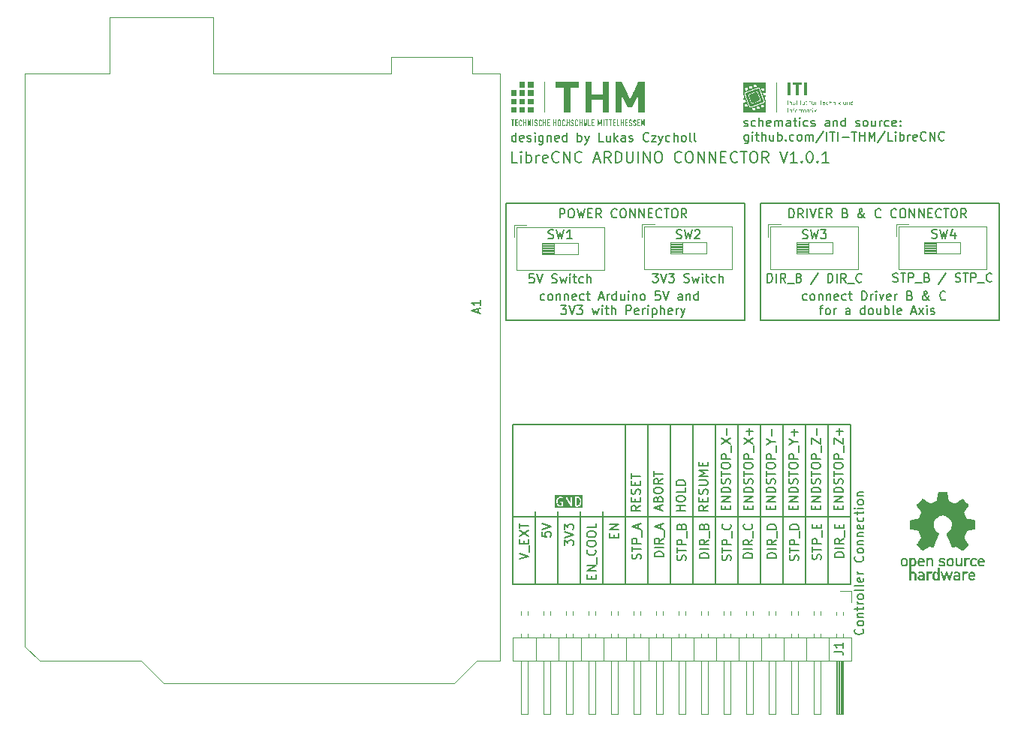
<source format=gbr>
%TF.GenerationSoftware,KiCad,Pcbnew,7.0.7*%
%TF.CreationDate,2024-01-02T14:59:55+01:00*%
%TF.ProjectId,arduino-uno-connector,61726475-696e-46f2-9d75-6e6f2d636f6e,rev?*%
%TF.SameCoordinates,Original*%
%TF.FileFunction,Legend,Top*%
%TF.FilePolarity,Positive*%
%FSLAX46Y46*%
G04 Gerber Fmt 4.6, Leading zero omitted, Abs format (unit mm)*
G04 Created by KiCad (PCBNEW 7.0.7) date 2024-01-02 14:59:55*
%MOMM*%
%LPD*%
G01*
G04 APERTURE LIST*
%ADD10C,0.150000*%
%ADD11C,0.200000*%
%ADD12C,0.120000*%
G04 APERTURE END LIST*
D10*
X125984000Y-95885000D02*
X125984000Y-113919000D01*
X95504000Y-95885000D02*
X133604000Y-95885000D01*
X95504000Y-95885000D02*
X95504000Y-113919000D01*
X123444000Y-95885000D02*
X123444000Y-113919000D01*
X95504000Y-106299000D02*
X133604000Y-106299000D01*
X128524000Y-95885000D02*
X128524000Y-113919000D01*
X113284000Y-95885000D02*
X113284000Y-113919000D01*
X98044000Y-105664000D02*
X98044000Y-113919000D01*
X100584000Y-105651300D02*
X100584000Y-113906300D01*
X133604000Y-95885000D02*
X133604000Y-113919000D01*
X118364000Y-95885000D02*
X118364000Y-113919000D01*
X115824000Y-95885000D02*
X115824000Y-113919000D01*
X94742000Y-70866000D02*
X121666000Y-70866000D01*
X121666000Y-84074000D01*
X94742000Y-84074000D01*
X94742000Y-70866000D01*
X133604000Y-113919000D02*
X95504000Y-113919000D01*
X105664000Y-105664000D02*
X105664000Y-113919000D01*
X110744000Y-95885000D02*
X110744000Y-113919000D01*
X120904000Y-95885000D02*
X120904000Y-113919000D01*
X131064000Y-95885000D02*
X131064000Y-113919000D01*
X108204000Y-95885000D02*
X108204000Y-113919000D01*
X123444000Y-70866000D02*
X150368000Y-70866000D01*
X150368000Y-84074000D01*
X123444000Y-84074000D01*
X123444000Y-70866000D01*
X103124000Y-105676700D02*
X103124000Y-113931700D01*
X101358819Y-109524731D02*
X101358819Y-108905684D01*
X101358819Y-108905684D02*
X101739771Y-109239017D01*
X101739771Y-109239017D02*
X101739771Y-109096160D01*
X101739771Y-109096160D02*
X101787390Y-109000922D01*
X101787390Y-109000922D02*
X101835009Y-108953303D01*
X101835009Y-108953303D02*
X101930247Y-108905684D01*
X101930247Y-108905684D02*
X102168342Y-108905684D01*
X102168342Y-108905684D02*
X102263580Y-108953303D01*
X102263580Y-108953303D02*
X102311200Y-109000922D01*
X102311200Y-109000922D02*
X102358819Y-109096160D01*
X102358819Y-109096160D02*
X102358819Y-109381874D01*
X102358819Y-109381874D02*
X102311200Y-109477112D01*
X102311200Y-109477112D02*
X102263580Y-109524731D01*
X101358819Y-108619969D02*
X102358819Y-108286636D01*
X102358819Y-108286636D02*
X101358819Y-107953303D01*
X101358819Y-107715207D02*
X101358819Y-107096160D01*
X101358819Y-107096160D02*
X101739771Y-107429493D01*
X101739771Y-107429493D02*
X101739771Y-107286636D01*
X101739771Y-107286636D02*
X101787390Y-107191398D01*
X101787390Y-107191398D02*
X101835009Y-107143779D01*
X101835009Y-107143779D02*
X101930247Y-107096160D01*
X101930247Y-107096160D02*
X102168342Y-107096160D01*
X102168342Y-107096160D02*
X102263580Y-107143779D01*
X102263580Y-107143779D02*
X102311200Y-107191398D01*
X102311200Y-107191398D02*
X102358819Y-107286636D01*
X102358819Y-107286636D02*
X102358819Y-107572350D01*
X102358819Y-107572350D02*
X102311200Y-107667588D01*
X102311200Y-107667588D02*
X102263580Y-107715207D01*
X96278819Y-111048541D02*
X97278819Y-110715208D01*
X97278819Y-110715208D02*
X96278819Y-110381875D01*
X97374057Y-110286637D02*
X97374057Y-109524732D01*
X96755009Y-109286636D02*
X96755009Y-108953303D01*
X97278819Y-108810446D02*
X97278819Y-109286636D01*
X97278819Y-109286636D02*
X96278819Y-109286636D01*
X96278819Y-109286636D02*
X96278819Y-108810446D01*
X96278819Y-108477112D02*
X97278819Y-107810446D01*
X96278819Y-107810446D02*
X97278819Y-108477112D01*
X96278819Y-107572350D02*
X96278819Y-107000922D01*
X97278819Y-107286636D02*
X96278819Y-107286636D01*
X132838819Y-110810445D02*
X131838819Y-110810445D01*
X131838819Y-110810445D02*
X131838819Y-110572350D01*
X131838819Y-110572350D02*
X131886438Y-110429493D01*
X131886438Y-110429493D02*
X131981676Y-110334255D01*
X131981676Y-110334255D02*
X132076914Y-110286636D01*
X132076914Y-110286636D02*
X132267390Y-110239017D01*
X132267390Y-110239017D02*
X132410247Y-110239017D01*
X132410247Y-110239017D02*
X132600723Y-110286636D01*
X132600723Y-110286636D02*
X132695961Y-110334255D01*
X132695961Y-110334255D02*
X132791200Y-110429493D01*
X132791200Y-110429493D02*
X132838819Y-110572350D01*
X132838819Y-110572350D02*
X132838819Y-110810445D01*
X132838819Y-109810445D02*
X131838819Y-109810445D01*
X132838819Y-108762827D02*
X132362628Y-109096160D01*
X132838819Y-109334255D02*
X131838819Y-109334255D01*
X131838819Y-109334255D02*
X131838819Y-108953303D01*
X131838819Y-108953303D02*
X131886438Y-108858065D01*
X131886438Y-108858065D02*
X131934057Y-108810446D01*
X131934057Y-108810446D02*
X132029295Y-108762827D01*
X132029295Y-108762827D02*
X132172152Y-108762827D01*
X132172152Y-108762827D02*
X132267390Y-108810446D01*
X132267390Y-108810446D02*
X132315009Y-108858065D01*
X132315009Y-108858065D02*
X132362628Y-108953303D01*
X132362628Y-108953303D02*
X132362628Y-109334255D01*
X132934057Y-108572351D02*
X132934057Y-107810446D01*
X132315009Y-107572350D02*
X132315009Y-107239017D01*
X132838819Y-107096160D02*
X132838819Y-107572350D01*
X132838819Y-107572350D02*
X131838819Y-107572350D01*
X131838819Y-107572350D02*
X131838819Y-107096160D01*
X127135009Y-105454220D02*
X127135009Y-105120887D01*
X127658819Y-104978030D02*
X127658819Y-105454220D01*
X127658819Y-105454220D02*
X126658819Y-105454220D01*
X126658819Y-105454220D02*
X126658819Y-104978030D01*
X127658819Y-104549458D02*
X126658819Y-104549458D01*
X126658819Y-104549458D02*
X127658819Y-103978030D01*
X127658819Y-103978030D02*
X126658819Y-103978030D01*
X127658819Y-103501839D02*
X126658819Y-103501839D01*
X126658819Y-103501839D02*
X126658819Y-103263744D01*
X126658819Y-103263744D02*
X126706438Y-103120887D01*
X126706438Y-103120887D02*
X126801676Y-103025649D01*
X126801676Y-103025649D02*
X126896914Y-102978030D01*
X126896914Y-102978030D02*
X127087390Y-102930411D01*
X127087390Y-102930411D02*
X127230247Y-102930411D01*
X127230247Y-102930411D02*
X127420723Y-102978030D01*
X127420723Y-102978030D02*
X127515961Y-103025649D01*
X127515961Y-103025649D02*
X127611200Y-103120887D01*
X127611200Y-103120887D02*
X127658819Y-103263744D01*
X127658819Y-103263744D02*
X127658819Y-103501839D01*
X127611200Y-102549458D02*
X127658819Y-102406601D01*
X127658819Y-102406601D02*
X127658819Y-102168506D01*
X127658819Y-102168506D02*
X127611200Y-102073268D01*
X127611200Y-102073268D02*
X127563580Y-102025649D01*
X127563580Y-102025649D02*
X127468342Y-101978030D01*
X127468342Y-101978030D02*
X127373104Y-101978030D01*
X127373104Y-101978030D02*
X127277866Y-102025649D01*
X127277866Y-102025649D02*
X127230247Y-102073268D01*
X127230247Y-102073268D02*
X127182628Y-102168506D01*
X127182628Y-102168506D02*
X127135009Y-102358982D01*
X127135009Y-102358982D02*
X127087390Y-102454220D01*
X127087390Y-102454220D02*
X127039771Y-102501839D01*
X127039771Y-102501839D02*
X126944533Y-102549458D01*
X126944533Y-102549458D02*
X126849295Y-102549458D01*
X126849295Y-102549458D02*
X126754057Y-102501839D01*
X126754057Y-102501839D02*
X126706438Y-102454220D01*
X126706438Y-102454220D02*
X126658819Y-102358982D01*
X126658819Y-102358982D02*
X126658819Y-102120887D01*
X126658819Y-102120887D02*
X126706438Y-101978030D01*
X126658819Y-101692315D02*
X126658819Y-101120887D01*
X127658819Y-101406601D02*
X126658819Y-101406601D01*
X126658819Y-100597077D02*
X126658819Y-100406601D01*
X126658819Y-100406601D02*
X126706438Y-100311363D01*
X126706438Y-100311363D02*
X126801676Y-100216125D01*
X126801676Y-100216125D02*
X126992152Y-100168506D01*
X126992152Y-100168506D02*
X127325485Y-100168506D01*
X127325485Y-100168506D02*
X127515961Y-100216125D01*
X127515961Y-100216125D02*
X127611200Y-100311363D01*
X127611200Y-100311363D02*
X127658819Y-100406601D01*
X127658819Y-100406601D02*
X127658819Y-100597077D01*
X127658819Y-100597077D02*
X127611200Y-100692315D01*
X127611200Y-100692315D02*
X127515961Y-100787553D01*
X127515961Y-100787553D02*
X127325485Y-100835172D01*
X127325485Y-100835172D02*
X126992152Y-100835172D01*
X126992152Y-100835172D02*
X126801676Y-100787553D01*
X126801676Y-100787553D02*
X126706438Y-100692315D01*
X126706438Y-100692315D02*
X126658819Y-100597077D01*
X127658819Y-99739934D02*
X126658819Y-99739934D01*
X126658819Y-99739934D02*
X126658819Y-99358982D01*
X126658819Y-99358982D02*
X126706438Y-99263744D01*
X126706438Y-99263744D02*
X126754057Y-99216125D01*
X126754057Y-99216125D02*
X126849295Y-99168506D01*
X126849295Y-99168506D02*
X126992152Y-99168506D01*
X126992152Y-99168506D02*
X127087390Y-99216125D01*
X127087390Y-99216125D02*
X127135009Y-99263744D01*
X127135009Y-99263744D02*
X127182628Y-99358982D01*
X127182628Y-99358982D02*
X127182628Y-99739934D01*
X127754057Y-98978030D02*
X127754057Y-98216125D01*
X127182628Y-97787553D02*
X127658819Y-97787553D01*
X126658819Y-98120886D02*
X127182628Y-97787553D01*
X127182628Y-97787553D02*
X126658819Y-97454220D01*
X127277866Y-97120886D02*
X127277866Y-96358982D01*
X127658819Y-96739934D02*
X126896914Y-96739934D01*
D11*
X96042435Y-66276623D02*
X95447197Y-66276623D01*
X95447197Y-66276623D02*
X95447197Y-65026623D01*
X96459102Y-66276623D02*
X96459102Y-65443290D01*
X96459102Y-65026623D02*
X96399578Y-65086147D01*
X96399578Y-65086147D02*
X96459102Y-65145671D01*
X96459102Y-65145671D02*
X96518625Y-65086147D01*
X96518625Y-65086147D02*
X96459102Y-65026623D01*
X96459102Y-65026623D02*
X96459102Y-65145671D01*
X97054340Y-66276623D02*
X97054340Y-65026623D01*
X97054340Y-65502814D02*
X97173387Y-65443290D01*
X97173387Y-65443290D02*
X97411482Y-65443290D01*
X97411482Y-65443290D02*
X97530530Y-65502814D01*
X97530530Y-65502814D02*
X97590054Y-65562338D01*
X97590054Y-65562338D02*
X97649578Y-65681385D01*
X97649578Y-65681385D02*
X97649578Y-66038528D01*
X97649578Y-66038528D02*
X97590054Y-66157576D01*
X97590054Y-66157576D02*
X97530530Y-66217100D01*
X97530530Y-66217100D02*
X97411482Y-66276623D01*
X97411482Y-66276623D02*
X97173387Y-66276623D01*
X97173387Y-66276623D02*
X97054340Y-66217100D01*
X98185292Y-66276623D02*
X98185292Y-65443290D01*
X98185292Y-65681385D02*
X98244815Y-65562338D01*
X98244815Y-65562338D02*
X98304339Y-65502814D01*
X98304339Y-65502814D02*
X98423387Y-65443290D01*
X98423387Y-65443290D02*
X98542434Y-65443290D01*
X99435292Y-66217100D02*
X99316244Y-66276623D01*
X99316244Y-66276623D02*
X99078149Y-66276623D01*
X99078149Y-66276623D02*
X98959102Y-66217100D01*
X98959102Y-66217100D02*
X98899578Y-66098052D01*
X98899578Y-66098052D02*
X98899578Y-65621861D01*
X98899578Y-65621861D02*
X98959102Y-65502814D01*
X98959102Y-65502814D02*
X99078149Y-65443290D01*
X99078149Y-65443290D02*
X99316244Y-65443290D01*
X99316244Y-65443290D02*
X99435292Y-65502814D01*
X99435292Y-65502814D02*
X99494816Y-65621861D01*
X99494816Y-65621861D02*
X99494816Y-65740909D01*
X99494816Y-65740909D02*
X98899578Y-65859957D01*
X100744816Y-66157576D02*
X100685292Y-66217100D01*
X100685292Y-66217100D02*
X100506721Y-66276623D01*
X100506721Y-66276623D02*
X100387673Y-66276623D01*
X100387673Y-66276623D02*
X100209102Y-66217100D01*
X100209102Y-66217100D02*
X100090054Y-66098052D01*
X100090054Y-66098052D02*
X100030531Y-65979004D01*
X100030531Y-65979004D02*
X99971007Y-65740909D01*
X99971007Y-65740909D02*
X99971007Y-65562338D01*
X99971007Y-65562338D02*
X100030531Y-65324242D01*
X100030531Y-65324242D02*
X100090054Y-65205195D01*
X100090054Y-65205195D02*
X100209102Y-65086147D01*
X100209102Y-65086147D02*
X100387673Y-65026623D01*
X100387673Y-65026623D02*
X100506721Y-65026623D01*
X100506721Y-65026623D02*
X100685292Y-65086147D01*
X100685292Y-65086147D02*
X100744816Y-65145671D01*
X101280531Y-66276623D02*
X101280531Y-65026623D01*
X101280531Y-65026623D02*
X101994816Y-66276623D01*
X101994816Y-66276623D02*
X101994816Y-65026623D01*
X103304340Y-66157576D02*
X103244816Y-66217100D01*
X103244816Y-66217100D02*
X103066245Y-66276623D01*
X103066245Y-66276623D02*
X102947197Y-66276623D01*
X102947197Y-66276623D02*
X102768626Y-66217100D01*
X102768626Y-66217100D02*
X102649578Y-66098052D01*
X102649578Y-66098052D02*
X102590055Y-65979004D01*
X102590055Y-65979004D02*
X102530531Y-65740909D01*
X102530531Y-65740909D02*
X102530531Y-65562338D01*
X102530531Y-65562338D02*
X102590055Y-65324242D01*
X102590055Y-65324242D02*
X102649578Y-65205195D01*
X102649578Y-65205195D02*
X102768626Y-65086147D01*
X102768626Y-65086147D02*
X102947197Y-65026623D01*
X102947197Y-65026623D02*
X103066245Y-65026623D01*
X103066245Y-65026623D02*
X103244816Y-65086147D01*
X103244816Y-65086147D02*
X103304340Y-65145671D01*
X104732912Y-65919480D02*
X105328150Y-65919480D01*
X104613864Y-66276623D02*
X105030531Y-65026623D01*
X105030531Y-65026623D02*
X105447197Y-66276623D01*
X106578150Y-66276623D02*
X106161484Y-65681385D01*
X105863865Y-66276623D02*
X105863865Y-65026623D01*
X105863865Y-65026623D02*
X106340055Y-65026623D01*
X106340055Y-65026623D02*
X106459103Y-65086147D01*
X106459103Y-65086147D02*
X106518626Y-65145671D01*
X106518626Y-65145671D02*
X106578150Y-65264719D01*
X106578150Y-65264719D02*
X106578150Y-65443290D01*
X106578150Y-65443290D02*
X106518626Y-65562338D01*
X106518626Y-65562338D02*
X106459103Y-65621861D01*
X106459103Y-65621861D02*
X106340055Y-65681385D01*
X106340055Y-65681385D02*
X105863865Y-65681385D01*
X107113865Y-66276623D02*
X107113865Y-65026623D01*
X107113865Y-65026623D02*
X107411484Y-65026623D01*
X107411484Y-65026623D02*
X107590055Y-65086147D01*
X107590055Y-65086147D02*
X107709103Y-65205195D01*
X107709103Y-65205195D02*
X107768626Y-65324242D01*
X107768626Y-65324242D02*
X107828150Y-65562338D01*
X107828150Y-65562338D02*
X107828150Y-65740909D01*
X107828150Y-65740909D02*
X107768626Y-65979004D01*
X107768626Y-65979004D02*
X107709103Y-66098052D01*
X107709103Y-66098052D02*
X107590055Y-66217100D01*
X107590055Y-66217100D02*
X107411484Y-66276623D01*
X107411484Y-66276623D02*
X107113865Y-66276623D01*
X108363865Y-65026623D02*
X108363865Y-66038528D01*
X108363865Y-66038528D02*
X108423388Y-66157576D01*
X108423388Y-66157576D02*
X108482912Y-66217100D01*
X108482912Y-66217100D02*
X108601960Y-66276623D01*
X108601960Y-66276623D02*
X108840055Y-66276623D01*
X108840055Y-66276623D02*
X108959103Y-66217100D01*
X108959103Y-66217100D02*
X109018626Y-66157576D01*
X109018626Y-66157576D02*
X109078150Y-66038528D01*
X109078150Y-66038528D02*
X109078150Y-65026623D01*
X109673389Y-66276623D02*
X109673389Y-65026623D01*
X110268627Y-66276623D02*
X110268627Y-65026623D01*
X110268627Y-65026623D02*
X110982912Y-66276623D01*
X110982912Y-66276623D02*
X110982912Y-65026623D01*
X111816246Y-65026623D02*
X112054341Y-65026623D01*
X112054341Y-65026623D02*
X112173389Y-65086147D01*
X112173389Y-65086147D02*
X112292436Y-65205195D01*
X112292436Y-65205195D02*
X112351960Y-65443290D01*
X112351960Y-65443290D02*
X112351960Y-65859957D01*
X112351960Y-65859957D02*
X112292436Y-66098052D01*
X112292436Y-66098052D02*
X112173389Y-66217100D01*
X112173389Y-66217100D02*
X112054341Y-66276623D01*
X112054341Y-66276623D02*
X111816246Y-66276623D01*
X111816246Y-66276623D02*
X111697198Y-66217100D01*
X111697198Y-66217100D02*
X111578151Y-66098052D01*
X111578151Y-66098052D02*
X111518627Y-65859957D01*
X111518627Y-65859957D02*
X111518627Y-65443290D01*
X111518627Y-65443290D02*
X111578151Y-65205195D01*
X111578151Y-65205195D02*
X111697198Y-65086147D01*
X111697198Y-65086147D02*
X111816246Y-65026623D01*
X114554341Y-66157576D02*
X114494817Y-66217100D01*
X114494817Y-66217100D02*
X114316246Y-66276623D01*
X114316246Y-66276623D02*
X114197198Y-66276623D01*
X114197198Y-66276623D02*
X114018627Y-66217100D01*
X114018627Y-66217100D02*
X113899579Y-66098052D01*
X113899579Y-66098052D02*
X113840056Y-65979004D01*
X113840056Y-65979004D02*
X113780532Y-65740909D01*
X113780532Y-65740909D02*
X113780532Y-65562338D01*
X113780532Y-65562338D02*
X113840056Y-65324242D01*
X113840056Y-65324242D02*
X113899579Y-65205195D01*
X113899579Y-65205195D02*
X114018627Y-65086147D01*
X114018627Y-65086147D02*
X114197198Y-65026623D01*
X114197198Y-65026623D02*
X114316246Y-65026623D01*
X114316246Y-65026623D02*
X114494817Y-65086147D01*
X114494817Y-65086147D02*
X114554341Y-65145671D01*
X115328151Y-65026623D02*
X115566246Y-65026623D01*
X115566246Y-65026623D02*
X115685294Y-65086147D01*
X115685294Y-65086147D02*
X115804341Y-65205195D01*
X115804341Y-65205195D02*
X115863865Y-65443290D01*
X115863865Y-65443290D02*
X115863865Y-65859957D01*
X115863865Y-65859957D02*
X115804341Y-66098052D01*
X115804341Y-66098052D02*
X115685294Y-66217100D01*
X115685294Y-66217100D02*
X115566246Y-66276623D01*
X115566246Y-66276623D02*
X115328151Y-66276623D01*
X115328151Y-66276623D02*
X115209103Y-66217100D01*
X115209103Y-66217100D02*
X115090056Y-66098052D01*
X115090056Y-66098052D02*
X115030532Y-65859957D01*
X115030532Y-65859957D02*
X115030532Y-65443290D01*
X115030532Y-65443290D02*
X115090056Y-65205195D01*
X115090056Y-65205195D02*
X115209103Y-65086147D01*
X115209103Y-65086147D02*
X115328151Y-65026623D01*
X116399580Y-66276623D02*
X116399580Y-65026623D01*
X116399580Y-65026623D02*
X117113865Y-66276623D01*
X117113865Y-66276623D02*
X117113865Y-65026623D01*
X117709104Y-66276623D02*
X117709104Y-65026623D01*
X117709104Y-65026623D02*
X118423389Y-66276623D01*
X118423389Y-66276623D02*
X118423389Y-65026623D01*
X119018628Y-65621861D02*
X119435294Y-65621861D01*
X119613866Y-66276623D02*
X119018628Y-66276623D01*
X119018628Y-66276623D02*
X119018628Y-65026623D01*
X119018628Y-65026623D02*
X119613866Y-65026623D01*
X120863865Y-66157576D02*
X120804341Y-66217100D01*
X120804341Y-66217100D02*
X120625770Y-66276623D01*
X120625770Y-66276623D02*
X120506722Y-66276623D01*
X120506722Y-66276623D02*
X120328151Y-66217100D01*
X120328151Y-66217100D02*
X120209103Y-66098052D01*
X120209103Y-66098052D02*
X120149580Y-65979004D01*
X120149580Y-65979004D02*
X120090056Y-65740909D01*
X120090056Y-65740909D02*
X120090056Y-65562338D01*
X120090056Y-65562338D02*
X120149580Y-65324242D01*
X120149580Y-65324242D02*
X120209103Y-65205195D01*
X120209103Y-65205195D02*
X120328151Y-65086147D01*
X120328151Y-65086147D02*
X120506722Y-65026623D01*
X120506722Y-65026623D02*
X120625770Y-65026623D01*
X120625770Y-65026623D02*
X120804341Y-65086147D01*
X120804341Y-65086147D02*
X120863865Y-65145671D01*
X121221008Y-65026623D02*
X121935294Y-65026623D01*
X121578151Y-66276623D02*
X121578151Y-65026623D01*
X122590056Y-65026623D02*
X122828151Y-65026623D01*
X122828151Y-65026623D02*
X122947199Y-65086147D01*
X122947199Y-65086147D02*
X123066246Y-65205195D01*
X123066246Y-65205195D02*
X123125770Y-65443290D01*
X123125770Y-65443290D02*
X123125770Y-65859957D01*
X123125770Y-65859957D02*
X123066246Y-66098052D01*
X123066246Y-66098052D02*
X122947199Y-66217100D01*
X122947199Y-66217100D02*
X122828151Y-66276623D01*
X122828151Y-66276623D02*
X122590056Y-66276623D01*
X122590056Y-66276623D02*
X122471008Y-66217100D01*
X122471008Y-66217100D02*
X122351961Y-66098052D01*
X122351961Y-66098052D02*
X122292437Y-65859957D01*
X122292437Y-65859957D02*
X122292437Y-65443290D01*
X122292437Y-65443290D02*
X122351961Y-65205195D01*
X122351961Y-65205195D02*
X122471008Y-65086147D01*
X122471008Y-65086147D02*
X122590056Y-65026623D01*
X124375770Y-66276623D02*
X123959104Y-65681385D01*
X123661485Y-66276623D02*
X123661485Y-65026623D01*
X123661485Y-65026623D02*
X124137675Y-65026623D01*
X124137675Y-65026623D02*
X124256723Y-65086147D01*
X124256723Y-65086147D02*
X124316246Y-65145671D01*
X124316246Y-65145671D02*
X124375770Y-65264719D01*
X124375770Y-65264719D02*
X124375770Y-65443290D01*
X124375770Y-65443290D02*
X124316246Y-65562338D01*
X124316246Y-65562338D02*
X124256723Y-65621861D01*
X124256723Y-65621861D02*
X124137675Y-65681385D01*
X124137675Y-65681385D02*
X123661485Y-65681385D01*
X125685294Y-65026623D02*
X126101961Y-66276623D01*
X126101961Y-66276623D02*
X126518627Y-65026623D01*
X127590056Y-66276623D02*
X126875771Y-66276623D01*
X127232914Y-66276623D02*
X127232914Y-65026623D01*
X127232914Y-65026623D02*
X127113866Y-65205195D01*
X127113866Y-65205195D02*
X126994818Y-65324242D01*
X126994818Y-65324242D02*
X126875771Y-65383766D01*
X128125771Y-66157576D02*
X128185294Y-66217100D01*
X128185294Y-66217100D02*
X128125771Y-66276623D01*
X128125771Y-66276623D02*
X128066247Y-66217100D01*
X128066247Y-66217100D02*
X128125771Y-66157576D01*
X128125771Y-66157576D02*
X128125771Y-66276623D01*
X128959104Y-65026623D02*
X129078151Y-65026623D01*
X129078151Y-65026623D02*
X129197199Y-65086147D01*
X129197199Y-65086147D02*
X129256723Y-65145671D01*
X129256723Y-65145671D02*
X129316247Y-65264719D01*
X129316247Y-65264719D02*
X129375770Y-65502814D01*
X129375770Y-65502814D02*
X129375770Y-65800433D01*
X129375770Y-65800433D02*
X129316247Y-66038528D01*
X129316247Y-66038528D02*
X129256723Y-66157576D01*
X129256723Y-66157576D02*
X129197199Y-66217100D01*
X129197199Y-66217100D02*
X129078151Y-66276623D01*
X129078151Y-66276623D02*
X128959104Y-66276623D01*
X128959104Y-66276623D02*
X128840056Y-66217100D01*
X128840056Y-66217100D02*
X128780532Y-66157576D01*
X128780532Y-66157576D02*
X128721009Y-66038528D01*
X128721009Y-66038528D02*
X128661485Y-65800433D01*
X128661485Y-65800433D02*
X128661485Y-65502814D01*
X128661485Y-65502814D02*
X128721009Y-65264719D01*
X128721009Y-65264719D02*
X128780532Y-65145671D01*
X128780532Y-65145671D02*
X128840056Y-65086147D01*
X128840056Y-65086147D02*
X128959104Y-65026623D01*
X129911485Y-66157576D02*
X129971008Y-66217100D01*
X129971008Y-66217100D02*
X129911485Y-66276623D01*
X129911485Y-66276623D02*
X129851961Y-66217100D01*
X129851961Y-66217100D02*
X129911485Y-66157576D01*
X129911485Y-66157576D02*
X129911485Y-66276623D01*
X131161484Y-66276623D02*
X130447199Y-66276623D01*
X130804342Y-66276623D02*
X130804342Y-65026623D01*
X130804342Y-65026623D02*
X130685294Y-65205195D01*
X130685294Y-65205195D02*
X130566246Y-65324242D01*
X130566246Y-65324242D02*
X130447199Y-65383766D01*
D10*
X104375009Y-113286636D02*
X104375009Y-112953303D01*
X104898819Y-112810446D02*
X104898819Y-113286636D01*
X104898819Y-113286636D02*
X103898819Y-113286636D01*
X103898819Y-113286636D02*
X103898819Y-112810446D01*
X104898819Y-112381874D02*
X103898819Y-112381874D01*
X103898819Y-112381874D02*
X104898819Y-111810446D01*
X104898819Y-111810446D02*
X103898819Y-111810446D01*
X104994057Y-111572351D02*
X104994057Y-110810446D01*
X104803580Y-110000922D02*
X104851200Y-110048541D01*
X104851200Y-110048541D02*
X104898819Y-110191398D01*
X104898819Y-110191398D02*
X104898819Y-110286636D01*
X104898819Y-110286636D02*
X104851200Y-110429493D01*
X104851200Y-110429493D02*
X104755961Y-110524731D01*
X104755961Y-110524731D02*
X104660723Y-110572350D01*
X104660723Y-110572350D02*
X104470247Y-110619969D01*
X104470247Y-110619969D02*
X104327390Y-110619969D01*
X104327390Y-110619969D02*
X104136914Y-110572350D01*
X104136914Y-110572350D02*
X104041676Y-110524731D01*
X104041676Y-110524731D02*
X103946438Y-110429493D01*
X103946438Y-110429493D02*
X103898819Y-110286636D01*
X103898819Y-110286636D02*
X103898819Y-110191398D01*
X103898819Y-110191398D02*
X103946438Y-110048541D01*
X103946438Y-110048541D02*
X103994057Y-110000922D01*
X103898819Y-109381874D02*
X103898819Y-109191398D01*
X103898819Y-109191398D02*
X103946438Y-109096160D01*
X103946438Y-109096160D02*
X104041676Y-109000922D01*
X104041676Y-109000922D02*
X104232152Y-108953303D01*
X104232152Y-108953303D02*
X104565485Y-108953303D01*
X104565485Y-108953303D02*
X104755961Y-109000922D01*
X104755961Y-109000922D02*
X104851200Y-109096160D01*
X104851200Y-109096160D02*
X104898819Y-109191398D01*
X104898819Y-109191398D02*
X104898819Y-109381874D01*
X104898819Y-109381874D02*
X104851200Y-109477112D01*
X104851200Y-109477112D02*
X104755961Y-109572350D01*
X104755961Y-109572350D02*
X104565485Y-109619969D01*
X104565485Y-109619969D02*
X104232152Y-109619969D01*
X104232152Y-109619969D02*
X104041676Y-109572350D01*
X104041676Y-109572350D02*
X103946438Y-109477112D01*
X103946438Y-109477112D02*
X103898819Y-109381874D01*
X103898819Y-108334255D02*
X103898819Y-108143779D01*
X103898819Y-108143779D02*
X103946438Y-108048541D01*
X103946438Y-108048541D02*
X104041676Y-107953303D01*
X104041676Y-107953303D02*
X104232152Y-107905684D01*
X104232152Y-107905684D02*
X104565485Y-107905684D01*
X104565485Y-107905684D02*
X104755961Y-107953303D01*
X104755961Y-107953303D02*
X104851200Y-108048541D01*
X104851200Y-108048541D02*
X104898819Y-108143779D01*
X104898819Y-108143779D02*
X104898819Y-108334255D01*
X104898819Y-108334255D02*
X104851200Y-108429493D01*
X104851200Y-108429493D02*
X104755961Y-108524731D01*
X104755961Y-108524731D02*
X104565485Y-108572350D01*
X104565485Y-108572350D02*
X104232152Y-108572350D01*
X104232152Y-108572350D02*
X104041676Y-108524731D01*
X104041676Y-108524731D02*
X103946438Y-108429493D01*
X103946438Y-108429493D02*
X103898819Y-108334255D01*
X104898819Y-107000922D02*
X104898819Y-107477112D01*
X104898819Y-107477112D02*
X103898819Y-107477112D01*
X127711200Y-111191398D02*
X127758819Y-111048541D01*
X127758819Y-111048541D02*
X127758819Y-110810446D01*
X127758819Y-110810446D02*
X127711200Y-110715208D01*
X127711200Y-110715208D02*
X127663580Y-110667589D01*
X127663580Y-110667589D02*
X127568342Y-110619970D01*
X127568342Y-110619970D02*
X127473104Y-110619970D01*
X127473104Y-110619970D02*
X127377866Y-110667589D01*
X127377866Y-110667589D02*
X127330247Y-110715208D01*
X127330247Y-110715208D02*
X127282628Y-110810446D01*
X127282628Y-110810446D02*
X127235009Y-111000922D01*
X127235009Y-111000922D02*
X127187390Y-111096160D01*
X127187390Y-111096160D02*
X127139771Y-111143779D01*
X127139771Y-111143779D02*
X127044533Y-111191398D01*
X127044533Y-111191398D02*
X126949295Y-111191398D01*
X126949295Y-111191398D02*
X126854057Y-111143779D01*
X126854057Y-111143779D02*
X126806438Y-111096160D01*
X126806438Y-111096160D02*
X126758819Y-111000922D01*
X126758819Y-111000922D02*
X126758819Y-110762827D01*
X126758819Y-110762827D02*
X126806438Y-110619970D01*
X126758819Y-110334255D02*
X126758819Y-109762827D01*
X127758819Y-110048541D02*
X126758819Y-110048541D01*
X127758819Y-109429493D02*
X126758819Y-109429493D01*
X126758819Y-109429493D02*
X126758819Y-109048541D01*
X126758819Y-109048541D02*
X126806438Y-108953303D01*
X126806438Y-108953303D02*
X126854057Y-108905684D01*
X126854057Y-108905684D02*
X126949295Y-108858065D01*
X126949295Y-108858065D02*
X127092152Y-108858065D01*
X127092152Y-108858065D02*
X127187390Y-108905684D01*
X127187390Y-108905684D02*
X127235009Y-108953303D01*
X127235009Y-108953303D02*
X127282628Y-109048541D01*
X127282628Y-109048541D02*
X127282628Y-109429493D01*
X127854057Y-108667589D02*
X127854057Y-107905684D01*
X127758819Y-107667588D02*
X126758819Y-107667588D01*
X126758819Y-107667588D02*
X126758819Y-107429493D01*
X126758819Y-107429493D02*
X126806438Y-107286636D01*
X126806438Y-107286636D02*
X126901676Y-107191398D01*
X126901676Y-107191398D02*
X126996914Y-107143779D01*
X126996914Y-107143779D02*
X127187390Y-107096160D01*
X127187390Y-107096160D02*
X127330247Y-107096160D01*
X127330247Y-107096160D02*
X127520723Y-107143779D01*
X127520723Y-107143779D02*
X127615961Y-107191398D01*
X127615961Y-107191398D02*
X127711200Y-107286636D01*
X127711200Y-107286636D02*
X127758819Y-107429493D01*
X127758819Y-107429493D02*
X127758819Y-107667588D01*
X120091200Y-111191398D02*
X120138819Y-111048541D01*
X120138819Y-111048541D02*
X120138819Y-110810446D01*
X120138819Y-110810446D02*
X120091200Y-110715208D01*
X120091200Y-110715208D02*
X120043580Y-110667589D01*
X120043580Y-110667589D02*
X119948342Y-110619970D01*
X119948342Y-110619970D02*
X119853104Y-110619970D01*
X119853104Y-110619970D02*
X119757866Y-110667589D01*
X119757866Y-110667589D02*
X119710247Y-110715208D01*
X119710247Y-110715208D02*
X119662628Y-110810446D01*
X119662628Y-110810446D02*
X119615009Y-111000922D01*
X119615009Y-111000922D02*
X119567390Y-111096160D01*
X119567390Y-111096160D02*
X119519771Y-111143779D01*
X119519771Y-111143779D02*
X119424533Y-111191398D01*
X119424533Y-111191398D02*
X119329295Y-111191398D01*
X119329295Y-111191398D02*
X119234057Y-111143779D01*
X119234057Y-111143779D02*
X119186438Y-111096160D01*
X119186438Y-111096160D02*
X119138819Y-111000922D01*
X119138819Y-111000922D02*
X119138819Y-110762827D01*
X119138819Y-110762827D02*
X119186438Y-110619970D01*
X119138819Y-110334255D02*
X119138819Y-109762827D01*
X120138819Y-110048541D02*
X119138819Y-110048541D01*
X120138819Y-109429493D02*
X119138819Y-109429493D01*
X119138819Y-109429493D02*
X119138819Y-109048541D01*
X119138819Y-109048541D02*
X119186438Y-108953303D01*
X119186438Y-108953303D02*
X119234057Y-108905684D01*
X119234057Y-108905684D02*
X119329295Y-108858065D01*
X119329295Y-108858065D02*
X119472152Y-108858065D01*
X119472152Y-108858065D02*
X119567390Y-108905684D01*
X119567390Y-108905684D02*
X119615009Y-108953303D01*
X119615009Y-108953303D02*
X119662628Y-109048541D01*
X119662628Y-109048541D02*
X119662628Y-109429493D01*
X120234057Y-108667589D02*
X120234057Y-107905684D01*
X120043580Y-107096160D02*
X120091200Y-107143779D01*
X120091200Y-107143779D02*
X120138819Y-107286636D01*
X120138819Y-107286636D02*
X120138819Y-107381874D01*
X120138819Y-107381874D02*
X120091200Y-107524731D01*
X120091200Y-107524731D02*
X119995961Y-107619969D01*
X119995961Y-107619969D02*
X119900723Y-107667588D01*
X119900723Y-107667588D02*
X119710247Y-107715207D01*
X119710247Y-107715207D02*
X119567390Y-107715207D01*
X119567390Y-107715207D02*
X119376914Y-107667588D01*
X119376914Y-107667588D02*
X119281676Y-107619969D01*
X119281676Y-107619969D02*
X119186438Y-107524731D01*
X119186438Y-107524731D02*
X119138819Y-107381874D01*
X119138819Y-107381874D02*
X119138819Y-107286636D01*
X119138819Y-107286636D02*
X119186438Y-107143779D01*
X119186438Y-107143779D02*
X119234057Y-107096160D01*
X125218819Y-110905683D02*
X124218819Y-110905683D01*
X124218819Y-110905683D02*
X124218819Y-110667588D01*
X124218819Y-110667588D02*
X124266438Y-110524731D01*
X124266438Y-110524731D02*
X124361676Y-110429493D01*
X124361676Y-110429493D02*
X124456914Y-110381874D01*
X124456914Y-110381874D02*
X124647390Y-110334255D01*
X124647390Y-110334255D02*
X124790247Y-110334255D01*
X124790247Y-110334255D02*
X124980723Y-110381874D01*
X124980723Y-110381874D02*
X125075961Y-110429493D01*
X125075961Y-110429493D02*
X125171200Y-110524731D01*
X125171200Y-110524731D02*
X125218819Y-110667588D01*
X125218819Y-110667588D02*
X125218819Y-110905683D01*
X125218819Y-109905683D02*
X124218819Y-109905683D01*
X125218819Y-108858065D02*
X124742628Y-109191398D01*
X125218819Y-109429493D02*
X124218819Y-109429493D01*
X124218819Y-109429493D02*
X124218819Y-109048541D01*
X124218819Y-109048541D02*
X124266438Y-108953303D01*
X124266438Y-108953303D02*
X124314057Y-108905684D01*
X124314057Y-108905684D02*
X124409295Y-108858065D01*
X124409295Y-108858065D02*
X124552152Y-108858065D01*
X124552152Y-108858065D02*
X124647390Y-108905684D01*
X124647390Y-108905684D02*
X124695009Y-108953303D01*
X124695009Y-108953303D02*
X124742628Y-109048541D01*
X124742628Y-109048541D02*
X124742628Y-109429493D01*
X125314057Y-108667589D02*
X125314057Y-107905684D01*
X125218819Y-107667588D02*
X124218819Y-107667588D01*
X124218819Y-107667588D02*
X124218819Y-107429493D01*
X124218819Y-107429493D02*
X124266438Y-107286636D01*
X124266438Y-107286636D02*
X124361676Y-107191398D01*
X124361676Y-107191398D02*
X124456914Y-107143779D01*
X124456914Y-107143779D02*
X124647390Y-107096160D01*
X124647390Y-107096160D02*
X124790247Y-107096160D01*
X124790247Y-107096160D02*
X124980723Y-107143779D01*
X124980723Y-107143779D02*
X125075961Y-107191398D01*
X125075961Y-107191398D02*
X125171200Y-107286636D01*
X125171200Y-107286636D02*
X125218819Y-107429493D01*
X125218819Y-107429493D02*
X125218819Y-107667588D01*
X117598819Y-110905683D02*
X116598819Y-110905683D01*
X116598819Y-110905683D02*
X116598819Y-110667588D01*
X116598819Y-110667588D02*
X116646438Y-110524731D01*
X116646438Y-110524731D02*
X116741676Y-110429493D01*
X116741676Y-110429493D02*
X116836914Y-110381874D01*
X116836914Y-110381874D02*
X117027390Y-110334255D01*
X117027390Y-110334255D02*
X117170247Y-110334255D01*
X117170247Y-110334255D02*
X117360723Y-110381874D01*
X117360723Y-110381874D02*
X117455961Y-110429493D01*
X117455961Y-110429493D02*
X117551200Y-110524731D01*
X117551200Y-110524731D02*
X117598819Y-110667588D01*
X117598819Y-110667588D02*
X117598819Y-110905683D01*
X117598819Y-109905683D02*
X116598819Y-109905683D01*
X117598819Y-108858065D02*
X117122628Y-109191398D01*
X117598819Y-109429493D02*
X116598819Y-109429493D01*
X116598819Y-109429493D02*
X116598819Y-109048541D01*
X116598819Y-109048541D02*
X116646438Y-108953303D01*
X116646438Y-108953303D02*
X116694057Y-108905684D01*
X116694057Y-108905684D02*
X116789295Y-108858065D01*
X116789295Y-108858065D02*
X116932152Y-108858065D01*
X116932152Y-108858065D02*
X117027390Y-108905684D01*
X117027390Y-108905684D02*
X117075009Y-108953303D01*
X117075009Y-108953303D02*
X117122628Y-109048541D01*
X117122628Y-109048541D02*
X117122628Y-109429493D01*
X117694057Y-108667589D02*
X117694057Y-107905684D01*
X117075009Y-107334255D02*
X117122628Y-107191398D01*
X117122628Y-107191398D02*
X117170247Y-107143779D01*
X117170247Y-107143779D02*
X117265485Y-107096160D01*
X117265485Y-107096160D02*
X117408342Y-107096160D01*
X117408342Y-107096160D02*
X117503580Y-107143779D01*
X117503580Y-107143779D02*
X117551200Y-107191398D01*
X117551200Y-107191398D02*
X117598819Y-107286636D01*
X117598819Y-107286636D02*
X117598819Y-107667588D01*
X117598819Y-107667588D02*
X116598819Y-107667588D01*
X116598819Y-107667588D02*
X116598819Y-107334255D01*
X116598819Y-107334255D02*
X116646438Y-107239017D01*
X116646438Y-107239017D02*
X116694057Y-107191398D01*
X116694057Y-107191398D02*
X116789295Y-107143779D01*
X116789295Y-107143779D02*
X116884533Y-107143779D01*
X116884533Y-107143779D02*
X116979771Y-107191398D01*
X116979771Y-107191398D02*
X117027390Y-107239017D01*
X117027390Y-107239017D02*
X117075009Y-107334255D01*
X117075009Y-107334255D02*
X117075009Y-107667588D01*
X112518819Y-110762826D02*
X111518819Y-110762826D01*
X111518819Y-110762826D02*
X111518819Y-110524731D01*
X111518819Y-110524731D02*
X111566438Y-110381874D01*
X111566438Y-110381874D02*
X111661676Y-110286636D01*
X111661676Y-110286636D02*
X111756914Y-110239017D01*
X111756914Y-110239017D02*
X111947390Y-110191398D01*
X111947390Y-110191398D02*
X112090247Y-110191398D01*
X112090247Y-110191398D02*
X112280723Y-110239017D01*
X112280723Y-110239017D02*
X112375961Y-110286636D01*
X112375961Y-110286636D02*
X112471200Y-110381874D01*
X112471200Y-110381874D02*
X112518819Y-110524731D01*
X112518819Y-110524731D02*
X112518819Y-110762826D01*
X112518819Y-109762826D02*
X111518819Y-109762826D01*
X112518819Y-108715208D02*
X112042628Y-109048541D01*
X112518819Y-109286636D02*
X111518819Y-109286636D01*
X111518819Y-109286636D02*
X111518819Y-108905684D01*
X111518819Y-108905684D02*
X111566438Y-108810446D01*
X111566438Y-108810446D02*
X111614057Y-108762827D01*
X111614057Y-108762827D02*
X111709295Y-108715208D01*
X111709295Y-108715208D02*
X111852152Y-108715208D01*
X111852152Y-108715208D02*
X111947390Y-108762827D01*
X111947390Y-108762827D02*
X111995009Y-108810446D01*
X111995009Y-108810446D02*
X112042628Y-108905684D01*
X112042628Y-108905684D02*
X112042628Y-109286636D01*
X112614057Y-108524732D02*
X112614057Y-107762827D01*
X112233104Y-107572350D02*
X112233104Y-107096160D01*
X112518819Y-107667588D02*
X111518819Y-107334255D01*
X111518819Y-107334255D02*
X112518819Y-107000922D01*
X99116665Y-81764200D02*
X99021427Y-81811819D01*
X99021427Y-81811819D02*
X98830951Y-81811819D01*
X98830951Y-81811819D02*
X98735713Y-81764200D01*
X98735713Y-81764200D02*
X98688094Y-81716580D01*
X98688094Y-81716580D02*
X98640475Y-81621342D01*
X98640475Y-81621342D02*
X98640475Y-81335628D01*
X98640475Y-81335628D02*
X98688094Y-81240390D01*
X98688094Y-81240390D02*
X98735713Y-81192771D01*
X98735713Y-81192771D02*
X98830951Y-81145152D01*
X98830951Y-81145152D02*
X99021427Y-81145152D01*
X99021427Y-81145152D02*
X99116665Y-81192771D01*
X99688094Y-81811819D02*
X99592856Y-81764200D01*
X99592856Y-81764200D02*
X99545237Y-81716580D01*
X99545237Y-81716580D02*
X99497618Y-81621342D01*
X99497618Y-81621342D02*
X99497618Y-81335628D01*
X99497618Y-81335628D02*
X99545237Y-81240390D01*
X99545237Y-81240390D02*
X99592856Y-81192771D01*
X99592856Y-81192771D02*
X99688094Y-81145152D01*
X99688094Y-81145152D02*
X99830951Y-81145152D01*
X99830951Y-81145152D02*
X99926189Y-81192771D01*
X99926189Y-81192771D02*
X99973808Y-81240390D01*
X99973808Y-81240390D02*
X100021427Y-81335628D01*
X100021427Y-81335628D02*
X100021427Y-81621342D01*
X100021427Y-81621342D02*
X99973808Y-81716580D01*
X99973808Y-81716580D02*
X99926189Y-81764200D01*
X99926189Y-81764200D02*
X99830951Y-81811819D01*
X99830951Y-81811819D02*
X99688094Y-81811819D01*
X100449999Y-81145152D02*
X100449999Y-81811819D01*
X100449999Y-81240390D02*
X100497618Y-81192771D01*
X100497618Y-81192771D02*
X100592856Y-81145152D01*
X100592856Y-81145152D02*
X100735713Y-81145152D01*
X100735713Y-81145152D02*
X100830951Y-81192771D01*
X100830951Y-81192771D02*
X100878570Y-81288009D01*
X100878570Y-81288009D02*
X100878570Y-81811819D01*
X101354761Y-81145152D02*
X101354761Y-81811819D01*
X101354761Y-81240390D02*
X101402380Y-81192771D01*
X101402380Y-81192771D02*
X101497618Y-81145152D01*
X101497618Y-81145152D02*
X101640475Y-81145152D01*
X101640475Y-81145152D02*
X101735713Y-81192771D01*
X101735713Y-81192771D02*
X101783332Y-81288009D01*
X101783332Y-81288009D02*
X101783332Y-81811819D01*
X102640475Y-81764200D02*
X102545237Y-81811819D01*
X102545237Y-81811819D02*
X102354761Y-81811819D01*
X102354761Y-81811819D02*
X102259523Y-81764200D01*
X102259523Y-81764200D02*
X102211904Y-81668961D01*
X102211904Y-81668961D02*
X102211904Y-81288009D01*
X102211904Y-81288009D02*
X102259523Y-81192771D01*
X102259523Y-81192771D02*
X102354761Y-81145152D01*
X102354761Y-81145152D02*
X102545237Y-81145152D01*
X102545237Y-81145152D02*
X102640475Y-81192771D01*
X102640475Y-81192771D02*
X102688094Y-81288009D01*
X102688094Y-81288009D02*
X102688094Y-81383247D01*
X102688094Y-81383247D02*
X102211904Y-81478485D01*
X103545237Y-81764200D02*
X103449999Y-81811819D01*
X103449999Y-81811819D02*
X103259523Y-81811819D01*
X103259523Y-81811819D02*
X103164285Y-81764200D01*
X103164285Y-81764200D02*
X103116666Y-81716580D01*
X103116666Y-81716580D02*
X103069047Y-81621342D01*
X103069047Y-81621342D02*
X103069047Y-81335628D01*
X103069047Y-81335628D02*
X103116666Y-81240390D01*
X103116666Y-81240390D02*
X103164285Y-81192771D01*
X103164285Y-81192771D02*
X103259523Y-81145152D01*
X103259523Y-81145152D02*
X103449999Y-81145152D01*
X103449999Y-81145152D02*
X103545237Y-81192771D01*
X103830952Y-81145152D02*
X104211904Y-81145152D01*
X103973809Y-80811819D02*
X103973809Y-81668961D01*
X103973809Y-81668961D02*
X104021428Y-81764200D01*
X104021428Y-81764200D02*
X104116666Y-81811819D01*
X104116666Y-81811819D02*
X104211904Y-81811819D01*
X105259524Y-81526104D02*
X105735714Y-81526104D01*
X105164286Y-81811819D02*
X105497619Y-80811819D01*
X105497619Y-80811819D02*
X105830952Y-81811819D01*
X106164286Y-81811819D02*
X106164286Y-81145152D01*
X106164286Y-81335628D02*
X106211905Y-81240390D01*
X106211905Y-81240390D02*
X106259524Y-81192771D01*
X106259524Y-81192771D02*
X106354762Y-81145152D01*
X106354762Y-81145152D02*
X106450000Y-81145152D01*
X107211905Y-81811819D02*
X107211905Y-80811819D01*
X107211905Y-81764200D02*
X107116667Y-81811819D01*
X107116667Y-81811819D02*
X106926191Y-81811819D01*
X106926191Y-81811819D02*
X106830953Y-81764200D01*
X106830953Y-81764200D02*
X106783334Y-81716580D01*
X106783334Y-81716580D02*
X106735715Y-81621342D01*
X106735715Y-81621342D02*
X106735715Y-81335628D01*
X106735715Y-81335628D02*
X106783334Y-81240390D01*
X106783334Y-81240390D02*
X106830953Y-81192771D01*
X106830953Y-81192771D02*
X106926191Y-81145152D01*
X106926191Y-81145152D02*
X107116667Y-81145152D01*
X107116667Y-81145152D02*
X107211905Y-81192771D01*
X108116667Y-81145152D02*
X108116667Y-81811819D01*
X107688096Y-81145152D02*
X107688096Y-81668961D01*
X107688096Y-81668961D02*
X107735715Y-81764200D01*
X107735715Y-81764200D02*
X107830953Y-81811819D01*
X107830953Y-81811819D02*
X107973810Y-81811819D01*
X107973810Y-81811819D02*
X108069048Y-81764200D01*
X108069048Y-81764200D02*
X108116667Y-81716580D01*
X108592858Y-81811819D02*
X108592858Y-81145152D01*
X108592858Y-80811819D02*
X108545239Y-80859438D01*
X108545239Y-80859438D02*
X108592858Y-80907057D01*
X108592858Y-80907057D02*
X108640477Y-80859438D01*
X108640477Y-80859438D02*
X108592858Y-80811819D01*
X108592858Y-80811819D02*
X108592858Y-80907057D01*
X109069048Y-81145152D02*
X109069048Y-81811819D01*
X109069048Y-81240390D02*
X109116667Y-81192771D01*
X109116667Y-81192771D02*
X109211905Y-81145152D01*
X109211905Y-81145152D02*
X109354762Y-81145152D01*
X109354762Y-81145152D02*
X109450000Y-81192771D01*
X109450000Y-81192771D02*
X109497619Y-81288009D01*
X109497619Y-81288009D02*
X109497619Y-81811819D01*
X110116667Y-81811819D02*
X110021429Y-81764200D01*
X110021429Y-81764200D02*
X109973810Y-81716580D01*
X109973810Y-81716580D02*
X109926191Y-81621342D01*
X109926191Y-81621342D02*
X109926191Y-81335628D01*
X109926191Y-81335628D02*
X109973810Y-81240390D01*
X109973810Y-81240390D02*
X110021429Y-81192771D01*
X110021429Y-81192771D02*
X110116667Y-81145152D01*
X110116667Y-81145152D02*
X110259524Y-81145152D01*
X110259524Y-81145152D02*
X110354762Y-81192771D01*
X110354762Y-81192771D02*
X110402381Y-81240390D01*
X110402381Y-81240390D02*
X110450000Y-81335628D01*
X110450000Y-81335628D02*
X110450000Y-81621342D01*
X110450000Y-81621342D02*
X110402381Y-81716580D01*
X110402381Y-81716580D02*
X110354762Y-81764200D01*
X110354762Y-81764200D02*
X110259524Y-81811819D01*
X110259524Y-81811819D02*
X110116667Y-81811819D01*
X112116667Y-80811819D02*
X111640477Y-80811819D01*
X111640477Y-80811819D02*
X111592858Y-81288009D01*
X111592858Y-81288009D02*
X111640477Y-81240390D01*
X111640477Y-81240390D02*
X111735715Y-81192771D01*
X111735715Y-81192771D02*
X111973810Y-81192771D01*
X111973810Y-81192771D02*
X112069048Y-81240390D01*
X112069048Y-81240390D02*
X112116667Y-81288009D01*
X112116667Y-81288009D02*
X112164286Y-81383247D01*
X112164286Y-81383247D02*
X112164286Y-81621342D01*
X112164286Y-81621342D02*
X112116667Y-81716580D01*
X112116667Y-81716580D02*
X112069048Y-81764200D01*
X112069048Y-81764200D02*
X111973810Y-81811819D01*
X111973810Y-81811819D02*
X111735715Y-81811819D01*
X111735715Y-81811819D02*
X111640477Y-81764200D01*
X111640477Y-81764200D02*
X111592858Y-81716580D01*
X112450001Y-80811819D02*
X112783334Y-81811819D01*
X112783334Y-81811819D02*
X113116667Y-80811819D01*
X114640477Y-81811819D02*
X114640477Y-81288009D01*
X114640477Y-81288009D02*
X114592858Y-81192771D01*
X114592858Y-81192771D02*
X114497620Y-81145152D01*
X114497620Y-81145152D02*
X114307144Y-81145152D01*
X114307144Y-81145152D02*
X114211906Y-81192771D01*
X114640477Y-81764200D02*
X114545239Y-81811819D01*
X114545239Y-81811819D02*
X114307144Y-81811819D01*
X114307144Y-81811819D02*
X114211906Y-81764200D01*
X114211906Y-81764200D02*
X114164287Y-81668961D01*
X114164287Y-81668961D02*
X114164287Y-81573723D01*
X114164287Y-81573723D02*
X114211906Y-81478485D01*
X114211906Y-81478485D02*
X114307144Y-81430866D01*
X114307144Y-81430866D02*
X114545239Y-81430866D01*
X114545239Y-81430866D02*
X114640477Y-81383247D01*
X115116668Y-81145152D02*
X115116668Y-81811819D01*
X115116668Y-81240390D02*
X115164287Y-81192771D01*
X115164287Y-81192771D02*
X115259525Y-81145152D01*
X115259525Y-81145152D02*
X115402382Y-81145152D01*
X115402382Y-81145152D02*
X115497620Y-81192771D01*
X115497620Y-81192771D02*
X115545239Y-81288009D01*
X115545239Y-81288009D02*
X115545239Y-81811819D01*
X116450001Y-81811819D02*
X116450001Y-80811819D01*
X116450001Y-81764200D02*
X116354763Y-81811819D01*
X116354763Y-81811819D02*
X116164287Y-81811819D01*
X116164287Y-81811819D02*
X116069049Y-81764200D01*
X116069049Y-81764200D02*
X116021430Y-81716580D01*
X116021430Y-81716580D02*
X115973811Y-81621342D01*
X115973811Y-81621342D02*
X115973811Y-81335628D01*
X115973811Y-81335628D02*
X116021430Y-81240390D01*
X116021430Y-81240390D02*
X116069049Y-81192771D01*
X116069049Y-81192771D02*
X116164287Y-81145152D01*
X116164287Y-81145152D02*
X116354763Y-81145152D01*
X116354763Y-81145152D02*
X116450001Y-81192771D01*
X100949999Y-82421819D02*
X101569046Y-82421819D01*
X101569046Y-82421819D02*
X101235713Y-82802771D01*
X101235713Y-82802771D02*
X101378570Y-82802771D01*
X101378570Y-82802771D02*
X101473808Y-82850390D01*
X101473808Y-82850390D02*
X101521427Y-82898009D01*
X101521427Y-82898009D02*
X101569046Y-82993247D01*
X101569046Y-82993247D02*
X101569046Y-83231342D01*
X101569046Y-83231342D02*
X101521427Y-83326580D01*
X101521427Y-83326580D02*
X101473808Y-83374200D01*
X101473808Y-83374200D02*
X101378570Y-83421819D01*
X101378570Y-83421819D02*
X101092856Y-83421819D01*
X101092856Y-83421819D02*
X100997618Y-83374200D01*
X100997618Y-83374200D02*
X100949999Y-83326580D01*
X101854761Y-82421819D02*
X102188094Y-83421819D01*
X102188094Y-83421819D02*
X102521427Y-82421819D01*
X102759523Y-82421819D02*
X103378570Y-82421819D01*
X103378570Y-82421819D02*
X103045237Y-82802771D01*
X103045237Y-82802771D02*
X103188094Y-82802771D01*
X103188094Y-82802771D02*
X103283332Y-82850390D01*
X103283332Y-82850390D02*
X103330951Y-82898009D01*
X103330951Y-82898009D02*
X103378570Y-82993247D01*
X103378570Y-82993247D02*
X103378570Y-83231342D01*
X103378570Y-83231342D02*
X103330951Y-83326580D01*
X103330951Y-83326580D02*
X103283332Y-83374200D01*
X103283332Y-83374200D02*
X103188094Y-83421819D01*
X103188094Y-83421819D02*
X102902380Y-83421819D01*
X102902380Y-83421819D02*
X102807142Y-83374200D01*
X102807142Y-83374200D02*
X102759523Y-83326580D01*
X104473809Y-82755152D02*
X104664285Y-83421819D01*
X104664285Y-83421819D02*
X104854761Y-82945628D01*
X104854761Y-82945628D02*
X105045237Y-83421819D01*
X105045237Y-83421819D02*
X105235713Y-82755152D01*
X105616666Y-83421819D02*
X105616666Y-82755152D01*
X105616666Y-82421819D02*
X105569047Y-82469438D01*
X105569047Y-82469438D02*
X105616666Y-82517057D01*
X105616666Y-82517057D02*
X105664285Y-82469438D01*
X105664285Y-82469438D02*
X105616666Y-82421819D01*
X105616666Y-82421819D02*
X105616666Y-82517057D01*
X105949999Y-82755152D02*
X106330951Y-82755152D01*
X106092856Y-82421819D02*
X106092856Y-83278961D01*
X106092856Y-83278961D02*
X106140475Y-83374200D01*
X106140475Y-83374200D02*
X106235713Y-83421819D01*
X106235713Y-83421819D02*
X106330951Y-83421819D01*
X106664285Y-83421819D02*
X106664285Y-82421819D01*
X107092856Y-83421819D02*
X107092856Y-82898009D01*
X107092856Y-82898009D02*
X107045237Y-82802771D01*
X107045237Y-82802771D02*
X106949999Y-82755152D01*
X106949999Y-82755152D02*
X106807142Y-82755152D01*
X106807142Y-82755152D02*
X106711904Y-82802771D01*
X106711904Y-82802771D02*
X106664285Y-82850390D01*
X108330952Y-83421819D02*
X108330952Y-82421819D01*
X108330952Y-82421819D02*
X108711904Y-82421819D01*
X108711904Y-82421819D02*
X108807142Y-82469438D01*
X108807142Y-82469438D02*
X108854761Y-82517057D01*
X108854761Y-82517057D02*
X108902380Y-82612295D01*
X108902380Y-82612295D02*
X108902380Y-82755152D01*
X108902380Y-82755152D02*
X108854761Y-82850390D01*
X108854761Y-82850390D02*
X108807142Y-82898009D01*
X108807142Y-82898009D02*
X108711904Y-82945628D01*
X108711904Y-82945628D02*
X108330952Y-82945628D01*
X109711904Y-83374200D02*
X109616666Y-83421819D01*
X109616666Y-83421819D02*
X109426190Y-83421819D01*
X109426190Y-83421819D02*
X109330952Y-83374200D01*
X109330952Y-83374200D02*
X109283333Y-83278961D01*
X109283333Y-83278961D02*
X109283333Y-82898009D01*
X109283333Y-82898009D02*
X109330952Y-82802771D01*
X109330952Y-82802771D02*
X109426190Y-82755152D01*
X109426190Y-82755152D02*
X109616666Y-82755152D01*
X109616666Y-82755152D02*
X109711904Y-82802771D01*
X109711904Y-82802771D02*
X109759523Y-82898009D01*
X109759523Y-82898009D02*
X109759523Y-82993247D01*
X109759523Y-82993247D02*
X109283333Y-83088485D01*
X110188095Y-83421819D02*
X110188095Y-82755152D01*
X110188095Y-82945628D02*
X110235714Y-82850390D01*
X110235714Y-82850390D02*
X110283333Y-82802771D01*
X110283333Y-82802771D02*
X110378571Y-82755152D01*
X110378571Y-82755152D02*
X110473809Y-82755152D01*
X110807143Y-83421819D02*
X110807143Y-82755152D01*
X110807143Y-82421819D02*
X110759524Y-82469438D01*
X110759524Y-82469438D02*
X110807143Y-82517057D01*
X110807143Y-82517057D02*
X110854762Y-82469438D01*
X110854762Y-82469438D02*
X110807143Y-82421819D01*
X110807143Y-82421819D02*
X110807143Y-82517057D01*
X111283333Y-82755152D02*
X111283333Y-83755152D01*
X111283333Y-82802771D02*
X111378571Y-82755152D01*
X111378571Y-82755152D02*
X111569047Y-82755152D01*
X111569047Y-82755152D02*
X111664285Y-82802771D01*
X111664285Y-82802771D02*
X111711904Y-82850390D01*
X111711904Y-82850390D02*
X111759523Y-82945628D01*
X111759523Y-82945628D02*
X111759523Y-83231342D01*
X111759523Y-83231342D02*
X111711904Y-83326580D01*
X111711904Y-83326580D02*
X111664285Y-83374200D01*
X111664285Y-83374200D02*
X111569047Y-83421819D01*
X111569047Y-83421819D02*
X111378571Y-83421819D01*
X111378571Y-83421819D02*
X111283333Y-83374200D01*
X112188095Y-83421819D02*
X112188095Y-82421819D01*
X112616666Y-83421819D02*
X112616666Y-82898009D01*
X112616666Y-82898009D02*
X112569047Y-82802771D01*
X112569047Y-82802771D02*
X112473809Y-82755152D01*
X112473809Y-82755152D02*
X112330952Y-82755152D01*
X112330952Y-82755152D02*
X112235714Y-82802771D01*
X112235714Y-82802771D02*
X112188095Y-82850390D01*
X113473809Y-83374200D02*
X113378571Y-83421819D01*
X113378571Y-83421819D02*
X113188095Y-83421819D01*
X113188095Y-83421819D02*
X113092857Y-83374200D01*
X113092857Y-83374200D02*
X113045238Y-83278961D01*
X113045238Y-83278961D02*
X113045238Y-82898009D01*
X113045238Y-82898009D02*
X113092857Y-82802771D01*
X113092857Y-82802771D02*
X113188095Y-82755152D01*
X113188095Y-82755152D02*
X113378571Y-82755152D01*
X113378571Y-82755152D02*
X113473809Y-82802771D01*
X113473809Y-82802771D02*
X113521428Y-82898009D01*
X113521428Y-82898009D02*
X113521428Y-82993247D01*
X113521428Y-82993247D02*
X113045238Y-83088485D01*
X113950000Y-83421819D02*
X113950000Y-82755152D01*
X113950000Y-82945628D02*
X113997619Y-82850390D01*
X113997619Y-82850390D02*
X114045238Y-82802771D01*
X114045238Y-82802771D02*
X114140476Y-82755152D01*
X114140476Y-82755152D02*
X114235714Y-82755152D01*
X114473810Y-82755152D02*
X114711905Y-83421819D01*
X114950000Y-82755152D02*
X114711905Y-83421819D01*
X114711905Y-83421819D02*
X114616667Y-83659914D01*
X114616667Y-83659914D02*
X114569048Y-83707533D01*
X114569048Y-83707533D02*
X114473810Y-83755152D01*
X122055009Y-105454220D02*
X122055009Y-105120887D01*
X122578819Y-104978030D02*
X122578819Y-105454220D01*
X122578819Y-105454220D02*
X121578819Y-105454220D01*
X121578819Y-105454220D02*
X121578819Y-104978030D01*
X122578819Y-104549458D02*
X121578819Y-104549458D01*
X121578819Y-104549458D02*
X122578819Y-103978030D01*
X122578819Y-103978030D02*
X121578819Y-103978030D01*
X122578819Y-103501839D02*
X121578819Y-103501839D01*
X121578819Y-103501839D02*
X121578819Y-103263744D01*
X121578819Y-103263744D02*
X121626438Y-103120887D01*
X121626438Y-103120887D02*
X121721676Y-103025649D01*
X121721676Y-103025649D02*
X121816914Y-102978030D01*
X121816914Y-102978030D02*
X122007390Y-102930411D01*
X122007390Y-102930411D02*
X122150247Y-102930411D01*
X122150247Y-102930411D02*
X122340723Y-102978030D01*
X122340723Y-102978030D02*
X122435961Y-103025649D01*
X122435961Y-103025649D02*
X122531200Y-103120887D01*
X122531200Y-103120887D02*
X122578819Y-103263744D01*
X122578819Y-103263744D02*
X122578819Y-103501839D01*
X122531200Y-102549458D02*
X122578819Y-102406601D01*
X122578819Y-102406601D02*
X122578819Y-102168506D01*
X122578819Y-102168506D02*
X122531200Y-102073268D01*
X122531200Y-102073268D02*
X122483580Y-102025649D01*
X122483580Y-102025649D02*
X122388342Y-101978030D01*
X122388342Y-101978030D02*
X122293104Y-101978030D01*
X122293104Y-101978030D02*
X122197866Y-102025649D01*
X122197866Y-102025649D02*
X122150247Y-102073268D01*
X122150247Y-102073268D02*
X122102628Y-102168506D01*
X122102628Y-102168506D02*
X122055009Y-102358982D01*
X122055009Y-102358982D02*
X122007390Y-102454220D01*
X122007390Y-102454220D02*
X121959771Y-102501839D01*
X121959771Y-102501839D02*
X121864533Y-102549458D01*
X121864533Y-102549458D02*
X121769295Y-102549458D01*
X121769295Y-102549458D02*
X121674057Y-102501839D01*
X121674057Y-102501839D02*
X121626438Y-102454220D01*
X121626438Y-102454220D02*
X121578819Y-102358982D01*
X121578819Y-102358982D02*
X121578819Y-102120887D01*
X121578819Y-102120887D02*
X121626438Y-101978030D01*
X121578819Y-101692315D02*
X121578819Y-101120887D01*
X122578819Y-101406601D02*
X121578819Y-101406601D01*
X121578819Y-100597077D02*
X121578819Y-100406601D01*
X121578819Y-100406601D02*
X121626438Y-100311363D01*
X121626438Y-100311363D02*
X121721676Y-100216125D01*
X121721676Y-100216125D02*
X121912152Y-100168506D01*
X121912152Y-100168506D02*
X122245485Y-100168506D01*
X122245485Y-100168506D02*
X122435961Y-100216125D01*
X122435961Y-100216125D02*
X122531200Y-100311363D01*
X122531200Y-100311363D02*
X122578819Y-100406601D01*
X122578819Y-100406601D02*
X122578819Y-100597077D01*
X122578819Y-100597077D02*
X122531200Y-100692315D01*
X122531200Y-100692315D02*
X122435961Y-100787553D01*
X122435961Y-100787553D02*
X122245485Y-100835172D01*
X122245485Y-100835172D02*
X121912152Y-100835172D01*
X121912152Y-100835172D02*
X121721676Y-100787553D01*
X121721676Y-100787553D02*
X121626438Y-100692315D01*
X121626438Y-100692315D02*
X121578819Y-100597077D01*
X122578819Y-99739934D02*
X121578819Y-99739934D01*
X121578819Y-99739934D02*
X121578819Y-99358982D01*
X121578819Y-99358982D02*
X121626438Y-99263744D01*
X121626438Y-99263744D02*
X121674057Y-99216125D01*
X121674057Y-99216125D02*
X121769295Y-99168506D01*
X121769295Y-99168506D02*
X121912152Y-99168506D01*
X121912152Y-99168506D02*
X122007390Y-99216125D01*
X122007390Y-99216125D02*
X122055009Y-99263744D01*
X122055009Y-99263744D02*
X122102628Y-99358982D01*
X122102628Y-99358982D02*
X122102628Y-99739934D01*
X122674057Y-98978030D02*
X122674057Y-98216125D01*
X121578819Y-98073267D02*
X122578819Y-97406601D01*
X121578819Y-97406601D02*
X122578819Y-98073267D01*
X122197866Y-97025648D02*
X122197866Y-96263744D01*
X122578819Y-96644696D02*
X121816914Y-96644696D01*
X109878819Y-105009792D02*
X109402628Y-105343125D01*
X109878819Y-105581220D02*
X108878819Y-105581220D01*
X108878819Y-105581220D02*
X108878819Y-105200268D01*
X108878819Y-105200268D02*
X108926438Y-105105030D01*
X108926438Y-105105030D02*
X108974057Y-105057411D01*
X108974057Y-105057411D02*
X109069295Y-105009792D01*
X109069295Y-105009792D02*
X109212152Y-105009792D01*
X109212152Y-105009792D02*
X109307390Y-105057411D01*
X109307390Y-105057411D02*
X109355009Y-105105030D01*
X109355009Y-105105030D02*
X109402628Y-105200268D01*
X109402628Y-105200268D02*
X109402628Y-105581220D01*
X109355009Y-104581220D02*
X109355009Y-104247887D01*
X109878819Y-104105030D02*
X109878819Y-104581220D01*
X109878819Y-104581220D02*
X108878819Y-104581220D01*
X108878819Y-104581220D02*
X108878819Y-104105030D01*
X109831200Y-103724077D02*
X109878819Y-103581220D01*
X109878819Y-103581220D02*
X109878819Y-103343125D01*
X109878819Y-103343125D02*
X109831200Y-103247887D01*
X109831200Y-103247887D02*
X109783580Y-103200268D01*
X109783580Y-103200268D02*
X109688342Y-103152649D01*
X109688342Y-103152649D02*
X109593104Y-103152649D01*
X109593104Y-103152649D02*
X109497866Y-103200268D01*
X109497866Y-103200268D02*
X109450247Y-103247887D01*
X109450247Y-103247887D02*
X109402628Y-103343125D01*
X109402628Y-103343125D02*
X109355009Y-103533601D01*
X109355009Y-103533601D02*
X109307390Y-103628839D01*
X109307390Y-103628839D02*
X109259771Y-103676458D01*
X109259771Y-103676458D02*
X109164533Y-103724077D01*
X109164533Y-103724077D02*
X109069295Y-103724077D01*
X109069295Y-103724077D02*
X108974057Y-103676458D01*
X108974057Y-103676458D02*
X108926438Y-103628839D01*
X108926438Y-103628839D02*
X108878819Y-103533601D01*
X108878819Y-103533601D02*
X108878819Y-103295506D01*
X108878819Y-103295506D02*
X108926438Y-103152649D01*
X109355009Y-102724077D02*
X109355009Y-102390744D01*
X109878819Y-102247887D02*
X109878819Y-102724077D01*
X109878819Y-102724077D02*
X108878819Y-102724077D01*
X108878819Y-102724077D02*
X108878819Y-102247887D01*
X108878819Y-101962172D02*
X108878819Y-101390744D01*
X109878819Y-101676458D02*
X108878819Y-101676458D01*
X109931200Y-111048541D02*
X109978819Y-110905684D01*
X109978819Y-110905684D02*
X109978819Y-110667589D01*
X109978819Y-110667589D02*
X109931200Y-110572351D01*
X109931200Y-110572351D02*
X109883580Y-110524732D01*
X109883580Y-110524732D02*
X109788342Y-110477113D01*
X109788342Y-110477113D02*
X109693104Y-110477113D01*
X109693104Y-110477113D02*
X109597866Y-110524732D01*
X109597866Y-110524732D02*
X109550247Y-110572351D01*
X109550247Y-110572351D02*
X109502628Y-110667589D01*
X109502628Y-110667589D02*
X109455009Y-110858065D01*
X109455009Y-110858065D02*
X109407390Y-110953303D01*
X109407390Y-110953303D02*
X109359771Y-111000922D01*
X109359771Y-111000922D02*
X109264533Y-111048541D01*
X109264533Y-111048541D02*
X109169295Y-111048541D01*
X109169295Y-111048541D02*
X109074057Y-111000922D01*
X109074057Y-111000922D02*
X109026438Y-110953303D01*
X109026438Y-110953303D02*
X108978819Y-110858065D01*
X108978819Y-110858065D02*
X108978819Y-110619970D01*
X108978819Y-110619970D02*
X109026438Y-110477113D01*
X108978819Y-110191398D02*
X108978819Y-109619970D01*
X109978819Y-109905684D02*
X108978819Y-109905684D01*
X109978819Y-109286636D02*
X108978819Y-109286636D01*
X108978819Y-109286636D02*
X108978819Y-108905684D01*
X108978819Y-108905684D02*
X109026438Y-108810446D01*
X109026438Y-108810446D02*
X109074057Y-108762827D01*
X109074057Y-108762827D02*
X109169295Y-108715208D01*
X109169295Y-108715208D02*
X109312152Y-108715208D01*
X109312152Y-108715208D02*
X109407390Y-108762827D01*
X109407390Y-108762827D02*
X109455009Y-108810446D01*
X109455009Y-108810446D02*
X109502628Y-108905684D01*
X109502628Y-108905684D02*
X109502628Y-109286636D01*
X110074057Y-108524732D02*
X110074057Y-107762827D01*
X109693104Y-107572350D02*
X109693104Y-107096160D01*
X109978819Y-107667588D02*
X108978819Y-107334255D01*
X108978819Y-107334255D02*
X109978819Y-107000922D01*
X117498819Y-105009792D02*
X117022628Y-105343125D01*
X117498819Y-105581220D02*
X116498819Y-105581220D01*
X116498819Y-105581220D02*
X116498819Y-105200268D01*
X116498819Y-105200268D02*
X116546438Y-105105030D01*
X116546438Y-105105030D02*
X116594057Y-105057411D01*
X116594057Y-105057411D02*
X116689295Y-105009792D01*
X116689295Y-105009792D02*
X116832152Y-105009792D01*
X116832152Y-105009792D02*
X116927390Y-105057411D01*
X116927390Y-105057411D02*
X116975009Y-105105030D01*
X116975009Y-105105030D02*
X117022628Y-105200268D01*
X117022628Y-105200268D02*
X117022628Y-105581220D01*
X116975009Y-104581220D02*
X116975009Y-104247887D01*
X117498819Y-104105030D02*
X117498819Y-104581220D01*
X117498819Y-104581220D02*
X116498819Y-104581220D01*
X116498819Y-104581220D02*
X116498819Y-104105030D01*
X117451200Y-103724077D02*
X117498819Y-103581220D01*
X117498819Y-103581220D02*
X117498819Y-103343125D01*
X117498819Y-103343125D02*
X117451200Y-103247887D01*
X117451200Y-103247887D02*
X117403580Y-103200268D01*
X117403580Y-103200268D02*
X117308342Y-103152649D01*
X117308342Y-103152649D02*
X117213104Y-103152649D01*
X117213104Y-103152649D02*
X117117866Y-103200268D01*
X117117866Y-103200268D02*
X117070247Y-103247887D01*
X117070247Y-103247887D02*
X117022628Y-103343125D01*
X117022628Y-103343125D02*
X116975009Y-103533601D01*
X116975009Y-103533601D02*
X116927390Y-103628839D01*
X116927390Y-103628839D02*
X116879771Y-103676458D01*
X116879771Y-103676458D02*
X116784533Y-103724077D01*
X116784533Y-103724077D02*
X116689295Y-103724077D01*
X116689295Y-103724077D02*
X116594057Y-103676458D01*
X116594057Y-103676458D02*
X116546438Y-103628839D01*
X116546438Y-103628839D02*
X116498819Y-103533601D01*
X116498819Y-103533601D02*
X116498819Y-103295506D01*
X116498819Y-103295506D02*
X116546438Y-103152649D01*
X116498819Y-102724077D02*
X117308342Y-102724077D01*
X117308342Y-102724077D02*
X117403580Y-102676458D01*
X117403580Y-102676458D02*
X117451200Y-102628839D01*
X117451200Y-102628839D02*
X117498819Y-102533601D01*
X117498819Y-102533601D02*
X117498819Y-102343125D01*
X117498819Y-102343125D02*
X117451200Y-102247887D01*
X117451200Y-102247887D02*
X117403580Y-102200268D01*
X117403580Y-102200268D02*
X117308342Y-102152649D01*
X117308342Y-102152649D02*
X116498819Y-102152649D01*
X117498819Y-101676458D02*
X116498819Y-101676458D01*
X116498819Y-101676458D02*
X117213104Y-101343125D01*
X117213104Y-101343125D02*
X116498819Y-101009792D01*
X116498819Y-101009792D02*
X117498819Y-101009792D01*
X116975009Y-100533601D02*
X116975009Y-100200268D01*
X117498819Y-100057411D02*
X117498819Y-100533601D01*
X117498819Y-100533601D02*
X116498819Y-100533601D01*
X116498819Y-100533601D02*
X116498819Y-100057411D01*
X119515009Y-105454220D02*
X119515009Y-105120887D01*
X120038819Y-104978030D02*
X120038819Y-105454220D01*
X120038819Y-105454220D02*
X119038819Y-105454220D01*
X119038819Y-105454220D02*
X119038819Y-104978030D01*
X120038819Y-104549458D02*
X119038819Y-104549458D01*
X119038819Y-104549458D02*
X120038819Y-103978030D01*
X120038819Y-103978030D02*
X119038819Y-103978030D01*
X120038819Y-103501839D02*
X119038819Y-103501839D01*
X119038819Y-103501839D02*
X119038819Y-103263744D01*
X119038819Y-103263744D02*
X119086438Y-103120887D01*
X119086438Y-103120887D02*
X119181676Y-103025649D01*
X119181676Y-103025649D02*
X119276914Y-102978030D01*
X119276914Y-102978030D02*
X119467390Y-102930411D01*
X119467390Y-102930411D02*
X119610247Y-102930411D01*
X119610247Y-102930411D02*
X119800723Y-102978030D01*
X119800723Y-102978030D02*
X119895961Y-103025649D01*
X119895961Y-103025649D02*
X119991200Y-103120887D01*
X119991200Y-103120887D02*
X120038819Y-103263744D01*
X120038819Y-103263744D02*
X120038819Y-103501839D01*
X119991200Y-102549458D02*
X120038819Y-102406601D01*
X120038819Y-102406601D02*
X120038819Y-102168506D01*
X120038819Y-102168506D02*
X119991200Y-102073268D01*
X119991200Y-102073268D02*
X119943580Y-102025649D01*
X119943580Y-102025649D02*
X119848342Y-101978030D01*
X119848342Y-101978030D02*
X119753104Y-101978030D01*
X119753104Y-101978030D02*
X119657866Y-102025649D01*
X119657866Y-102025649D02*
X119610247Y-102073268D01*
X119610247Y-102073268D02*
X119562628Y-102168506D01*
X119562628Y-102168506D02*
X119515009Y-102358982D01*
X119515009Y-102358982D02*
X119467390Y-102454220D01*
X119467390Y-102454220D02*
X119419771Y-102501839D01*
X119419771Y-102501839D02*
X119324533Y-102549458D01*
X119324533Y-102549458D02*
X119229295Y-102549458D01*
X119229295Y-102549458D02*
X119134057Y-102501839D01*
X119134057Y-102501839D02*
X119086438Y-102454220D01*
X119086438Y-102454220D02*
X119038819Y-102358982D01*
X119038819Y-102358982D02*
X119038819Y-102120887D01*
X119038819Y-102120887D02*
X119086438Y-101978030D01*
X119038819Y-101692315D02*
X119038819Y-101120887D01*
X120038819Y-101406601D02*
X119038819Y-101406601D01*
X119038819Y-100597077D02*
X119038819Y-100406601D01*
X119038819Y-100406601D02*
X119086438Y-100311363D01*
X119086438Y-100311363D02*
X119181676Y-100216125D01*
X119181676Y-100216125D02*
X119372152Y-100168506D01*
X119372152Y-100168506D02*
X119705485Y-100168506D01*
X119705485Y-100168506D02*
X119895961Y-100216125D01*
X119895961Y-100216125D02*
X119991200Y-100311363D01*
X119991200Y-100311363D02*
X120038819Y-100406601D01*
X120038819Y-100406601D02*
X120038819Y-100597077D01*
X120038819Y-100597077D02*
X119991200Y-100692315D01*
X119991200Y-100692315D02*
X119895961Y-100787553D01*
X119895961Y-100787553D02*
X119705485Y-100835172D01*
X119705485Y-100835172D02*
X119372152Y-100835172D01*
X119372152Y-100835172D02*
X119181676Y-100787553D01*
X119181676Y-100787553D02*
X119086438Y-100692315D01*
X119086438Y-100692315D02*
X119038819Y-100597077D01*
X120038819Y-99739934D02*
X119038819Y-99739934D01*
X119038819Y-99739934D02*
X119038819Y-99358982D01*
X119038819Y-99358982D02*
X119086438Y-99263744D01*
X119086438Y-99263744D02*
X119134057Y-99216125D01*
X119134057Y-99216125D02*
X119229295Y-99168506D01*
X119229295Y-99168506D02*
X119372152Y-99168506D01*
X119372152Y-99168506D02*
X119467390Y-99216125D01*
X119467390Y-99216125D02*
X119515009Y-99263744D01*
X119515009Y-99263744D02*
X119562628Y-99358982D01*
X119562628Y-99358982D02*
X119562628Y-99739934D01*
X120134057Y-98978030D02*
X120134057Y-98216125D01*
X119038819Y-98073267D02*
X120038819Y-97406601D01*
X119038819Y-97406601D02*
X120038819Y-98073267D01*
X119657866Y-97025648D02*
X119657866Y-96263744D01*
X132215009Y-105454220D02*
X132215009Y-105120887D01*
X132738819Y-104978030D02*
X132738819Y-105454220D01*
X132738819Y-105454220D02*
X131738819Y-105454220D01*
X131738819Y-105454220D02*
X131738819Y-104978030D01*
X132738819Y-104549458D02*
X131738819Y-104549458D01*
X131738819Y-104549458D02*
X132738819Y-103978030D01*
X132738819Y-103978030D02*
X131738819Y-103978030D01*
X132738819Y-103501839D02*
X131738819Y-103501839D01*
X131738819Y-103501839D02*
X131738819Y-103263744D01*
X131738819Y-103263744D02*
X131786438Y-103120887D01*
X131786438Y-103120887D02*
X131881676Y-103025649D01*
X131881676Y-103025649D02*
X131976914Y-102978030D01*
X131976914Y-102978030D02*
X132167390Y-102930411D01*
X132167390Y-102930411D02*
X132310247Y-102930411D01*
X132310247Y-102930411D02*
X132500723Y-102978030D01*
X132500723Y-102978030D02*
X132595961Y-103025649D01*
X132595961Y-103025649D02*
X132691200Y-103120887D01*
X132691200Y-103120887D02*
X132738819Y-103263744D01*
X132738819Y-103263744D02*
X132738819Y-103501839D01*
X132691200Y-102549458D02*
X132738819Y-102406601D01*
X132738819Y-102406601D02*
X132738819Y-102168506D01*
X132738819Y-102168506D02*
X132691200Y-102073268D01*
X132691200Y-102073268D02*
X132643580Y-102025649D01*
X132643580Y-102025649D02*
X132548342Y-101978030D01*
X132548342Y-101978030D02*
X132453104Y-101978030D01*
X132453104Y-101978030D02*
X132357866Y-102025649D01*
X132357866Y-102025649D02*
X132310247Y-102073268D01*
X132310247Y-102073268D02*
X132262628Y-102168506D01*
X132262628Y-102168506D02*
X132215009Y-102358982D01*
X132215009Y-102358982D02*
X132167390Y-102454220D01*
X132167390Y-102454220D02*
X132119771Y-102501839D01*
X132119771Y-102501839D02*
X132024533Y-102549458D01*
X132024533Y-102549458D02*
X131929295Y-102549458D01*
X131929295Y-102549458D02*
X131834057Y-102501839D01*
X131834057Y-102501839D02*
X131786438Y-102454220D01*
X131786438Y-102454220D02*
X131738819Y-102358982D01*
X131738819Y-102358982D02*
X131738819Y-102120887D01*
X131738819Y-102120887D02*
X131786438Y-101978030D01*
X131738819Y-101692315D02*
X131738819Y-101120887D01*
X132738819Y-101406601D02*
X131738819Y-101406601D01*
X131738819Y-100597077D02*
X131738819Y-100406601D01*
X131738819Y-100406601D02*
X131786438Y-100311363D01*
X131786438Y-100311363D02*
X131881676Y-100216125D01*
X131881676Y-100216125D02*
X132072152Y-100168506D01*
X132072152Y-100168506D02*
X132405485Y-100168506D01*
X132405485Y-100168506D02*
X132595961Y-100216125D01*
X132595961Y-100216125D02*
X132691200Y-100311363D01*
X132691200Y-100311363D02*
X132738819Y-100406601D01*
X132738819Y-100406601D02*
X132738819Y-100597077D01*
X132738819Y-100597077D02*
X132691200Y-100692315D01*
X132691200Y-100692315D02*
X132595961Y-100787553D01*
X132595961Y-100787553D02*
X132405485Y-100835172D01*
X132405485Y-100835172D02*
X132072152Y-100835172D01*
X132072152Y-100835172D02*
X131881676Y-100787553D01*
X131881676Y-100787553D02*
X131786438Y-100692315D01*
X131786438Y-100692315D02*
X131738819Y-100597077D01*
X132738819Y-99739934D02*
X131738819Y-99739934D01*
X131738819Y-99739934D02*
X131738819Y-99358982D01*
X131738819Y-99358982D02*
X131786438Y-99263744D01*
X131786438Y-99263744D02*
X131834057Y-99216125D01*
X131834057Y-99216125D02*
X131929295Y-99168506D01*
X131929295Y-99168506D02*
X132072152Y-99168506D01*
X132072152Y-99168506D02*
X132167390Y-99216125D01*
X132167390Y-99216125D02*
X132215009Y-99263744D01*
X132215009Y-99263744D02*
X132262628Y-99358982D01*
X132262628Y-99358982D02*
X132262628Y-99739934D01*
X132834057Y-98978030D02*
X132834057Y-98216125D01*
X131738819Y-98073267D02*
X131738819Y-97406601D01*
X131738819Y-97406601D02*
X132738819Y-98073267D01*
X132738819Y-98073267D02*
X132738819Y-97406601D01*
X132357866Y-97025648D02*
X132357866Y-96263744D01*
X132738819Y-96644696D02*
X131976914Y-96644696D01*
X112133104Y-105501839D02*
X112133104Y-105025649D01*
X112418819Y-105597077D02*
X111418819Y-105263744D01*
X111418819Y-105263744D02*
X112418819Y-104930411D01*
X111895009Y-104263744D02*
X111942628Y-104120887D01*
X111942628Y-104120887D02*
X111990247Y-104073268D01*
X111990247Y-104073268D02*
X112085485Y-104025649D01*
X112085485Y-104025649D02*
X112228342Y-104025649D01*
X112228342Y-104025649D02*
X112323580Y-104073268D01*
X112323580Y-104073268D02*
X112371200Y-104120887D01*
X112371200Y-104120887D02*
X112418819Y-104216125D01*
X112418819Y-104216125D02*
X112418819Y-104597077D01*
X112418819Y-104597077D02*
X111418819Y-104597077D01*
X111418819Y-104597077D02*
X111418819Y-104263744D01*
X111418819Y-104263744D02*
X111466438Y-104168506D01*
X111466438Y-104168506D02*
X111514057Y-104120887D01*
X111514057Y-104120887D02*
X111609295Y-104073268D01*
X111609295Y-104073268D02*
X111704533Y-104073268D01*
X111704533Y-104073268D02*
X111799771Y-104120887D01*
X111799771Y-104120887D02*
X111847390Y-104168506D01*
X111847390Y-104168506D02*
X111895009Y-104263744D01*
X111895009Y-104263744D02*
X111895009Y-104597077D01*
X111418819Y-103406601D02*
X111418819Y-103216125D01*
X111418819Y-103216125D02*
X111466438Y-103120887D01*
X111466438Y-103120887D02*
X111561676Y-103025649D01*
X111561676Y-103025649D02*
X111752152Y-102978030D01*
X111752152Y-102978030D02*
X112085485Y-102978030D01*
X112085485Y-102978030D02*
X112275961Y-103025649D01*
X112275961Y-103025649D02*
X112371200Y-103120887D01*
X112371200Y-103120887D02*
X112418819Y-103216125D01*
X112418819Y-103216125D02*
X112418819Y-103406601D01*
X112418819Y-103406601D02*
X112371200Y-103501839D01*
X112371200Y-103501839D02*
X112275961Y-103597077D01*
X112275961Y-103597077D02*
X112085485Y-103644696D01*
X112085485Y-103644696D02*
X111752152Y-103644696D01*
X111752152Y-103644696D02*
X111561676Y-103597077D01*
X111561676Y-103597077D02*
X111466438Y-103501839D01*
X111466438Y-103501839D02*
X111418819Y-103406601D01*
X112418819Y-101978030D02*
X111942628Y-102311363D01*
X112418819Y-102549458D02*
X111418819Y-102549458D01*
X111418819Y-102549458D02*
X111418819Y-102168506D01*
X111418819Y-102168506D02*
X111466438Y-102073268D01*
X111466438Y-102073268D02*
X111514057Y-102025649D01*
X111514057Y-102025649D02*
X111609295Y-101978030D01*
X111609295Y-101978030D02*
X111752152Y-101978030D01*
X111752152Y-101978030D02*
X111847390Y-102025649D01*
X111847390Y-102025649D02*
X111895009Y-102073268D01*
X111895009Y-102073268D02*
X111942628Y-102168506D01*
X111942628Y-102168506D02*
X111942628Y-102549458D01*
X111418819Y-101692315D02*
X111418819Y-101120887D01*
X112418819Y-101406601D02*
X111418819Y-101406601D01*
X98818819Y-108000922D02*
X98818819Y-108477112D01*
X98818819Y-108477112D02*
X99295009Y-108524731D01*
X99295009Y-108524731D02*
X99247390Y-108477112D01*
X99247390Y-108477112D02*
X99199771Y-108381874D01*
X99199771Y-108381874D02*
X99199771Y-108143779D01*
X99199771Y-108143779D02*
X99247390Y-108048541D01*
X99247390Y-108048541D02*
X99295009Y-108000922D01*
X99295009Y-108000922D02*
X99390247Y-107953303D01*
X99390247Y-107953303D02*
X99628342Y-107953303D01*
X99628342Y-107953303D02*
X99723580Y-108000922D01*
X99723580Y-108000922D02*
X99771200Y-108048541D01*
X99771200Y-108048541D02*
X99818819Y-108143779D01*
X99818819Y-108143779D02*
X99818819Y-108381874D01*
X99818819Y-108381874D02*
X99771200Y-108477112D01*
X99771200Y-108477112D02*
X99723580Y-108524731D01*
X98818819Y-107667588D02*
X99818819Y-107334255D01*
X99818819Y-107334255D02*
X98818819Y-107000922D01*
X95883350Y-63909819D02*
X95883350Y-62909819D01*
X95883350Y-63862200D02*
X95788112Y-63909819D01*
X95788112Y-63909819D02*
X95597636Y-63909819D01*
X95597636Y-63909819D02*
X95502398Y-63862200D01*
X95502398Y-63862200D02*
X95454779Y-63814580D01*
X95454779Y-63814580D02*
X95407160Y-63719342D01*
X95407160Y-63719342D02*
X95407160Y-63433628D01*
X95407160Y-63433628D02*
X95454779Y-63338390D01*
X95454779Y-63338390D02*
X95502398Y-63290771D01*
X95502398Y-63290771D02*
X95597636Y-63243152D01*
X95597636Y-63243152D02*
X95788112Y-63243152D01*
X95788112Y-63243152D02*
X95883350Y-63290771D01*
X96740493Y-63862200D02*
X96645255Y-63909819D01*
X96645255Y-63909819D02*
X96454779Y-63909819D01*
X96454779Y-63909819D02*
X96359541Y-63862200D01*
X96359541Y-63862200D02*
X96311922Y-63766961D01*
X96311922Y-63766961D02*
X96311922Y-63386009D01*
X96311922Y-63386009D02*
X96359541Y-63290771D01*
X96359541Y-63290771D02*
X96454779Y-63243152D01*
X96454779Y-63243152D02*
X96645255Y-63243152D01*
X96645255Y-63243152D02*
X96740493Y-63290771D01*
X96740493Y-63290771D02*
X96788112Y-63386009D01*
X96788112Y-63386009D02*
X96788112Y-63481247D01*
X96788112Y-63481247D02*
X96311922Y-63576485D01*
X97169065Y-63862200D02*
X97264303Y-63909819D01*
X97264303Y-63909819D02*
X97454779Y-63909819D01*
X97454779Y-63909819D02*
X97550017Y-63862200D01*
X97550017Y-63862200D02*
X97597636Y-63766961D01*
X97597636Y-63766961D02*
X97597636Y-63719342D01*
X97597636Y-63719342D02*
X97550017Y-63624104D01*
X97550017Y-63624104D02*
X97454779Y-63576485D01*
X97454779Y-63576485D02*
X97311922Y-63576485D01*
X97311922Y-63576485D02*
X97216684Y-63528866D01*
X97216684Y-63528866D02*
X97169065Y-63433628D01*
X97169065Y-63433628D02*
X97169065Y-63386009D01*
X97169065Y-63386009D02*
X97216684Y-63290771D01*
X97216684Y-63290771D02*
X97311922Y-63243152D01*
X97311922Y-63243152D02*
X97454779Y-63243152D01*
X97454779Y-63243152D02*
X97550017Y-63290771D01*
X98026208Y-63909819D02*
X98026208Y-63243152D01*
X98026208Y-62909819D02*
X97978589Y-62957438D01*
X97978589Y-62957438D02*
X98026208Y-63005057D01*
X98026208Y-63005057D02*
X98073827Y-62957438D01*
X98073827Y-62957438D02*
X98026208Y-62909819D01*
X98026208Y-62909819D02*
X98026208Y-63005057D01*
X98930969Y-63243152D02*
X98930969Y-64052676D01*
X98930969Y-64052676D02*
X98883350Y-64147914D01*
X98883350Y-64147914D02*
X98835731Y-64195533D01*
X98835731Y-64195533D02*
X98740493Y-64243152D01*
X98740493Y-64243152D02*
X98597636Y-64243152D01*
X98597636Y-64243152D02*
X98502398Y-64195533D01*
X98930969Y-63862200D02*
X98835731Y-63909819D01*
X98835731Y-63909819D02*
X98645255Y-63909819D01*
X98645255Y-63909819D02*
X98550017Y-63862200D01*
X98550017Y-63862200D02*
X98502398Y-63814580D01*
X98502398Y-63814580D02*
X98454779Y-63719342D01*
X98454779Y-63719342D02*
X98454779Y-63433628D01*
X98454779Y-63433628D02*
X98502398Y-63338390D01*
X98502398Y-63338390D02*
X98550017Y-63290771D01*
X98550017Y-63290771D02*
X98645255Y-63243152D01*
X98645255Y-63243152D02*
X98835731Y-63243152D01*
X98835731Y-63243152D02*
X98930969Y-63290771D01*
X99407160Y-63243152D02*
X99407160Y-63909819D01*
X99407160Y-63338390D02*
X99454779Y-63290771D01*
X99454779Y-63290771D02*
X99550017Y-63243152D01*
X99550017Y-63243152D02*
X99692874Y-63243152D01*
X99692874Y-63243152D02*
X99788112Y-63290771D01*
X99788112Y-63290771D02*
X99835731Y-63386009D01*
X99835731Y-63386009D02*
X99835731Y-63909819D01*
X100692874Y-63862200D02*
X100597636Y-63909819D01*
X100597636Y-63909819D02*
X100407160Y-63909819D01*
X100407160Y-63909819D02*
X100311922Y-63862200D01*
X100311922Y-63862200D02*
X100264303Y-63766961D01*
X100264303Y-63766961D02*
X100264303Y-63386009D01*
X100264303Y-63386009D02*
X100311922Y-63290771D01*
X100311922Y-63290771D02*
X100407160Y-63243152D01*
X100407160Y-63243152D02*
X100597636Y-63243152D01*
X100597636Y-63243152D02*
X100692874Y-63290771D01*
X100692874Y-63290771D02*
X100740493Y-63386009D01*
X100740493Y-63386009D02*
X100740493Y-63481247D01*
X100740493Y-63481247D02*
X100264303Y-63576485D01*
X101597636Y-63909819D02*
X101597636Y-62909819D01*
X101597636Y-63862200D02*
X101502398Y-63909819D01*
X101502398Y-63909819D02*
X101311922Y-63909819D01*
X101311922Y-63909819D02*
X101216684Y-63862200D01*
X101216684Y-63862200D02*
X101169065Y-63814580D01*
X101169065Y-63814580D02*
X101121446Y-63719342D01*
X101121446Y-63719342D02*
X101121446Y-63433628D01*
X101121446Y-63433628D02*
X101169065Y-63338390D01*
X101169065Y-63338390D02*
X101216684Y-63290771D01*
X101216684Y-63290771D02*
X101311922Y-63243152D01*
X101311922Y-63243152D02*
X101502398Y-63243152D01*
X101502398Y-63243152D02*
X101597636Y-63290771D01*
X102835732Y-63909819D02*
X102835732Y-62909819D01*
X102835732Y-63290771D02*
X102930970Y-63243152D01*
X102930970Y-63243152D02*
X103121446Y-63243152D01*
X103121446Y-63243152D02*
X103216684Y-63290771D01*
X103216684Y-63290771D02*
X103264303Y-63338390D01*
X103264303Y-63338390D02*
X103311922Y-63433628D01*
X103311922Y-63433628D02*
X103311922Y-63719342D01*
X103311922Y-63719342D02*
X103264303Y-63814580D01*
X103264303Y-63814580D02*
X103216684Y-63862200D01*
X103216684Y-63862200D02*
X103121446Y-63909819D01*
X103121446Y-63909819D02*
X102930970Y-63909819D01*
X102930970Y-63909819D02*
X102835732Y-63862200D01*
X103645256Y-63243152D02*
X103883351Y-63909819D01*
X104121446Y-63243152D02*
X103883351Y-63909819D01*
X103883351Y-63909819D02*
X103788113Y-64147914D01*
X103788113Y-64147914D02*
X103740494Y-64195533D01*
X103740494Y-64195533D02*
X103645256Y-64243152D01*
X105740494Y-63909819D02*
X105264304Y-63909819D01*
X105264304Y-63909819D02*
X105264304Y-62909819D01*
X106502399Y-63243152D02*
X106502399Y-63909819D01*
X106073828Y-63243152D02*
X106073828Y-63766961D01*
X106073828Y-63766961D02*
X106121447Y-63862200D01*
X106121447Y-63862200D02*
X106216685Y-63909819D01*
X106216685Y-63909819D02*
X106359542Y-63909819D01*
X106359542Y-63909819D02*
X106454780Y-63862200D01*
X106454780Y-63862200D02*
X106502399Y-63814580D01*
X106978590Y-63909819D02*
X106978590Y-62909819D01*
X107073828Y-63528866D02*
X107359542Y-63909819D01*
X107359542Y-63243152D02*
X106978590Y-63624104D01*
X108216685Y-63909819D02*
X108216685Y-63386009D01*
X108216685Y-63386009D02*
X108169066Y-63290771D01*
X108169066Y-63290771D02*
X108073828Y-63243152D01*
X108073828Y-63243152D02*
X107883352Y-63243152D01*
X107883352Y-63243152D02*
X107788114Y-63290771D01*
X108216685Y-63862200D02*
X108121447Y-63909819D01*
X108121447Y-63909819D02*
X107883352Y-63909819D01*
X107883352Y-63909819D02*
X107788114Y-63862200D01*
X107788114Y-63862200D02*
X107740495Y-63766961D01*
X107740495Y-63766961D02*
X107740495Y-63671723D01*
X107740495Y-63671723D02*
X107788114Y-63576485D01*
X107788114Y-63576485D02*
X107883352Y-63528866D01*
X107883352Y-63528866D02*
X108121447Y-63528866D01*
X108121447Y-63528866D02*
X108216685Y-63481247D01*
X108645257Y-63862200D02*
X108740495Y-63909819D01*
X108740495Y-63909819D02*
X108930971Y-63909819D01*
X108930971Y-63909819D02*
X109026209Y-63862200D01*
X109026209Y-63862200D02*
X109073828Y-63766961D01*
X109073828Y-63766961D02*
X109073828Y-63719342D01*
X109073828Y-63719342D02*
X109026209Y-63624104D01*
X109026209Y-63624104D02*
X108930971Y-63576485D01*
X108930971Y-63576485D02*
X108788114Y-63576485D01*
X108788114Y-63576485D02*
X108692876Y-63528866D01*
X108692876Y-63528866D02*
X108645257Y-63433628D01*
X108645257Y-63433628D02*
X108645257Y-63386009D01*
X108645257Y-63386009D02*
X108692876Y-63290771D01*
X108692876Y-63290771D02*
X108788114Y-63243152D01*
X108788114Y-63243152D02*
X108930971Y-63243152D01*
X108930971Y-63243152D02*
X109026209Y-63290771D01*
X110835733Y-63814580D02*
X110788114Y-63862200D01*
X110788114Y-63862200D02*
X110645257Y-63909819D01*
X110645257Y-63909819D02*
X110550019Y-63909819D01*
X110550019Y-63909819D02*
X110407162Y-63862200D01*
X110407162Y-63862200D02*
X110311924Y-63766961D01*
X110311924Y-63766961D02*
X110264305Y-63671723D01*
X110264305Y-63671723D02*
X110216686Y-63481247D01*
X110216686Y-63481247D02*
X110216686Y-63338390D01*
X110216686Y-63338390D02*
X110264305Y-63147914D01*
X110264305Y-63147914D02*
X110311924Y-63052676D01*
X110311924Y-63052676D02*
X110407162Y-62957438D01*
X110407162Y-62957438D02*
X110550019Y-62909819D01*
X110550019Y-62909819D02*
X110645257Y-62909819D01*
X110645257Y-62909819D02*
X110788114Y-62957438D01*
X110788114Y-62957438D02*
X110835733Y-63005057D01*
X111169067Y-63243152D02*
X111692876Y-63243152D01*
X111692876Y-63243152D02*
X111169067Y-63909819D01*
X111169067Y-63909819D02*
X111692876Y-63909819D01*
X111978591Y-63243152D02*
X112216686Y-63909819D01*
X112454781Y-63243152D02*
X112216686Y-63909819D01*
X112216686Y-63909819D02*
X112121448Y-64147914D01*
X112121448Y-64147914D02*
X112073829Y-64195533D01*
X112073829Y-64195533D02*
X111978591Y-64243152D01*
X113264305Y-63862200D02*
X113169067Y-63909819D01*
X113169067Y-63909819D02*
X112978591Y-63909819D01*
X112978591Y-63909819D02*
X112883353Y-63862200D01*
X112883353Y-63862200D02*
X112835734Y-63814580D01*
X112835734Y-63814580D02*
X112788115Y-63719342D01*
X112788115Y-63719342D02*
X112788115Y-63433628D01*
X112788115Y-63433628D02*
X112835734Y-63338390D01*
X112835734Y-63338390D02*
X112883353Y-63290771D01*
X112883353Y-63290771D02*
X112978591Y-63243152D01*
X112978591Y-63243152D02*
X113169067Y-63243152D01*
X113169067Y-63243152D02*
X113264305Y-63290771D01*
X113692877Y-63909819D02*
X113692877Y-62909819D01*
X114121448Y-63909819D02*
X114121448Y-63386009D01*
X114121448Y-63386009D02*
X114073829Y-63290771D01*
X114073829Y-63290771D02*
X113978591Y-63243152D01*
X113978591Y-63243152D02*
X113835734Y-63243152D01*
X113835734Y-63243152D02*
X113740496Y-63290771D01*
X113740496Y-63290771D02*
X113692877Y-63338390D01*
X114740496Y-63909819D02*
X114645258Y-63862200D01*
X114645258Y-63862200D02*
X114597639Y-63814580D01*
X114597639Y-63814580D02*
X114550020Y-63719342D01*
X114550020Y-63719342D02*
X114550020Y-63433628D01*
X114550020Y-63433628D02*
X114597639Y-63338390D01*
X114597639Y-63338390D02*
X114645258Y-63290771D01*
X114645258Y-63290771D02*
X114740496Y-63243152D01*
X114740496Y-63243152D02*
X114883353Y-63243152D01*
X114883353Y-63243152D02*
X114978591Y-63290771D01*
X114978591Y-63290771D02*
X115026210Y-63338390D01*
X115026210Y-63338390D02*
X115073829Y-63433628D01*
X115073829Y-63433628D02*
X115073829Y-63719342D01*
X115073829Y-63719342D02*
X115026210Y-63814580D01*
X115026210Y-63814580D02*
X114978591Y-63862200D01*
X114978591Y-63862200D02*
X114883353Y-63909819D01*
X114883353Y-63909819D02*
X114740496Y-63909819D01*
X115645258Y-63909819D02*
X115550020Y-63862200D01*
X115550020Y-63862200D02*
X115502401Y-63766961D01*
X115502401Y-63766961D02*
X115502401Y-62909819D01*
X116169068Y-63909819D02*
X116073830Y-63862200D01*
X116073830Y-63862200D02*
X116026211Y-63766961D01*
X116026211Y-63766961D02*
X116026211Y-62909819D01*
D11*
X126699619Y-72511219D02*
X126699619Y-71511219D01*
X126699619Y-71511219D02*
X126937714Y-71511219D01*
X126937714Y-71511219D02*
X127080571Y-71558838D01*
X127080571Y-71558838D02*
X127175809Y-71654076D01*
X127175809Y-71654076D02*
X127223428Y-71749314D01*
X127223428Y-71749314D02*
X127271047Y-71939790D01*
X127271047Y-71939790D02*
X127271047Y-72082647D01*
X127271047Y-72082647D02*
X127223428Y-72273123D01*
X127223428Y-72273123D02*
X127175809Y-72368361D01*
X127175809Y-72368361D02*
X127080571Y-72463600D01*
X127080571Y-72463600D02*
X126937714Y-72511219D01*
X126937714Y-72511219D02*
X126699619Y-72511219D01*
X128271047Y-72511219D02*
X127937714Y-72035028D01*
X127699619Y-72511219D02*
X127699619Y-71511219D01*
X127699619Y-71511219D02*
X128080571Y-71511219D01*
X128080571Y-71511219D02*
X128175809Y-71558838D01*
X128175809Y-71558838D02*
X128223428Y-71606457D01*
X128223428Y-71606457D02*
X128271047Y-71701695D01*
X128271047Y-71701695D02*
X128271047Y-71844552D01*
X128271047Y-71844552D02*
X128223428Y-71939790D01*
X128223428Y-71939790D02*
X128175809Y-71987409D01*
X128175809Y-71987409D02*
X128080571Y-72035028D01*
X128080571Y-72035028D02*
X127699619Y-72035028D01*
X128699619Y-72511219D02*
X128699619Y-71511219D01*
X129032952Y-71511219D02*
X129366285Y-72511219D01*
X129366285Y-72511219D02*
X129699618Y-71511219D01*
X130032952Y-71987409D02*
X130366285Y-71987409D01*
X130509142Y-72511219D02*
X130032952Y-72511219D01*
X130032952Y-72511219D02*
X130032952Y-71511219D01*
X130032952Y-71511219D02*
X130509142Y-71511219D01*
X131509142Y-72511219D02*
X131175809Y-72035028D01*
X130937714Y-72511219D02*
X130937714Y-71511219D01*
X130937714Y-71511219D02*
X131318666Y-71511219D01*
X131318666Y-71511219D02*
X131413904Y-71558838D01*
X131413904Y-71558838D02*
X131461523Y-71606457D01*
X131461523Y-71606457D02*
X131509142Y-71701695D01*
X131509142Y-71701695D02*
X131509142Y-71844552D01*
X131509142Y-71844552D02*
X131461523Y-71939790D01*
X131461523Y-71939790D02*
X131413904Y-71987409D01*
X131413904Y-71987409D02*
X131318666Y-72035028D01*
X131318666Y-72035028D02*
X130937714Y-72035028D01*
X133032952Y-71987409D02*
X133175809Y-72035028D01*
X133175809Y-72035028D02*
X133223428Y-72082647D01*
X133223428Y-72082647D02*
X133271047Y-72177885D01*
X133271047Y-72177885D02*
X133271047Y-72320742D01*
X133271047Y-72320742D02*
X133223428Y-72415980D01*
X133223428Y-72415980D02*
X133175809Y-72463600D01*
X133175809Y-72463600D02*
X133080571Y-72511219D01*
X133080571Y-72511219D02*
X132699619Y-72511219D01*
X132699619Y-72511219D02*
X132699619Y-71511219D01*
X132699619Y-71511219D02*
X133032952Y-71511219D01*
X133032952Y-71511219D02*
X133128190Y-71558838D01*
X133128190Y-71558838D02*
X133175809Y-71606457D01*
X133175809Y-71606457D02*
X133223428Y-71701695D01*
X133223428Y-71701695D02*
X133223428Y-71796933D01*
X133223428Y-71796933D02*
X133175809Y-71892171D01*
X133175809Y-71892171D02*
X133128190Y-71939790D01*
X133128190Y-71939790D02*
X133032952Y-71987409D01*
X133032952Y-71987409D02*
X132699619Y-71987409D01*
X135271048Y-72511219D02*
X135223429Y-72511219D01*
X135223429Y-72511219D02*
X135128190Y-72463600D01*
X135128190Y-72463600D02*
X134985333Y-72320742D01*
X134985333Y-72320742D02*
X134747238Y-72035028D01*
X134747238Y-72035028D02*
X134652000Y-71892171D01*
X134652000Y-71892171D02*
X134604381Y-71749314D01*
X134604381Y-71749314D02*
X134604381Y-71654076D01*
X134604381Y-71654076D02*
X134652000Y-71558838D01*
X134652000Y-71558838D02*
X134747238Y-71511219D01*
X134747238Y-71511219D02*
X134794857Y-71511219D01*
X134794857Y-71511219D02*
X134890095Y-71558838D01*
X134890095Y-71558838D02*
X134937714Y-71654076D01*
X134937714Y-71654076D02*
X134937714Y-71701695D01*
X134937714Y-71701695D02*
X134890095Y-71796933D01*
X134890095Y-71796933D02*
X134842476Y-71844552D01*
X134842476Y-71844552D02*
X134556762Y-72035028D01*
X134556762Y-72035028D02*
X134509143Y-72082647D01*
X134509143Y-72082647D02*
X134461524Y-72177885D01*
X134461524Y-72177885D02*
X134461524Y-72320742D01*
X134461524Y-72320742D02*
X134509143Y-72415980D01*
X134509143Y-72415980D02*
X134556762Y-72463600D01*
X134556762Y-72463600D02*
X134652000Y-72511219D01*
X134652000Y-72511219D02*
X134794857Y-72511219D01*
X134794857Y-72511219D02*
X134890095Y-72463600D01*
X134890095Y-72463600D02*
X134937714Y-72415980D01*
X134937714Y-72415980D02*
X135080571Y-72225504D01*
X135080571Y-72225504D02*
X135128190Y-72082647D01*
X135128190Y-72082647D02*
X135128190Y-71987409D01*
X137032952Y-72415980D02*
X136985333Y-72463600D01*
X136985333Y-72463600D02*
X136842476Y-72511219D01*
X136842476Y-72511219D02*
X136747238Y-72511219D01*
X136747238Y-72511219D02*
X136604381Y-72463600D01*
X136604381Y-72463600D02*
X136509143Y-72368361D01*
X136509143Y-72368361D02*
X136461524Y-72273123D01*
X136461524Y-72273123D02*
X136413905Y-72082647D01*
X136413905Y-72082647D02*
X136413905Y-71939790D01*
X136413905Y-71939790D02*
X136461524Y-71749314D01*
X136461524Y-71749314D02*
X136509143Y-71654076D01*
X136509143Y-71654076D02*
X136604381Y-71558838D01*
X136604381Y-71558838D02*
X136747238Y-71511219D01*
X136747238Y-71511219D02*
X136842476Y-71511219D01*
X136842476Y-71511219D02*
X136985333Y-71558838D01*
X136985333Y-71558838D02*
X137032952Y-71606457D01*
X138794857Y-72415980D02*
X138747238Y-72463600D01*
X138747238Y-72463600D02*
X138604381Y-72511219D01*
X138604381Y-72511219D02*
X138509143Y-72511219D01*
X138509143Y-72511219D02*
X138366286Y-72463600D01*
X138366286Y-72463600D02*
X138271048Y-72368361D01*
X138271048Y-72368361D02*
X138223429Y-72273123D01*
X138223429Y-72273123D02*
X138175810Y-72082647D01*
X138175810Y-72082647D02*
X138175810Y-71939790D01*
X138175810Y-71939790D02*
X138223429Y-71749314D01*
X138223429Y-71749314D02*
X138271048Y-71654076D01*
X138271048Y-71654076D02*
X138366286Y-71558838D01*
X138366286Y-71558838D02*
X138509143Y-71511219D01*
X138509143Y-71511219D02*
X138604381Y-71511219D01*
X138604381Y-71511219D02*
X138747238Y-71558838D01*
X138747238Y-71558838D02*
X138794857Y-71606457D01*
X139413905Y-71511219D02*
X139604381Y-71511219D01*
X139604381Y-71511219D02*
X139699619Y-71558838D01*
X139699619Y-71558838D02*
X139794857Y-71654076D01*
X139794857Y-71654076D02*
X139842476Y-71844552D01*
X139842476Y-71844552D02*
X139842476Y-72177885D01*
X139842476Y-72177885D02*
X139794857Y-72368361D01*
X139794857Y-72368361D02*
X139699619Y-72463600D01*
X139699619Y-72463600D02*
X139604381Y-72511219D01*
X139604381Y-72511219D02*
X139413905Y-72511219D01*
X139413905Y-72511219D02*
X139318667Y-72463600D01*
X139318667Y-72463600D02*
X139223429Y-72368361D01*
X139223429Y-72368361D02*
X139175810Y-72177885D01*
X139175810Y-72177885D02*
X139175810Y-71844552D01*
X139175810Y-71844552D02*
X139223429Y-71654076D01*
X139223429Y-71654076D02*
X139318667Y-71558838D01*
X139318667Y-71558838D02*
X139413905Y-71511219D01*
X140271048Y-72511219D02*
X140271048Y-71511219D01*
X140271048Y-71511219D02*
X140842476Y-72511219D01*
X140842476Y-72511219D02*
X140842476Y-71511219D01*
X141318667Y-72511219D02*
X141318667Y-71511219D01*
X141318667Y-71511219D02*
X141890095Y-72511219D01*
X141890095Y-72511219D02*
X141890095Y-71511219D01*
X142366286Y-71987409D02*
X142699619Y-71987409D01*
X142842476Y-72511219D02*
X142366286Y-72511219D01*
X142366286Y-72511219D02*
X142366286Y-71511219D01*
X142366286Y-71511219D02*
X142842476Y-71511219D01*
X143842476Y-72415980D02*
X143794857Y-72463600D01*
X143794857Y-72463600D02*
X143652000Y-72511219D01*
X143652000Y-72511219D02*
X143556762Y-72511219D01*
X143556762Y-72511219D02*
X143413905Y-72463600D01*
X143413905Y-72463600D02*
X143318667Y-72368361D01*
X143318667Y-72368361D02*
X143271048Y-72273123D01*
X143271048Y-72273123D02*
X143223429Y-72082647D01*
X143223429Y-72082647D02*
X143223429Y-71939790D01*
X143223429Y-71939790D02*
X143271048Y-71749314D01*
X143271048Y-71749314D02*
X143318667Y-71654076D01*
X143318667Y-71654076D02*
X143413905Y-71558838D01*
X143413905Y-71558838D02*
X143556762Y-71511219D01*
X143556762Y-71511219D02*
X143652000Y-71511219D01*
X143652000Y-71511219D02*
X143794857Y-71558838D01*
X143794857Y-71558838D02*
X143842476Y-71606457D01*
X144128191Y-71511219D02*
X144699619Y-71511219D01*
X144413905Y-72511219D02*
X144413905Y-71511219D01*
X145223429Y-71511219D02*
X145413905Y-71511219D01*
X145413905Y-71511219D02*
X145509143Y-71558838D01*
X145509143Y-71558838D02*
X145604381Y-71654076D01*
X145604381Y-71654076D02*
X145652000Y-71844552D01*
X145652000Y-71844552D02*
X145652000Y-72177885D01*
X145652000Y-72177885D02*
X145604381Y-72368361D01*
X145604381Y-72368361D02*
X145509143Y-72463600D01*
X145509143Y-72463600D02*
X145413905Y-72511219D01*
X145413905Y-72511219D02*
X145223429Y-72511219D01*
X145223429Y-72511219D02*
X145128191Y-72463600D01*
X145128191Y-72463600D02*
X145032953Y-72368361D01*
X145032953Y-72368361D02*
X144985334Y-72177885D01*
X144985334Y-72177885D02*
X144985334Y-71844552D01*
X144985334Y-71844552D02*
X145032953Y-71654076D01*
X145032953Y-71654076D02*
X145128191Y-71558838D01*
X145128191Y-71558838D02*
X145223429Y-71511219D01*
X146652000Y-72511219D02*
X146318667Y-72035028D01*
X146080572Y-72511219D02*
X146080572Y-71511219D01*
X146080572Y-71511219D02*
X146461524Y-71511219D01*
X146461524Y-71511219D02*
X146556762Y-71558838D01*
X146556762Y-71558838D02*
X146604381Y-71606457D01*
X146604381Y-71606457D02*
X146652000Y-71701695D01*
X146652000Y-71701695D02*
X146652000Y-71844552D01*
X146652000Y-71844552D02*
X146604381Y-71939790D01*
X146604381Y-71939790D02*
X146556762Y-71987409D01*
X146556762Y-71987409D02*
X146461524Y-72035028D01*
X146461524Y-72035028D02*
X146080572Y-72035028D01*
X100830952Y-72511219D02*
X100830952Y-71511219D01*
X100830952Y-71511219D02*
X101211904Y-71511219D01*
X101211904Y-71511219D02*
X101307142Y-71558838D01*
X101307142Y-71558838D02*
X101354761Y-71606457D01*
X101354761Y-71606457D02*
X101402380Y-71701695D01*
X101402380Y-71701695D02*
X101402380Y-71844552D01*
X101402380Y-71844552D02*
X101354761Y-71939790D01*
X101354761Y-71939790D02*
X101307142Y-71987409D01*
X101307142Y-71987409D02*
X101211904Y-72035028D01*
X101211904Y-72035028D02*
X100830952Y-72035028D01*
X102021428Y-71511219D02*
X102211904Y-71511219D01*
X102211904Y-71511219D02*
X102307142Y-71558838D01*
X102307142Y-71558838D02*
X102402380Y-71654076D01*
X102402380Y-71654076D02*
X102449999Y-71844552D01*
X102449999Y-71844552D02*
X102449999Y-72177885D01*
X102449999Y-72177885D02*
X102402380Y-72368361D01*
X102402380Y-72368361D02*
X102307142Y-72463600D01*
X102307142Y-72463600D02*
X102211904Y-72511219D01*
X102211904Y-72511219D02*
X102021428Y-72511219D01*
X102021428Y-72511219D02*
X101926190Y-72463600D01*
X101926190Y-72463600D02*
X101830952Y-72368361D01*
X101830952Y-72368361D02*
X101783333Y-72177885D01*
X101783333Y-72177885D02*
X101783333Y-71844552D01*
X101783333Y-71844552D02*
X101830952Y-71654076D01*
X101830952Y-71654076D02*
X101926190Y-71558838D01*
X101926190Y-71558838D02*
X102021428Y-71511219D01*
X102783333Y-71511219D02*
X103021428Y-72511219D01*
X103021428Y-72511219D02*
X103211904Y-71796933D01*
X103211904Y-71796933D02*
X103402380Y-72511219D01*
X103402380Y-72511219D02*
X103640476Y-71511219D01*
X104021428Y-71987409D02*
X104354761Y-71987409D01*
X104497618Y-72511219D02*
X104021428Y-72511219D01*
X104021428Y-72511219D02*
X104021428Y-71511219D01*
X104021428Y-71511219D02*
X104497618Y-71511219D01*
X105497618Y-72511219D02*
X105164285Y-72035028D01*
X104926190Y-72511219D02*
X104926190Y-71511219D01*
X104926190Y-71511219D02*
X105307142Y-71511219D01*
X105307142Y-71511219D02*
X105402380Y-71558838D01*
X105402380Y-71558838D02*
X105449999Y-71606457D01*
X105449999Y-71606457D02*
X105497618Y-71701695D01*
X105497618Y-71701695D02*
X105497618Y-71844552D01*
X105497618Y-71844552D02*
X105449999Y-71939790D01*
X105449999Y-71939790D02*
X105402380Y-71987409D01*
X105402380Y-71987409D02*
X105307142Y-72035028D01*
X105307142Y-72035028D02*
X104926190Y-72035028D01*
X107259523Y-72415980D02*
X107211904Y-72463600D01*
X107211904Y-72463600D02*
X107069047Y-72511219D01*
X107069047Y-72511219D02*
X106973809Y-72511219D01*
X106973809Y-72511219D02*
X106830952Y-72463600D01*
X106830952Y-72463600D02*
X106735714Y-72368361D01*
X106735714Y-72368361D02*
X106688095Y-72273123D01*
X106688095Y-72273123D02*
X106640476Y-72082647D01*
X106640476Y-72082647D02*
X106640476Y-71939790D01*
X106640476Y-71939790D02*
X106688095Y-71749314D01*
X106688095Y-71749314D02*
X106735714Y-71654076D01*
X106735714Y-71654076D02*
X106830952Y-71558838D01*
X106830952Y-71558838D02*
X106973809Y-71511219D01*
X106973809Y-71511219D02*
X107069047Y-71511219D01*
X107069047Y-71511219D02*
X107211904Y-71558838D01*
X107211904Y-71558838D02*
X107259523Y-71606457D01*
X107878571Y-71511219D02*
X108069047Y-71511219D01*
X108069047Y-71511219D02*
X108164285Y-71558838D01*
X108164285Y-71558838D02*
X108259523Y-71654076D01*
X108259523Y-71654076D02*
X108307142Y-71844552D01*
X108307142Y-71844552D02*
X108307142Y-72177885D01*
X108307142Y-72177885D02*
X108259523Y-72368361D01*
X108259523Y-72368361D02*
X108164285Y-72463600D01*
X108164285Y-72463600D02*
X108069047Y-72511219D01*
X108069047Y-72511219D02*
X107878571Y-72511219D01*
X107878571Y-72511219D02*
X107783333Y-72463600D01*
X107783333Y-72463600D02*
X107688095Y-72368361D01*
X107688095Y-72368361D02*
X107640476Y-72177885D01*
X107640476Y-72177885D02*
X107640476Y-71844552D01*
X107640476Y-71844552D02*
X107688095Y-71654076D01*
X107688095Y-71654076D02*
X107783333Y-71558838D01*
X107783333Y-71558838D02*
X107878571Y-71511219D01*
X108735714Y-72511219D02*
X108735714Y-71511219D01*
X108735714Y-71511219D02*
X109307142Y-72511219D01*
X109307142Y-72511219D02*
X109307142Y-71511219D01*
X109783333Y-72511219D02*
X109783333Y-71511219D01*
X109783333Y-71511219D02*
X110354761Y-72511219D01*
X110354761Y-72511219D02*
X110354761Y-71511219D01*
X110830952Y-71987409D02*
X111164285Y-71987409D01*
X111307142Y-72511219D02*
X110830952Y-72511219D01*
X110830952Y-72511219D02*
X110830952Y-71511219D01*
X110830952Y-71511219D02*
X111307142Y-71511219D01*
X112307142Y-72415980D02*
X112259523Y-72463600D01*
X112259523Y-72463600D02*
X112116666Y-72511219D01*
X112116666Y-72511219D02*
X112021428Y-72511219D01*
X112021428Y-72511219D02*
X111878571Y-72463600D01*
X111878571Y-72463600D02*
X111783333Y-72368361D01*
X111783333Y-72368361D02*
X111735714Y-72273123D01*
X111735714Y-72273123D02*
X111688095Y-72082647D01*
X111688095Y-72082647D02*
X111688095Y-71939790D01*
X111688095Y-71939790D02*
X111735714Y-71749314D01*
X111735714Y-71749314D02*
X111783333Y-71654076D01*
X111783333Y-71654076D02*
X111878571Y-71558838D01*
X111878571Y-71558838D02*
X112021428Y-71511219D01*
X112021428Y-71511219D02*
X112116666Y-71511219D01*
X112116666Y-71511219D02*
X112259523Y-71558838D01*
X112259523Y-71558838D02*
X112307142Y-71606457D01*
X112592857Y-71511219D02*
X113164285Y-71511219D01*
X112878571Y-72511219D02*
X112878571Y-71511219D01*
X113688095Y-71511219D02*
X113878571Y-71511219D01*
X113878571Y-71511219D02*
X113973809Y-71558838D01*
X113973809Y-71558838D02*
X114069047Y-71654076D01*
X114069047Y-71654076D02*
X114116666Y-71844552D01*
X114116666Y-71844552D02*
X114116666Y-72177885D01*
X114116666Y-72177885D02*
X114069047Y-72368361D01*
X114069047Y-72368361D02*
X113973809Y-72463600D01*
X113973809Y-72463600D02*
X113878571Y-72511219D01*
X113878571Y-72511219D02*
X113688095Y-72511219D01*
X113688095Y-72511219D02*
X113592857Y-72463600D01*
X113592857Y-72463600D02*
X113497619Y-72368361D01*
X113497619Y-72368361D02*
X113450000Y-72177885D01*
X113450000Y-72177885D02*
X113450000Y-71844552D01*
X113450000Y-71844552D02*
X113497619Y-71654076D01*
X113497619Y-71654076D02*
X113592857Y-71558838D01*
X113592857Y-71558838D02*
X113688095Y-71511219D01*
X115116666Y-72511219D02*
X114783333Y-72035028D01*
X114545238Y-72511219D02*
X114545238Y-71511219D01*
X114545238Y-71511219D02*
X114926190Y-71511219D01*
X114926190Y-71511219D02*
X115021428Y-71558838D01*
X115021428Y-71558838D02*
X115069047Y-71606457D01*
X115069047Y-71606457D02*
X115116666Y-71701695D01*
X115116666Y-71701695D02*
X115116666Y-71844552D01*
X115116666Y-71844552D02*
X115069047Y-71939790D01*
X115069047Y-71939790D02*
X115021428Y-71987409D01*
X115021428Y-71987409D02*
X114926190Y-72035028D01*
X114926190Y-72035028D02*
X114545238Y-72035028D01*
D10*
X124595009Y-105454220D02*
X124595009Y-105120887D01*
X125118819Y-104978030D02*
X125118819Y-105454220D01*
X125118819Y-105454220D02*
X124118819Y-105454220D01*
X124118819Y-105454220D02*
X124118819Y-104978030D01*
X125118819Y-104549458D02*
X124118819Y-104549458D01*
X124118819Y-104549458D02*
X125118819Y-103978030D01*
X125118819Y-103978030D02*
X124118819Y-103978030D01*
X125118819Y-103501839D02*
X124118819Y-103501839D01*
X124118819Y-103501839D02*
X124118819Y-103263744D01*
X124118819Y-103263744D02*
X124166438Y-103120887D01*
X124166438Y-103120887D02*
X124261676Y-103025649D01*
X124261676Y-103025649D02*
X124356914Y-102978030D01*
X124356914Y-102978030D02*
X124547390Y-102930411D01*
X124547390Y-102930411D02*
X124690247Y-102930411D01*
X124690247Y-102930411D02*
X124880723Y-102978030D01*
X124880723Y-102978030D02*
X124975961Y-103025649D01*
X124975961Y-103025649D02*
X125071200Y-103120887D01*
X125071200Y-103120887D02*
X125118819Y-103263744D01*
X125118819Y-103263744D02*
X125118819Y-103501839D01*
X125071200Y-102549458D02*
X125118819Y-102406601D01*
X125118819Y-102406601D02*
X125118819Y-102168506D01*
X125118819Y-102168506D02*
X125071200Y-102073268D01*
X125071200Y-102073268D02*
X125023580Y-102025649D01*
X125023580Y-102025649D02*
X124928342Y-101978030D01*
X124928342Y-101978030D02*
X124833104Y-101978030D01*
X124833104Y-101978030D02*
X124737866Y-102025649D01*
X124737866Y-102025649D02*
X124690247Y-102073268D01*
X124690247Y-102073268D02*
X124642628Y-102168506D01*
X124642628Y-102168506D02*
X124595009Y-102358982D01*
X124595009Y-102358982D02*
X124547390Y-102454220D01*
X124547390Y-102454220D02*
X124499771Y-102501839D01*
X124499771Y-102501839D02*
X124404533Y-102549458D01*
X124404533Y-102549458D02*
X124309295Y-102549458D01*
X124309295Y-102549458D02*
X124214057Y-102501839D01*
X124214057Y-102501839D02*
X124166438Y-102454220D01*
X124166438Y-102454220D02*
X124118819Y-102358982D01*
X124118819Y-102358982D02*
X124118819Y-102120887D01*
X124118819Y-102120887D02*
X124166438Y-101978030D01*
X124118819Y-101692315D02*
X124118819Y-101120887D01*
X125118819Y-101406601D02*
X124118819Y-101406601D01*
X124118819Y-100597077D02*
X124118819Y-100406601D01*
X124118819Y-100406601D02*
X124166438Y-100311363D01*
X124166438Y-100311363D02*
X124261676Y-100216125D01*
X124261676Y-100216125D02*
X124452152Y-100168506D01*
X124452152Y-100168506D02*
X124785485Y-100168506D01*
X124785485Y-100168506D02*
X124975961Y-100216125D01*
X124975961Y-100216125D02*
X125071200Y-100311363D01*
X125071200Y-100311363D02*
X125118819Y-100406601D01*
X125118819Y-100406601D02*
X125118819Y-100597077D01*
X125118819Y-100597077D02*
X125071200Y-100692315D01*
X125071200Y-100692315D02*
X124975961Y-100787553D01*
X124975961Y-100787553D02*
X124785485Y-100835172D01*
X124785485Y-100835172D02*
X124452152Y-100835172D01*
X124452152Y-100835172D02*
X124261676Y-100787553D01*
X124261676Y-100787553D02*
X124166438Y-100692315D01*
X124166438Y-100692315D02*
X124118819Y-100597077D01*
X125118819Y-99739934D02*
X124118819Y-99739934D01*
X124118819Y-99739934D02*
X124118819Y-99358982D01*
X124118819Y-99358982D02*
X124166438Y-99263744D01*
X124166438Y-99263744D02*
X124214057Y-99216125D01*
X124214057Y-99216125D02*
X124309295Y-99168506D01*
X124309295Y-99168506D02*
X124452152Y-99168506D01*
X124452152Y-99168506D02*
X124547390Y-99216125D01*
X124547390Y-99216125D02*
X124595009Y-99263744D01*
X124595009Y-99263744D02*
X124642628Y-99358982D01*
X124642628Y-99358982D02*
X124642628Y-99739934D01*
X125214057Y-98978030D02*
X125214057Y-98216125D01*
X124642628Y-97787553D02*
X125118819Y-97787553D01*
X124118819Y-98120886D02*
X124642628Y-97787553D01*
X124642628Y-97787553D02*
X124118819Y-97454220D01*
X124737866Y-97120886D02*
X124737866Y-96358982D01*
X115011200Y-111191398D02*
X115058819Y-111048541D01*
X115058819Y-111048541D02*
X115058819Y-110810446D01*
X115058819Y-110810446D02*
X115011200Y-110715208D01*
X115011200Y-110715208D02*
X114963580Y-110667589D01*
X114963580Y-110667589D02*
X114868342Y-110619970D01*
X114868342Y-110619970D02*
X114773104Y-110619970D01*
X114773104Y-110619970D02*
X114677866Y-110667589D01*
X114677866Y-110667589D02*
X114630247Y-110715208D01*
X114630247Y-110715208D02*
X114582628Y-110810446D01*
X114582628Y-110810446D02*
X114535009Y-111000922D01*
X114535009Y-111000922D02*
X114487390Y-111096160D01*
X114487390Y-111096160D02*
X114439771Y-111143779D01*
X114439771Y-111143779D02*
X114344533Y-111191398D01*
X114344533Y-111191398D02*
X114249295Y-111191398D01*
X114249295Y-111191398D02*
X114154057Y-111143779D01*
X114154057Y-111143779D02*
X114106438Y-111096160D01*
X114106438Y-111096160D02*
X114058819Y-111000922D01*
X114058819Y-111000922D02*
X114058819Y-110762827D01*
X114058819Y-110762827D02*
X114106438Y-110619970D01*
X114058819Y-110334255D02*
X114058819Y-109762827D01*
X115058819Y-110048541D02*
X114058819Y-110048541D01*
X115058819Y-109429493D02*
X114058819Y-109429493D01*
X114058819Y-109429493D02*
X114058819Y-109048541D01*
X114058819Y-109048541D02*
X114106438Y-108953303D01*
X114106438Y-108953303D02*
X114154057Y-108905684D01*
X114154057Y-108905684D02*
X114249295Y-108858065D01*
X114249295Y-108858065D02*
X114392152Y-108858065D01*
X114392152Y-108858065D02*
X114487390Y-108905684D01*
X114487390Y-108905684D02*
X114535009Y-108953303D01*
X114535009Y-108953303D02*
X114582628Y-109048541D01*
X114582628Y-109048541D02*
X114582628Y-109429493D01*
X115154057Y-108667589D02*
X115154057Y-107905684D01*
X114535009Y-107334255D02*
X114582628Y-107191398D01*
X114582628Y-107191398D02*
X114630247Y-107143779D01*
X114630247Y-107143779D02*
X114725485Y-107096160D01*
X114725485Y-107096160D02*
X114868342Y-107096160D01*
X114868342Y-107096160D02*
X114963580Y-107143779D01*
X114963580Y-107143779D02*
X115011200Y-107191398D01*
X115011200Y-107191398D02*
X115058819Y-107286636D01*
X115058819Y-107286636D02*
X115058819Y-107667588D01*
X115058819Y-107667588D02*
X114058819Y-107667588D01*
X114058819Y-107667588D02*
X114058819Y-107334255D01*
X114058819Y-107334255D02*
X114106438Y-107239017D01*
X114106438Y-107239017D02*
X114154057Y-107191398D01*
X114154057Y-107191398D02*
X114249295Y-107143779D01*
X114249295Y-107143779D02*
X114344533Y-107143779D01*
X114344533Y-107143779D02*
X114439771Y-107191398D01*
X114439771Y-107191398D02*
X114487390Y-107239017D01*
X114487390Y-107239017D02*
X114535009Y-107334255D01*
X114535009Y-107334255D02*
X114535009Y-107667588D01*
X114958819Y-105581220D02*
X113958819Y-105581220D01*
X114435009Y-105581220D02*
X114435009Y-105009792D01*
X114958819Y-105009792D02*
X113958819Y-105009792D01*
X113958819Y-104343125D02*
X113958819Y-104152649D01*
X113958819Y-104152649D02*
X114006438Y-104057411D01*
X114006438Y-104057411D02*
X114101676Y-103962173D01*
X114101676Y-103962173D02*
X114292152Y-103914554D01*
X114292152Y-103914554D02*
X114625485Y-103914554D01*
X114625485Y-103914554D02*
X114815961Y-103962173D01*
X114815961Y-103962173D02*
X114911200Y-104057411D01*
X114911200Y-104057411D02*
X114958819Y-104152649D01*
X114958819Y-104152649D02*
X114958819Y-104343125D01*
X114958819Y-104343125D02*
X114911200Y-104438363D01*
X114911200Y-104438363D02*
X114815961Y-104533601D01*
X114815961Y-104533601D02*
X114625485Y-104581220D01*
X114625485Y-104581220D02*
X114292152Y-104581220D01*
X114292152Y-104581220D02*
X114101676Y-104533601D01*
X114101676Y-104533601D02*
X114006438Y-104438363D01*
X114006438Y-104438363D02*
X113958819Y-104343125D01*
X114958819Y-103009792D02*
X114958819Y-103485982D01*
X114958819Y-103485982D02*
X113958819Y-103485982D01*
X114958819Y-102676458D02*
X113958819Y-102676458D01*
X113958819Y-102676458D02*
X113958819Y-102438363D01*
X113958819Y-102438363D02*
X114006438Y-102295506D01*
X114006438Y-102295506D02*
X114101676Y-102200268D01*
X114101676Y-102200268D02*
X114196914Y-102152649D01*
X114196914Y-102152649D02*
X114387390Y-102105030D01*
X114387390Y-102105030D02*
X114530247Y-102105030D01*
X114530247Y-102105030D02*
X114720723Y-102152649D01*
X114720723Y-102152649D02*
X114815961Y-102200268D01*
X114815961Y-102200268D02*
X114911200Y-102295506D01*
X114911200Y-102295506D02*
X114958819Y-102438363D01*
X114958819Y-102438363D02*
X114958819Y-102676458D01*
X106915009Y-108619969D02*
X106915009Y-108286636D01*
X107438819Y-108143779D02*
X107438819Y-108619969D01*
X107438819Y-108619969D02*
X106438819Y-108619969D01*
X106438819Y-108619969D02*
X106438819Y-108143779D01*
X107438819Y-107715207D02*
X106438819Y-107715207D01*
X106438819Y-107715207D02*
X107438819Y-107143779D01*
X107438819Y-107143779D02*
X106438819Y-107143779D01*
X130251200Y-111096160D02*
X130298819Y-110953303D01*
X130298819Y-110953303D02*
X130298819Y-110715208D01*
X130298819Y-110715208D02*
X130251200Y-110619970D01*
X130251200Y-110619970D02*
X130203580Y-110572351D01*
X130203580Y-110572351D02*
X130108342Y-110524732D01*
X130108342Y-110524732D02*
X130013104Y-110524732D01*
X130013104Y-110524732D02*
X129917866Y-110572351D01*
X129917866Y-110572351D02*
X129870247Y-110619970D01*
X129870247Y-110619970D02*
X129822628Y-110715208D01*
X129822628Y-110715208D02*
X129775009Y-110905684D01*
X129775009Y-110905684D02*
X129727390Y-111000922D01*
X129727390Y-111000922D02*
X129679771Y-111048541D01*
X129679771Y-111048541D02*
X129584533Y-111096160D01*
X129584533Y-111096160D02*
X129489295Y-111096160D01*
X129489295Y-111096160D02*
X129394057Y-111048541D01*
X129394057Y-111048541D02*
X129346438Y-111000922D01*
X129346438Y-111000922D02*
X129298819Y-110905684D01*
X129298819Y-110905684D02*
X129298819Y-110667589D01*
X129298819Y-110667589D02*
X129346438Y-110524732D01*
X129298819Y-110239017D02*
X129298819Y-109667589D01*
X130298819Y-109953303D02*
X129298819Y-109953303D01*
X130298819Y-109334255D02*
X129298819Y-109334255D01*
X129298819Y-109334255D02*
X129298819Y-108953303D01*
X129298819Y-108953303D02*
X129346438Y-108858065D01*
X129346438Y-108858065D02*
X129394057Y-108810446D01*
X129394057Y-108810446D02*
X129489295Y-108762827D01*
X129489295Y-108762827D02*
X129632152Y-108762827D01*
X129632152Y-108762827D02*
X129727390Y-108810446D01*
X129727390Y-108810446D02*
X129775009Y-108858065D01*
X129775009Y-108858065D02*
X129822628Y-108953303D01*
X129822628Y-108953303D02*
X129822628Y-109334255D01*
X130394057Y-108572351D02*
X130394057Y-107810446D01*
X129775009Y-107572350D02*
X129775009Y-107239017D01*
X130298819Y-107096160D02*
X130298819Y-107572350D01*
X130298819Y-107572350D02*
X129298819Y-107572350D01*
X129298819Y-107572350D02*
X129298819Y-107096160D01*
X129675009Y-105454220D02*
X129675009Y-105120887D01*
X130198819Y-104978030D02*
X130198819Y-105454220D01*
X130198819Y-105454220D02*
X129198819Y-105454220D01*
X129198819Y-105454220D02*
X129198819Y-104978030D01*
X130198819Y-104549458D02*
X129198819Y-104549458D01*
X129198819Y-104549458D02*
X130198819Y-103978030D01*
X130198819Y-103978030D02*
X129198819Y-103978030D01*
X130198819Y-103501839D02*
X129198819Y-103501839D01*
X129198819Y-103501839D02*
X129198819Y-103263744D01*
X129198819Y-103263744D02*
X129246438Y-103120887D01*
X129246438Y-103120887D02*
X129341676Y-103025649D01*
X129341676Y-103025649D02*
X129436914Y-102978030D01*
X129436914Y-102978030D02*
X129627390Y-102930411D01*
X129627390Y-102930411D02*
X129770247Y-102930411D01*
X129770247Y-102930411D02*
X129960723Y-102978030D01*
X129960723Y-102978030D02*
X130055961Y-103025649D01*
X130055961Y-103025649D02*
X130151200Y-103120887D01*
X130151200Y-103120887D02*
X130198819Y-103263744D01*
X130198819Y-103263744D02*
X130198819Y-103501839D01*
X130151200Y-102549458D02*
X130198819Y-102406601D01*
X130198819Y-102406601D02*
X130198819Y-102168506D01*
X130198819Y-102168506D02*
X130151200Y-102073268D01*
X130151200Y-102073268D02*
X130103580Y-102025649D01*
X130103580Y-102025649D02*
X130008342Y-101978030D01*
X130008342Y-101978030D02*
X129913104Y-101978030D01*
X129913104Y-101978030D02*
X129817866Y-102025649D01*
X129817866Y-102025649D02*
X129770247Y-102073268D01*
X129770247Y-102073268D02*
X129722628Y-102168506D01*
X129722628Y-102168506D02*
X129675009Y-102358982D01*
X129675009Y-102358982D02*
X129627390Y-102454220D01*
X129627390Y-102454220D02*
X129579771Y-102501839D01*
X129579771Y-102501839D02*
X129484533Y-102549458D01*
X129484533Y-102549458D02*
X129389295Y-102549458D01*
X129389295Y-102549458D02*
X129294057Y-102501839D01*
X129294057Y-102501839D02*
X129246438Y-102454220D01*
X129246438Y-102454220D02*
X129198819Y-102358982D01*
X129198819Y-102358982D02*
X129198819Y-102120887D01*
X129198819Y-102120887D02*
X129246438Y-101978030D01*
X129198819Y-101692315D02*
X129198819Y-101120887D01*
X130198819Y-101406601D02*
X129198819Y-101406601D01*
X129198819Y-100597077D02*
X129198819Y-100406601D01*
X129198819Y-100406601D02*
X129246438Y-100311363D01*
X129246438Y-100311363D02*
X129341676Y-100216125D01*
X129341676Y-100216125D02*
X129532152Y-100168506D01*
X129532152Y-100168506D02*
X129865485Y-100168506D01*
X129865485Y-100168506D02*
X130055961Y-100216125D01*
X130055961Y-100216125D02*
X130151200Y-100311363D01*
X130151200Y-100311363D02*
X130198819Y-100406601D01*
X130198819Y-100406601D02*
X130198819Y-100597077D01*
X130198819Y-100597077D02*
X130151200Y-100692315D01*
X130151200Y-100692315D02*
X130055961Y-100787553D01*
X130055961Y-100787553D02*
X129865485Y-100835172D01*
X129865485Y-100835172D02*
X129532152Y-100835172D01*
X129532152Y-100835172D02*
X129341676Y-100787553D01*
X129341676Y-100787553D02*
X129246438Y-100692315D01*
X129246438Y-100692315D02*
X129198819Y-100597077D01*
X130198819Y-99739934D02*
X129198819Y-99739934D01*
X129198819Y-99739934D02*
X129198819Y-99358982D01*
X129198819Y-99358982D02*
X129246438Y-99263744D01*
X129246438Y-99263744D02*
X129294057Y-99216125D01*
X129294057Y-99216125D02*
X129389295Y-99168506D01*
X129389295Y-99168506D02*
X129532152Y-99168506D01*
X129532152Y-99168506D02*
X129627390Y-99216125D01*
X129627390Y-99216125D02*
X129675009Y-99263744D01*
X129675009Y-99263744D02*
X129722628Y-99358982D01*
X129722628Y-99358982D02*
X129722628Y-99739934D01*
X130294057Y-98978030D02*
X130294057Y-98216125D01*
X129198819Y-98073267D02*
X129198819Y-97406601D01*
X129198819Y-97406601D02*
X130198819Y-98073267D01*
X130198819Y-98073267D02*
X130198819Y-97406601D01*
X129817866Y-97025648D02*
X129817866Y-96263744D01*
X128699617Y-81764200D02*
X128604379Y-81811819D01*
X128604379Y-81811819D02*
X128413903Y-81811819D01*
X128413903Y-81811819D02*
X128318665Y-81764200D01*
X128318665Y-81764200D02*
X128271046Y-81716580D01*
X128271046Y-81716580D02*
X128223427Y-81621342D01*
X128223427Y-81621342D02*
X128223427Y-81335628D01*
X128223427Y-81335628D02*
X128271046Y-81240390D01*
X128271046Y-81240390D02*
X128318665Y-81192771D01*
X128318665Y-81192771D02*
X128413903Y-81145152D01*
X128413903Y-81145152D02*
X128604379Y-81145152D01*
X128604379Y-81145152D02*
X128699617Y-81192771D01*
X129271046Y-81811819D02*
X129175808Y-81764200D01*
X129175808Y-81764200D02*
X129128189Y-81716580D01*
X129128189Y-81716580D02*
X129080570Y-81621342D01*
X129080570Y-81621342D02*
X129080570Y-81335628D01*
X129080570Y-81335628D02*
X129128189Y-81240390D01*
X129128189Y-81240390D02*
X129175808Y-81192771D01*
X129175808Y-81192771D02*
X129271046Y-81145152D01*
X129271046Y-81145152D02*
X129413903Y-81145152D01*
X129413903Y-81145152D02*
X129509141Y-81192771D01*
X129509141Y-81192771D02*
X129556760Y-81240390D01*
X129556760Y-81240390D02*
X129604379Y-81335628D01*
X129604379Y-81335628D02*
X129604379Y-81621342D01*
X129604379Y-81621342D02*
X129556760Y-81716580D01*
X129556760Y-81716580D02*
X129509141Y-81764200D01*
X129509141Y-81764200D02*
X129413903Y-81811819D01*
X129413903Y-81811819D02*
X129271046Y-81811819D01*
X130032951Y-81145152D02*
X130032951Y-81811819D01*
X130032951Y-81240390D02*
X130080570Y-81192771D01*
X130080570Y-81192771D02*
X130175808Y-81145152D01*
X130175808Y-81145152D02*
X130318665Y-81145152D01*
X130318665Y-81145152D02*
X130413903Y-81192771D01*
X130413903Y-81192771D02*
X130461522Y-81288009D01*
X130461522Y-81288009D02*
X130461522Y-81811819D01*
X130937713Y-81145152D02*
X130937713Y-81811819D01*
X130937713Y-81240390D02*
X130985332Y-81192771D01*
X130985332Y-81192771D02*
X131080570Y-81145152D01*
X131080570Y-81145152D02*
X131223427Y-81145152D01*
X131223427Y-81145152D02*
X131318665Y-81192771D01*
X131318665Y-81192771D02*
X131366284Y-81288009D01*
X131366284Y-81288009D02*
X131366284Y-81811819D01*
X132223427Y-81764200D02*
X132128189Y-81811819D01*
X132128189Y-81811819D02*
X131937713Y-81811819D01*
X131937713Y-81811819D02*
X131842475Y-81764200D01*
X131842475Y-81764200D02*
X131794856Y-81668961D01*
X131794856Y-81668961D02*
X131794856Y-81288009D01*
X131794856Y-81288009D02*
X131842475Y-81192771D01*
X131842475Y-81192771D02*
X131937713Y-81145152D01*
X131937713Y-81145152D02*
X132128189Y-81145152D01*
X132128189Y-81145152D02*
X132223427Y-81192771D01*
X132223427Y-81192771D02*
X132271046Y-81288009D01*
X132271046Y-81288009D02*
X132271046Y-81383247D01*
X132271046Y-81383247D02*
X131794856Y-81478485D01*
X133128189Y-81764200D02*
X133032951Y-81811819D01*
X133032951Y-81811819D02*
X132842475Y-81811819D01*
X132842475Y-81811819D02*
X132747237Y-81764200D01*
X132747237Y-81764200D02*
X132699618Y-81716580D01*
X132699618Y-81716580D02*
X132651999Y-81621342D01*
X132651999Y-81621342D02*
X132651999Y-81335628D01*
X132651999Y-81335628D02*
X132699618Y-81240390D01*
X132699618Y-81240390D02*
X132747237Y-81192771D01*
X132747237Y-81192771D02*
X132842475Y-81145152D01*
X132842475Y-81145152D02*
X133032951Y-81145152D01*
X133032951Y-81145152D02*
X133128189Y-81192771D01*
X133413904Y-81145152D02*
X133794856Y-81145152D01*
X133556761Y-80811819D02*
X133556761Y-81668961D01*
X133556761Y-81668961D02*
X133604380Y-81764200D01*
X133604380Y-81764200D02*
X133699618Y-81811819D01*
X133699618Y-81811819D02*
X133794856Y-81811819D01*
X134890095Y-81811819D02*
X134890095Y-80811819D01*
X134890095Y-80811819D02*
X135128190Y-80811819D01*
X135128190Y-80811819D02*
X135271047Y-80859438D01*
X135271047Y-80859438D02*
X135366285Y-80954676D01*
X135366285Y-80954676D02*
X135413904Y-81049914D01*
X135413904Y-81049914D02*
X135461523Y-81240390D01*
X135461523Y-81240390D02*
X135461523Y-81383247D01*
X135461523Y-81383247D02*
X135413904Y-81573723D01*
X135413904Y-81573723D02*
X135366285Y-81668961D01*
X135366285Y-81668961D02*
X135271047Y-81764200D01*
X135271047Y-81764200D02*
X135128190Y-81811819D01*
X135128190Y-81811819D02*
X134890095Y-81811819D01*
X135890095Y-81811819D02*
X135890095Y-81145152D01*
X135890095Y-81335628D02*
X135937714Y-81240390D01*
X135937714Y-81240390D02*
X135985333Y-81192771D01*
X135985333Y-81192771D02*
X136080571Y-81145152D01*
X136080571Y-81145152D02*
X136175809Y-81145152D01*
X136509143Y-81811819D02*
X136509143Y-81145152D01*
X136509143Y-80811819D02*
X136461524Y-80859438D01*
X136461524Y-80859438D02*
X136509143Y-80907057D01*
X136509143Y-80907057D02*
X136556762Y-80859438D01*
X136556762Y-80859438D02*
X136509143Y-80811819D01*
X136509143Y-80811819D02*
X136509143Y-80907057D01*
X136890095Y-81145152D02*
X137128190Y-81811819D01*
X137128190Y-81811819D02*
X137366285Y-81145152D01*
X138128190Y-81764200D02*
X138032952Y-81811819D01*
X138032952Y-81811819D02*
X137842476Y-81811819D01*
X137842476Y-81811819D02*
X137747238Y-81764200D01*
X137747238Y-81764200D02*
X137699619Y-81668961D01*
X137699619Y-81668961D02*
X137699619Y-81288009D01*
X137699619Y-81288009D02*
X137747238Y-81192771D01*
X137747238Y-81192771D02*
X137842476Y-81145152D01*
X137842476Y-81145152D02*
X138032952Y-81145152D01*
X138032952Y-81145152D02*
X138128190Y-81192771D01*
X138128190Y-81192771D02*
X138175809Y-81288009D01*
X138175809Y-81288009D02*
X138175809Y-81383247D01*
X138175809Y-81383247D02*
X137699619Y-81478485D01*
X138604381Y-81811819D02*
X138604381Y-81145152D01*
X138604381Y-81335628D02*
X138652000Y-81240390D01*
X138652000Y-81240390D02*
X138699619Y-81192771D01*
X138699619Y-81192771D02*
X138794857Y-81145152D01*
X138794857Y-81145152D02*
X138890095Y-81145152D01*
X140318667Y-81288009D02*
X140461524Y-81335628D01*
X140461524Y-81335628D02*
X140509143Y-81383247D01*
X140509143Y-81383247D02*
X140556762Y-81478485D01*
X140556762Y-81478485D02*
X140556762Y-81621342D01*
X140556762Y-81621342D02*
X140509143Y-81716580D01*
X140509143Y-81716580D02*
X140461524Y-81764200D01*
X140461524Y-81764200D02*
X140366286Y-81811819D01*
X140366286Y-81811819D02*
X139985334Y-81811819D01*
X139985334Y-81811819D02*
X139985334Y-80811819D01*
X139985334Y-80811819D02*
X140318667Y-80811819D01*
X140318667Y-80811819D02*
X140413905Y-80859438D01*
X140413905Y-80859438D02*
X140461524Y-80907057D01*
X140461524Y-80907057D02*
X140509143Y-81002295D01*
X140509143Y-81002295D02*
X140509143Y-81097533D01*
X140509143Y-81097533D02*
X140461524Y-81192771D01*
X140461524Y-81192771D02*
X140413905Y-81240390D01*
X140413905Y-81240390D02*
X140318667Y-81288009D01*
X140318667Y-81288009D02*
X139985334Y-81288009D01*
X142556763Y-81811819D02*
X142509144Y-81811819D01*
X142509144Y-81811819D02*
X142413905Y-81764200D01*
X142413905Y-81764200D02*
X142271048Y-81621342D01*
X142271048Y-81621342D02*
X142032953Y-81335628D01*
X142032953Y-81335628D02*
X141937715Y-81192771D01*
X141937715Y-81192771D02*
X141890096Y-81049914D01*
X141890096Y-81049914D02*
X141890096Y-80954676D01*
X141890096Y-80954676D02*
X141937715Y-80859438D01*
X141937715Y-80859438D02*
X142032953Y-80811819D01*
X142032953Y-80811819D02*
X142080572Y-80811819D01*
X142080572Y-80811819D02*
X142175810Y-80859438D01*
X142175810Y-80859438D02*
X142223429Y-80954676D01*
X142223429Y-80954676D02*
X142223429Y-81002295D01*
X142223429Y-81002295D02*
X142175810Y-81097533D01*
X142175810Y-81097533D02*
X142128191Y-81145152D01*
X142128191Y-81145152D02*
X141842477Y-81335628D01*
X141842477Y-81335628D02*
X141794858Y-81383247D01*
X141794858Y-81383247D02*
X141747239Y-81478485D01*
X141747239Y-81478485D02*
X141747239Y-81621342D01*
X141747239Y-81621342D02*
X141794858Y-81716580D01*
X141794858Y-81716580D02*
X141842477Y-81764200D01*
X141842477Y-81764200D02*
X141937715Y-81811819D01*
X141937715Y-81811819D02*
X142080572Y-81811819D01*
X142080572Y-81811819D02*
X142175810Y-81764200D01*
X142175810Y-81764200D02*
X142223429Y-81716580D01*
X142223429Y-81716580D02*
X142366286Y-81526104D01*
X142366286Y-81526104D02*
X142413905Y-81383247D01*
X142413905Y-81383247D02*
X142413905Y-81288009D01*
X144318667Y-81716580D02*
X144271048Y-81764200D01*
X144271048Y-81764200D02*
X144128191Y-81811819D01*
X144128191Y-81811819D02*
X144032953Y-81811819D01*
X144032953Y-81811819D02*
X143890096Y-81764200D01*
X143890096Y-81764200D02*
X143794858Y-81668961D01*
X143794858Y-81668961D02*
X143747239Y-81573723D01*
X143747239Y-81573723D02*
X143699620Y-81383247D01*
X143699620Y-81383247D02*
X143699620Y-81240390D01*
X143699620Y-81240390D02*
X143747239Y-81049914D01*
X143747239Y-81049914D02*
X143794858Y-80954676D01*
X143794858Y-80954676D02*
X143890096Y-80859438D01*
X143890096Y-80859438D02*
X144032953Y-80811819D01*
X144032953Y-80811819D02*
X144128191Y-80811819D01*
X144128191Y-80811819D02*
X144271048Y-80859438D01*
X144271048Y-80859438D02*
X144318667Y-80907057D01*
X130128189Y-82755152D02*
X130509141Y-82755152D01*
X130271046Y-83421819D02*
X130271046Y-82564676D01*
X130271046Y-82564676D02*
X130318665Y-82469438D01*
X130318665Y-82469438D02*
X130413903Y-82421819D01*
X130413903Y-82421819D02*
X130509141Y-82421819D01*
X130985332Y-83421819D02*
X130890094Y-83374200D01*
X130890094Y-83374200D02*
X130842475Y-83326580D01*
X130842475Y-83326580D02*
X130794856Y-83231342D01*
X130794856Y-83231342D02*
X130794856Y-82945628D01*
X130794856Y-82945628D02*
X130842475Y-82850390D01*
X130842475Y-82850390D02*
X130890094Y-82802771D01*
X130890094Y-82802771D02*
X130985332Y-82755152D01*
X130985332Y-82755152D02*
X131128189Y-82755152D01*
X131128189Y-82755152D02*
X131223427Y-82802771D01*
X131223427Y-82802771D02*
X131271046Y-82850390D01*
X131271046Y-82850390D02*
X131318665Y-82945628D01*
X131318665Y-82945628D02*
X131318665Y-83231342D01*
X131318665Y-83231342D02*
X131271046Y-83326580D01*
X131271046Y-83326580D02*
X131223427Y-83374200D01*
X131223427Y-83374200D02*
X131128189Y-83421819D01*
X131128189Y-83421819D02*
X130985332Y-83421819D01*
X131747237Y-83421819D02*
X131747237Y-82755152D01*
X131747237Y-82945628D02*
X131794856Y-82850390D01*
X131794856Y-82850390D02*
X131842475Y-82802771D01*
X131842475Y-82802771D02*
X131937713Y-82755152D01*
X131937713Y-82755152D02*
X132032951Y-82755152D01*
X133556761Y-83421819D02*
X133556761Y-82898009D01*
X133556761Y-82898009D02*
X133509142Y-82802771D01*
X133509142Y-82802771D02*
X133413904Y-82755152D01*
X133413904Y-82755152D02*
X133223428Y-82755152D01*
X133223428Y-82755152D02*
X133128190Y-82802771D01*
X133556761Y-83374200D02*
X133461523Y-83421819D01*
X133461523Y-83421819D02*
X133223428Y-83421819D01*
X133223428Y-83421819D02*
X133128190Y-83374200D01*
X133128190Y-83374200D02*
X133080571Y-83278961D01*
X133080571Y-83278961D02*
X133080571Y-83183723D01*
X133080571Y-83183723D02*
X133128190Y-83088485D01*
X133128190Y-83088485D02*
X133223428Y-83040866D01*
X133223428Y-83040866D02*
X133461523Y-83040866D01*
X133461523Y-83040866D02*
X133556761Y-82993247D01*
X135223428Y-83421819D02*
X135223428Y-82421819D01*
X135223428Y-83374200D02*
X135128190Y-83421819D01*
X135128190Y-83421819D02*
X134937714Y-83421819D01*
X134937714Y-83421819D02*
X134842476Y-83374200D01*
X134842476Y-83374200D02*
X134794857Y-83326580D01*
X134794857Y-83326580D02*
X134747238Y-83231342D01*
X134747238Y-83231342D02*
X134747238Y-82945628D01*
X134747238Y-82945628D02*
X134794857Y-82850390D01*
X134794857Y-82850390D02*
X134842476Y-82802771D01*
X134842476Y-82802771D02*
X134937714Y-82755152D01*
X134937714Y-82755152D02*
X135128190Y-82755152D01*
X135128190Y-82755152D02*
X135223428Y-82802771D01*
X135842476Y-83421819D02*
X135747238Y-83374200D01*
X135747238Y-83374200D02*
X135699619Y-83326580D01*
X135699619Y-83326580D02*
X135652000Y-83231342D01*
X135652000Y-83231342D02*
X135652000Y-82945628D01*
X135652000Y-82945628D02*
X135699619Y-82850390D01*
X135699619Y-82850390D02*
X135747238Y-82802771D01*
X135747238Y-82802771D02*
X135842476Y-82755152D01*
X135842476Y-82755152D02*
X135985333Y-82755152D01*
X135985333Y-82755152D02*
X136080571Y-82802771D01*
X136080571Y-82802771D02*
X136128190Y-82850390D01*
X136128190Y-82850390D02*
X136175809Y-82945628D01*
X136175809Y-82945628D02*
X136175809Y-83231342D01*
X136175809Y-83231342D02*
X136128190Y-83326580D01*
X136128190Y-83326580D02*
X136080571Y-83374200D01*
X136080571Y-83374200D02*
X135985333Y-83421819D01*
X135985333Y-83421819D02*
X135842476Y-83421819D01*
X137032952Y-82755152D02*
X137032952Y-83421819D01*
X136604381Y-82755152D02*
X136604381Y-83278961D01*
X136604381Y-83278961D02*
X136652000Y-83374200D01*
X136652000Y-83374200D02*
X136747238Y-83421819D01*
X136747238Y-83421819D02*
X136890095Y-83421819D01*
X136890095Y-83421819D02*
X136985333Y-83374200D01*
X136985333Y-83374200D02*
X137032952Y-83326580D01*
X137509143Y-83421819D02*
X137509143Y-82421819D01*
X137509143Y-82802771D02*
X137604381Y-82755152D01*
X137604381Y-82755152D02*
X137794857Y-82755152D01*
X137794857Y-82755152D02*
X137890095Y-82802771D01*
X137890095Y-82802771D02*
X137937714Y-82850390D01*
X137937714Y-82850390D02*
X137985333Y-82945628D01*
X137985333Y-82945628D02*
X137985333Y-83231342D01*
X137985333Y-83231342D02*
X137937714Y-83326580D01*
X137937714Y-83326580D02*
X137890095Y-83374200D01*
X137890095Y-83374200D02*
X137794857Y-83421819D01*
X137794857Y-83421819D02*
X137604381Y-83421819D01*
X137604381Y-83421819D02*
X137509143Y-83374200D01*
X138556762Y-83421819D02*
X138461524Y-83374200D01*
X138461524Y-83374200D02*
X138413905Y-83278961D01*
X138413905Y-83278961D02*
X138413905Y-82421819D01*
X139318667Y-83374200D02*
X139223429Y-83421819D01*
X139223429Y-83421819D02*
X139032953Y-83421819D01*
X139032953Y-83421819D02*
X138937715Y-83374200D01*
X138937715Y-83374200D02*
X138890096Y-83278961D01*
X138890096Y-83278961D02*
X138890096Y-82898009D01*
X138890096Y-82898009D02*
X138937715Y-82802771D01*
X138937715Y-82802771D02*
X139032953Y-82755152D01*
X139032953Y-82755152D02*
X139223429Y-82755152D01*
X139223429Y-82755152D02*
X139318667Y-82802771D01*
X139318667Y-82802771D02*
X139366286Y-82898009D01*
X139366286Y-82898009D02*
X139366286Y-82993247D01*
X139366286Y-82993247D02*
X138890096Y-83088485D01*
X140509144Y-83136104D02*
X140985334Y-83136104D01*
X140413906Y-83421819D02*
X140747239Y-82421819D01*
X140747239Y-82421819D02*
X141080572Y-83421819D01*
X141318668Y-83421819D02*
X141842477Y-82755152D01*
X141318668Y-82755152D02*
X141842477Y-83421819D01*
X142223430Y-83421819D02*
X142223430Y-82755152D01*
X142223430Y-82421819D02*
X142175811Y-82469438D01*
X142175811Y-82469438D02*
X142223430Y-82517057D01*
X142223430Y-82517057D02*
X142271049Y-82469438D01*
X142271049Y-82469438D02*
X142223430Y-82421819D01*
X142223430Y-82421819D02*
X142223430Y-82517057D01*
X142652001Y-83374200D02*
X142747239Y-83421819D01*
X142747239Y-83421819D02*
X142937715Y-83421819D01*
X142937715Y-83421819D02*
X143032953Y-83374200D01*
X143032953Y-83374200D02*
X143080572Y-83278961D01*
X143080572Y-83278961D02*
X143080572Y-83231342D01*
X143080572Y-83231342D02*
X143032953Y-83136104D01*
X143032953Y-83136104D02*
X142937715Y-83088485D01*
X142937715Y-83088485D02*
X142794858Y-83088485D01*
X142794858Y-83088485D02*
X142699620Y-83040866D01*
X142699620Y-83040866D02*
X142652001Y-82945628D01*
X142652001Y-82945628D02*
X142652001Y-82898009D01*
X142652001Y-82898009D02*
X142699620Y-82802771D01*
X142699620Y-82802771D02*
X142794858Y-82755152D01*
X142794858Y-82755152D02*
X142937715Y-82755152D01*
X142937715Y-82755152D02*
X143032953Y-82802771D01*
X122551819Y-110905683D02*
X121551819Y-110905683D01*
X121551819Y-110905683D02*
X121551819Y-110667588D01*
X121551819Y-110667588D02*
X121599438Y-110524731D01*
X121599438Y-110524731D02*
X121694676Y-110429493D01*
X121694676Y-110429493D02*
X121789914Y-110381874D01*
X121789914Y-110381874D02*
X121980390Y-110334255D01*
X121980390Y-110334255D02*
X122123247Y-110334255D01*
X122123247Y-110334255D02*
X122313723Y-110381874D01*
X122313723Y-110381874D02*
X122408961Y-110429493D01*
X122408961Y-110429493D02*
X122504200Y-110524731D01*
X122504200Y-110524731D02*
X122551819Y-110667588D01*
X122551819Y-110667588D02*
X122551819Y-110905683D01*
X122551819Y-109905683D02*
X121551819Y-109905683D01*
X122551819Y-108858065D02*
X122075628Y-109191398D01*
X122551819Y-109429493D02*
X121551819Y-109429493D01*
X121551819Y-109429493D02*
X121551819Y-109048541D01*
X121551819Y-109048541D02*
X121599438Y-108953303D01*
X121599438Y-108953303D02*
X121647057Y-108905684D01*
X121647057Y-108905684D02*
X121742295Y-108858065D01*
X121742295Y-108858065D02*
X121885152Y-108858065D01*
X121885152Y-108858065D02*
X121980390Y-108905684D01*
X121980390Y-108905684D02*
X122028009Y-108953303D01*
X122028009Y-108953303D02*
X122075628Y-109048541D01*
X122075628Y-109048541D02*
X122075628Y-109429493D01*
X122647057Y-108667589D02*
X122647057Y-107905684D01*
X122456580Y-107096160D02*
X122504200Y-107143779D01*
X122504200Y-107143779D02*
X122551819Y-107286636D01*
X122551819Y-107286636D02*
X122551819Y-107381874D01*
X122551819Y-107381874D02*
X122504200Y-107524731D01*
X122504200Y-107524731D02*
X122408961Y-107619969D01*
X122408961Y-107619969D02*
X122313723Y-107667588D01*
X122313723Y-107667588D02*
X122123247Y-107715207D01*
X122123247Y-107715207D02*
X121980390Y-107715207D01*
X121980390Y-107715207D02*
X121789914Y-107667588D01*
X121789914Y-107667588D02*
X121694676Y-107619969D01*
X121694676Y-107619969D02*
X121599438Y-107524731D01*
X121599438Y-107524731D02*
X121551819Y-107381874D01*
X121551819Y-107381874D02*
X121551819Y-107286636D01*
X121551819Y-107286636D02*
X121599438Y-107143779D01*
X121599438Y-107143779D02*
X121647057Y-107096160D01*
G36*
X102959449Y-104165990D02*
G01*
X103033562Y-104240103D01*
X103072055Y-104317089D01*
X103115439Y-104490624D01*
X103115439Y-104615012D01*
X103072055Y-104788547D01*
X103033561Y-104865534D01*
X102959449Y-104939647D01*
X102844936Y-104977819D01*
X102694011Y-104977819D01*
X102694011Y-104127819D01*
X102844936Y-104127819D01*
X102959449Y-104165990D01*
G37*
G36*
X103408296Y-105270676D02*
G01*
X100305916Y-105270676D01*
X100305916Y-104624247D01*
X100448773Y-104624247D01*
X100449958Y-104627504D01*
X100451012Y-104642437D01*
X100498631Y-104832913D01*
X100500619Y-104835857D01*
X100504310Y-104848264D01*
X100551929Y-104943502D01*
X100553115Y-104944625D01*
X100565978Y-104962994D01*
X100661216Y-105058233D01*
X100665280Y-105060128D01*
X100667627Y-105063948D01*
X100690532Y-105076351D01*
X100833388Y-105123970D01*
X100835023Y-105123925D01*
X100857106Y-105127819D01*
X100952344Y-105127819D01*
X100953882Y-105127258D01*
X100976061Y-105123970D01*
X101118918Y-105076351D01*
X101122429Y-105073563D01*
X101126898Y-105073173D01*
X101148235Y-105058232D01*
X101153648Y-105052819D01*
X101496392Y-105052819D01*
X101513939Y-105101028D01*
X101558368Y-105126680D01*
X101608892Y-105117771D01*
X101641869Y-105078471D01*
X101646392Y-105052819D01*
X101646392Y-104335235D01*
X102077702Y-105090030D01*
X102082995Y-105094511D01*
X102085367Y-105101028D01*
X102102104Y-105110691D01*
X102116855Y-105123181D01*
X102123789Y-105123211D01*
X102129796Y-105126680D01*
X102148829Y-105123323D01*
X102168157Y-105123410D01*
X102173490Y-105118975D01*
X102180320Y-105117771D01*
X102192744Y-105102964D01*
X102207604Y-105090608D01*
X102208838Y-105083784D01*
X102213297Y-105078471D01*
X102217820Y-105052819D01*
X102544011Y-105052819D01*
X102550674Y-105071127D01*
X102554059Y-105090319D01*
X102559243Y-105094669D01*
X102561558Y-105101028D01*
X102578431Y-105110770D01*
X102593359Y-105123296D01*
X102603101Y-105125013D01*
X102605987Y-105126680D01*
X102609269Y-105126101D01*
X102619011Y-105127819D01*
X102857106Y-105127819D01*
X102858644Y-105127258D01*
X102880823Y-105123970D01*
X103023680Y-105076351D01*
X103027192Y-105073563D01*
X103031659Y-105073173D01*
X103052996Y-105058233D01*
X103148235Y-104962993D01*
X103148926Y-104961510D01*
X103162283Y-104943502D01*
X103209902Y-104848264D01*
X103210308Y-104844735D01*
X103215581Y-104832913D01*
X103263200Y-104642437D01*
X103262839Y-104638988D01*
X103265439Y-104624247D01*
X103265439Y-104481390D01*
X103264253Y-104478132D01*
X103263200Y-104463200D01*
X103215581Y-104272724D01*
X103213592Y-104269779D01*
X103209902Y-104257373D01*
X103162283Y-104162135D01*
X103161096Y-104161011D01*
X103148234Y-104142643D01*
X103052996Y-104047405D01*
X103048932Y-104045510D01*
X103046585Y-104041689D01*
X103023680Y-104029287D01*
X102880823Y-103981668D01*
X102879188Y-103981712D01*
X102857106Y-103977819D01*
X102619011Y-103977819D01*
X102600702Y-103984482D01*
X102581511Y-103987867D01*
X102577160Y-103993051D01*
X102570802Y-103995366D01*
X102561059Y-104012239D01*
X102548534Y-104027167D01*
X102546816Y-104036909D01*
X102545150Y-104039795D01*
X102545728Y-104043077D01*
X102544011Y-104052819D01*
X102544011Y-105052819D01*
X102217820Y-105052819D01*
X102217820Y-104052819D01*
X102200273Y-104004610D01*
X102155844Y-103978958D01*
X102105320Y-103987867D01*
X102072343Y-104027167D01*
X102067820Y-104052819D01*
X102067820Y-104770402D01*
X101636510Y-104015609D01*
X101631217Y-104011127D01*
X101628845Y-104004610D01*
X101612105Y-103994945D01*
X101597357Y-103982457D01*
X101590422Y-103982426D01*
X101584416Y-103978958D01*
X101565382Y-103982314D01*
X101546055Y-103982228D01*
X101540721Y-103986662D01*
X101533892Y-103987867D01*
X101521467Y-104002673D01*
X101506608Y-104015030D01*
X101505373Y-104021853D01*
X101500915Y-104027167D01*
X101496392Y-104052819D01*
X101496392Y-105052819D01*
X101153648Y-105052819D01*
X101195853Y-105010613D01*
X101202771Y-104995775D01*
X101213297Y-104983232D01*
X101216140Y-104967104D01*
X101217534Y-104964116D01*
X101217011Y-104962165D01*
X101217820Y-104957580D01*
X101217820Y-104624247D01*
X101211156Y-104605938D01*
X101207772Y-104586747D01*
X101202587Y-104582396D01*
X101200273Y-104576038D01*
X101183399Y-104566295D01*
X101168472Y-104553770D01*
X101158729Y-104552052D01*
X101155844Y-104550386D01*
X101152561Y-104550964D01*
X101142820Y-104549247D01*
X100952344Y-104549247D01*
X100904135Y-104566794D01*
X100878483Y-104611223D01*
X100887392Y-104661747D01*
X100926692Y-104694724D01*
X100952344Y-104699247D01*
X101067820Y-104699247D01*
X101067820Y-104926514D01*
X101054687Y-104939647D01*
X100940174Y-104977819D01*
X100869276Y-104977819D01*
X100754763Y-104939648D01*
X100680650Y-104865534D01*
X100642156Y-104788547D01*
X100598773Y-104615013D01*
X100598773Y-104490623D01*
X100642156Y-104317090D01*
X100680650Y-104240102D01*
X100754763Y-104165990D01*
X100869276Y-104127819D01*
X100982258Y-104127819D01*
X101061660Y-104167520D01*
X101112626Y-104173385D01*
X101155439Y-104145119D01*
X101170066Y-104095944D01*
X101149663Y-104048873D01*
X101128742Y-104033356D01*
X101033504Y-103985737D01*
X101029050Y-103985224D01*
X101025615Y-103982342D01*
X100999963Y-103977819D01*
X100857106Y-103977819D01*
X100855568Y-103978378D01*
X100833388Y-103981668D01*
X100690532Y-104029287D01*
X100687021Y-104032073D01*
X100682553Y-104032464D01*
X100661216Y-104047405D01*
X100565978Y-104142643D01*
X100565287Y-104144124D01*
X100551929Y-104162135D01*
X100504310Y-104257373D01*
X100503903Y-104260901D01*
X100498631Y-104272724D01*
X100451012Y-104463200D01*
X100451372Y-104466648D01*
X100448773Y-104481390D01*
X100448773Y-104624247D01*
X100305916Y-104624247D01*
X100305916Y-103834962D01*
X103408296Y-103834962D01*
X103408296Y-105270676D01*
G37*
X121607160Y-62152200D02*
X121702398Y-62199819D01*
X121702398Y-62199819D02*
X121892874Y-62199819D01*
X121892874Y-62199819D02*
X121988112Y-62152200D01*
X121988112Y-62152200D02*
X122035731Y-62056961D01*
X122035731Y-62056961D02*
X122035731Y-62009342D01*
X122035731Y-62009342D02*
X121988112Y-61914104D01*
X121988112Y-61914104D02*
X121892874Y-61866485D01*
X121892874Y-61866485D02*
X121750017Y-61866485D01*
X121750017Y-61866485D02*
X121654779Y-61818866D01*
X121654779Y-61818866D02*
X121607160Y-61723628D01*
X121607160Y-61723628D02*
X121607160Y-61676009D01*
X121607160Y-61676009D02*
X121654779Y-61580771D01*
X121654779Y-61580771D02*
X121750017Y-61533152D01*
X121750017Y-61533152D02*
X121892874Y-61533152D01*
X121892874Y-61533152D02*
X121988112Y-61580771D01*
X122892874Y-62152200D02*
X122797636Y-62199819D01*
X122797636Y-62199819D02*
X122607160Y-62199819D01*
X122607160Y-62199819D02*
X122511922Y-62152200D01*
X122511922Y-62152200D02*
X122464303Y-62104580D01*
X122464303Y-62104580D02*
X122416684Y-62009342D01*
X122416684Y-62009342D02*
X122416684Y-61723628D01*
X122416684Y-61723628D02*
X122464303Y-61628390D01*
X122464303Y-61628390D02*
X122511922Y-61580771D01*
X122511922Y-61580771D02*
X122607160Y-61533152D01*
X122607160Y-61533152D02*
X122797636Y-61533152D01*
X122797636Y-61533152D02*
X122892874Y-61580771D01*
X123321446Y-62199819D02*
X123321446Y-61199819D01*
X123750017Y-62199819D02*
X123750017Y-61676009D01*
X123750017Y-61676009D02*
X123702398Y-61580771D01*
X123702398Y-61580771D02*
X123607160Y-61533152D01*
X123607160Y-61533152D02*
X123464303Y-61533152D01*
X123464303Y-61533152D02*
X123369065Y-61580771D01*
X123369065Y-61580771D02*
X123321446Y-61628390D01*
X124607160Y-62152200D02*
X124511922Y-62199819D01*
X124511922Y-62199819D02*
X124321446Y-62199819D01*
X124321446Y-62199819D02*
X124226208Y-62152200D01*
X124226208Y-62152200D02*
X124178589Y-62056961D01*
X124178589Y-62056961D02*
X124178589Y-61676009D01*
X124178589Y-61676009D02*
X124226208Y-61580771D01*
X124226208Y-61580771D02*
X124321446Y-61533152D01*
X124321446Y-61533152D02*
X124511922Y-61533152D01*
X124511922Y-61533152D02*
X124607160Y-61580771D01*
X124607160Y-61580771D02*
X124654779Y-61676009D01*
X124654779Y-61676009D02*
X124654779Y-61771247D01*
X124654779Y-61771247D02*
X124178589Y-61866485D01*
X125083351Y-62199819D02*
X125083351Y-61533152D01*
X125083351Y-61628390D02*
X125130970Y-61580771D01*
X125130970Y-61580771D02*
X125226208Y-61533152D01*
X125226208Y-61533152D02*
X125369065Y-61533152D01*
X125369065Y-61533152D02*
X125464303Y-61580771D01*
X125464303Y-61580771D02*
X125511922Y-61676009D01*
X125511922Y-61676009D02*
X125511922Y-62199819D01*
X125511922Y-61676009D02*
X125559541Y-61580771D01*
X125559541Y-61580771D02*
X125654779Y-61533152D01*
X125654779Y-61533152D02*
X125797636Y-61533152D01*
X125797636Y-61533152D02*
X125892875Y-61580771D01*
X125892875Y-61580771D02*
X125940494Y-61676009D01*
X125940494Y-61676009D02*
X125940494Y-62199819D01*
X126845255Y-62199819D02*
X126845255Y-61676009D01*
X126845255Y-61676009D02*
X126797636Y-61580771D01*
X126797636Y-61580771D02*
X126702398Y-61533152D01*
X126702398Y-61533152D02*
X126511922Y-61533152D01*
X126511922Y-61533152D02*
X126416684Y-61580771D01*
X126845255Y-62152200D02*
X126750017Y-62199819D01*
X126750017Y-62199819D02*
X126511922Y-62199819D01*
X126511922Y-62199819D02*
X126416684Y-62152200D01*
X126416684Y-62152200D02*
X126369065Y-62056961D01*
X126369065Y-62056961D02*
X126369065Y-61961723D01*
X126369065Y-61961723D02*
X126416684Y-61866485D01*
X126416684Y-61866485D02*
X126511922Y-61818866D01*
X126511922Y-61818866D02*
X126750017Y-61818866D01*
X126750017Y-61818866D02*
X126845255Y-61771247D01*
X127178589Y-61533152D02*
X127559541Y-61533152D01*
X127321446Y-61199819D02*
X127321446Y-62056961D01*
X127321446Y-62056961D02*
X127369065Y-62152200D01*
X127369065Y-62152200D02*
X127464303Y-62199819D01*
X127464303Y-62199819D02*
X127559541Y-62199819D01*
X127892875Y-62199819D02*
X127892875Y-61533152D01*
X127892875Y-61199819D02*
X127845256Y-61247438D01*
X127845256Y-61247438D02*
X127892875Y-61295057D01*
X127892875Y-61295057D02*
X127940494Y-61247438D01*
X127940494Y-61247438D02*
X127892875Y-61199819D01*
X127892875Y-61199819D02*
X127892875Y-61295057D01*
X128797636Y-62152200D02*
X128702398Y-62199819D01*
X128702398Y-62199819D02*
X128511922Y-62199819D01*
X128511922Y-62199819D02*
X128416684Y-62152200D01*
X128416684Y-62152200D02*
X128369065Y-62104580D01*
X128369065Y-62104580D02*
X128321446Y-62009342D01*
X128321446Y-62009342D02*
X128321446Y-61723628D01*
X128321446Y-61723628D02*
X128369065Y-61628390D01*
X128369065Y-61628390D02*
X128416684Y-61580771D01*
X128416684Y-61580771D02*
X128511922Y-61533152D01*
X128511922Y-61533152D02*
X128702398Y-61533152D01*
X128702398Y-61533152D02*
X128797636Y-61580771D01*
X129178589Y-62152200D02*
X129273827Y-62199819D01*
X129273827Y-62199819D02*
X129464303Y-62199819D01*
X129464303Y-62199819D02*
X129559541Y-62152200D01*
X129559541Y-62152200D02*
X129607160Y-62056961D01*
X129607160Y-62056961D02*
X129607160Y-62009342D01*
X129607160Y-62009342D02*
X129559541Y-61914104D01*
X129559541Y-61914104D02*
X129464303Y-61866485D01*
X129464303Y-61866485D02*
X129321446Y-61866485D01*
X129321446Y-61866485D02*
X129226208Y-61818866D01*
X129226208Y-61818866D02*
X129178589Y-61723628D01*
X129178589Y-61723628D02*
X129178589Y-61676009D01*
X129178589Y-61676009D02*
X129226208Y-61580771D01*
X129226208Y-61580771D02*
X129321446Y-61533152D01*
X129321446Y-61533152D02*
X129464303Y-61533152D01*
X129464303Y-61533152D02*
X129559541Y-61580771D01*
X131226208Y-62199819D02*
X131226208Y-61676009D01*
X131226208Y-61676009D02*
X131178589Y-61580771D01*
X131178589Y-61580771D02*
X131083351Y-61533152D01*
X131083351Y-61533152D02*
X130892875Y-61533152D01*
X130892875Y-61533152D02*
X130797637Y-61580771D01*
X131226208Y-62152200D02*
X131130970Y-62199819D01*
X131130970Y-62199819D02*
X130892875Y-62199819D01*
X130892875Y-62199819D02*
X130797637Y-62152200D01*
X130797637Y-62152200D02*
X130750018Y-62056961D01*
X130750018Y-62056961D02*
X130750018Y-61961723D01*
X130750018Y-61961723D02*
X130797637Y-61866485D01*
X130797637Y-61866485D02*
X130892875Y-61818866D01*
X130892875Y-61818866D02*
X131130970Y-61818866D01*
X131130970Y-61818866D02*
X131226208Y-61771247D01*
X131702399Y-61533152D02*
X131702399Y-62199819D01*
X131702399Y-61628390D02*
X131750018Y-61580771D01*
X131750018Y-61580771D02*
X131845256Y-61533152D01*
X131845256Y-61533152D02*
X131988113Y-61533152D01*
X131988113Y-61533152D02*
X132083351Y-61580771D01*
X132083351Y-61580771D02*
X132130970Y-61676009D01*
X132130970Y-61676009D02*
X132130970Y-62199819D01*
X133035732Y-62199819D02*
X133035732Y-61199819D01*
X133035732Y-62152200D02*
X132940494Y-62199819D01*
X132940494Y-62199819D02*
X132750018Y-62199819D01*
X132750018Y-62199819D02*
X132654780Y-62152200D01*
X132654780Y-62152200D02*
X132607161Y-62104580D01*
X132607161Y-62104580D02*
X132559542Y-62009342D01*
X132559542Y-62009342D02*
X132559542Y-61723628D01*
X132559542Y-61723628D02*
X132607161Y-61628390D01*
X132607161Y-61628390D02*
X132654780Y-61580771D01*
X132654780Y-61580771D02*
X132750018Y-61533152D01*
X132750018Y-61533152D02*
X132940494Y-61533152D01*
X132940494Y-61533152D02*
X133035732Y-61580771D01*
X134226209Y-62152200D02*
X134321447Y-62199819D01*
X134321447Y-62199819D02*
X134511923Y-62199819D01*
X134511923Y-62199819D02*
X134607161Y-62152200D01*
X134607161Y-62152200D02*
X134654780Y-62056961D01*
X134654780Y-62056961D02*
X134654780Y-62009342D01*
X134654780Y-62009342D02*
X134607161Y-61914104D01*
X134607161Y-61914104D02*
X134511923Y-61866485D01*
X134511923Y-61866485D02*
X134369066Y-61866485D01*
X134369066Y-61866485D02*
X134273828Y-61818866D01*
X134273828Y-61818866D02*
X134226209Y-61723628D01*
X134226209Y-61723628D02*
X134226209Y-61676009D01*
X134226209Y-61676009D02*
X134273828Y-61580771D01*
X134273828Y-61580771D02*
X134369066Y-61533152D01*
X134369066Y-61533152D02*
X134511923Y-61533152D01*
X134511923Y-61533152D02*
X134607161Y-61580771D01*
X135226209Y-62199819D02*
X135130971Y-62152200D01*
X135130971Y-62152200D02*
X135083352Y-62104580D01*
X135083352Y-62104580D02*
X135035733Y-62009342D01*
X135035733Y-62009342D02*
X135035733Y-61723628D01*
X135035733Y-61723628D02*
X135083352Y-61628390D01*
X135083352Y-61628390D02*
X135130971Y-61580771D01*
X135130971Y-61580771D02*
X135226209Y-61533152D01*
X135226209Y-61533152D02*
X135369066Y-61533152D01*
X135369066Y-61533152D02*
X135464304Y-61580771D01*
X135464304Y-61580771D02*
X135511923Y-61628390D01*
X135511923Y-61628390D02*
X135559542Y-61723628D01*
X135559542Y-61723628D02*
X135559542Y-62009342D01*
X135559542Y-62009342D02*
X135511923Y-62104580D01*
X135511923Y-62104580D02*
X135464304Y-62152200D01*
X135464304Y-62152200D02*
X135369066Y-62199819D01*
X135369066Y-62199819D02*
X135226209Y-62199819D01*
X136416685Y-61533152D02*
X136416685Y-62199819D01*
X135988114Y-61533152D02*
X135988114Y-62056961D01*
X135988114Y-62056961D02*
X136035733Y-62152200D01*
X136035733Y-62152200D02*
X136130971Y-62199819D01*
X136130971Y-62199819D02*
X136273828Y-62199819D01*
X136273828Y-62199819D02*
X136369066Y-62152200D01*
X136369066Y-62152200D02*
X136416685Y-62104580D01*
X136892876Y-62199819D02*
X136892876Y-61533152D01*
X136892876Y-61723628D02*
X136940495Y-61628390D01*
X136940495Y-61628390D02*
X136988114Y-61580771D01*
X136988114Y-61580771D02*
X137083352Y-61533152D01*
X137083352Y-61533152D02*
X137178590Y-61533152D01*
X137940495Y-62152200D02*
X137845257Y-62199819D01*
X137845257Y-62199819D02*
X137654781Y-62199819D01*
X137654781Y-62199819D02*
X137559543Y-62152200D01*
X137559543Y-62152200D02*
X137511924Y-62104580D01*
X137511924Y-62104580D02*
X137464305Y-62009342D01*
X137464305Y-62009342D02*
X137464305Y-61723628D01*
X137464305Y-61723628D02*
X137511924Y-61628390D01*
X137511924Y-61628390D02*
X137559543Y-61580771D01*
X137559543Y-61580771D02*
X137654781Y-61533152D01*
X137654781Y-61533152D02*
X137845257Y-61533152D01*
X137845257Y-61533152D02*
X137940495Y-61580771D01*
X138750019Y-62152200D02*
X138654781Y-62199819D01*
X138654781Y-62199819D02*
X138464305Y-62199819D01*
X138464305Y-62199819D02*
X138369067Y-62152200D01*
X138369067Y-62152200D02*
X138321448Y-62056961D01*
X138321448Y-62056961D02*
X138321448Y-61676009D01*
X138321448Y-61676009D02*
X138369067Y-61580771D01*
X138369067Y-61580771D02*
X138464305Y-61533152D01*
X138464305Y-61533152D02*
X138654781Y-61533152D01*
X138654781Y-61533152D02*
X138750019Y-61580771D01*
X138750019Y-61580771D02*
X138797638Y-61676009D01*
X138797638Y-61676009D02*
X138797638Y-61771247D01*
X138797638Y-61771247D02*
X138321448Y-61866485D01*
X139226210Y-62104580D02*
X139273829Y-62152200D01*
X139273829Y-62152200D02*
X139226210Y-62199819D01*
X139226210Y-62199819D02*
X139178591Y-62152200D01*
X139178591Y-62152200D02*
X139226210Y-62104580D01*
X139226210Y-62104580D02*
X139226210Y-62199819D01*
X139226210Y-61580771D02*
X139273829Y-61628390D01*
X139273829Y-61628390D02*
X139226210Y-61676009D01*
X139226210Y-61676009D02*
X139178591Y-61628390D01*
X139178591Y-61628390D02*
X139226210Y-61580771D01*
X139226210Y-61580771D02*
X139226210Y-61676009D01*
X122083350Y-63143152D02*
X122083350Y-63952676D01*
X122083350Y-63952676D02*
X122035731Y-64047914D01*
X122035731Y-64047914D02*
X121988112Y-64095533D01*
X121988112Y-64095533D02*
X121892874Y-64143152D01*
X121892874Y-64143152D02*
X121750017Y-64143152D01*
X121750017Y-64143152D02*
X121654779Y-64095533D01*
X122083350Y-63762200D02*
X121988112Y-63809819D01*
X121988112Y-63809819D02*
X121797636Y-63809819D01*
X121797636Y-63809819D02*
X121702398Y-63762200D01*
X121702398Y-63762200D02*
X121654779Y-63714580D01*
X121654779Y-63714580D02*
X121607160Y-63619342D01*
X121607160Y-63619342D02*
X121607160Y-63333628D01*
X121607160Y-63333628D02*
X121654779Y-63238390D01*
X121654779Y-63238390D02*
X121702398Y-63190771D01*
X121702398Y-63190771D02*
X121797636Y-63143152D01*
X121797636Y-63143152D02*
X121988112Y-63143152D01*
X121988112Y-63143152D02*
X122083350Y-63190771D01*
X122559541Y-63809819D02*
X122559541Y-63143152D01*
X122559541Y-62809819D02*
X122511922Y-62857438D01*
X122511922Y-62857438D02*
X122559541Y-62905057D01*
X122559541Y-62905057D02*
X122607160Y-62857438D01*
X122607160Y-62857438D02*
X122559541Y-62809819D01*
X122559541Y-62809819D02*
X122559541Y-62905057D01*
X122892874Y-63143152D02*
X123273826Y-63143152D01*
X123035731Y-62809819D02*
X123035731Y-63666961D01*
X123035731Y-63666961D02*
X123083350Y-63762200D01*
X123083350Y-63762200D02*
X123178588Y-63809819D01*
X123178588Y-63809819D02*
X123273826Y-63809819D01*
X123607160Y-63809819D02*
X123607160Y-62809819D01*
X124035731Y-63809819D02*
X124035731Y-63286009D01*
X124035731Y-63286009D02*
X123988112Y-63190771D01*
X123988112Y-63190771D02*
X123892874Y-63143152D01*
X123892874Y-63143152D02*
X123750017Y-63143152D01*
X123750017Y-63143152D02*
X123654779Y-63190771D01*
X123654779Y-63190771D02*
X123607160Y-63238390D01*
X124940493Y-63143152D02*
X124940493Y-63809819D01*
X124511922Y-63143152D02*
X124511922Y-63666961D01*
X124511922Y-63666961D02*
X124559541Y-63762200D01*
X124559541Y-63762200D02*
X124654779Y-63809819D01*
X124654779Y-63809819D02*
X124797636Y-63809819D01*
X124797636Y-63809819D02*
X124892874Y-63762200D01*
X124892874Y-63762200D02*
X124940493Y-63714580D01*
X125416684Y-63809819D02*
X125416684Y-62809819D01*
X125416684Y-63190771D02*
X125511922Y-63143152D01*
X125511922Y-63143152D02*
X125702398Y-63143152D01*
X125702398Y-63143152D02*
X125797636Y-63190771D01*
X125797636Y-63190771D02*
X125845255Y-63238390D01*
X125845255Y-63238390D02*
X125892874Y-63333628D01*
X125892874Y-63333628D02*
X125892874Y-63619342D01*
X125892874Y-63619342D02*
X125845255Y-63714580D01*
X125845255Y-63714580D02*
X125797636Y-63762200D01*
X125797636Y-63762200D02*
X125702398Y-63809819D01*
X125702398Y-63809819D02*
X125511922Y-63809819D01*
X125511922Y-63809819D02*
X125416684Y-63762200D01*
X126321446Y-63714580D02*
X126369065Y-63762200D01*
X126369065Y-63762200D02*
X126321446Y-63809819D01*
X126321446Y-63809819D02*
X126273827Y-63762200D01*
X126273827Y-63762200D02*
X126321446Y-63714580D01*
X126321446Y-63714580D02*
X126321446Y-63809819D01*
X127226207Y-63762200D02*
X127130969Y-63809819D01*
X127130969Y-63809819D02*
X126940493Y-63809819D01*
X126940493Y-63809819D02*
X126845255Y-63762200D01*
X126845255Y-63762200D02*
X126797636Y-63714580D01*
X126797636Y-63714580D02*
X126750017Y-63619342D01*
X126750017Y-63619342D02*
X126750017Y-63333628D01*
X126750017Y-63333628D02*
X126797636Y-63238390D01*
X126797636Y-63238390D02*
X126845255Y-63190771D01*
X126845255Y-63190771D02*
X126940493Y-63143152D01*
X126940493Y-63143152D02*
X127130969Y-63143152D01*
X127130969Y-63143152D02*
X127226207Y-63190771D01*
X127797636Y-63809819D02*
X127702398Y-63762200D01*
X127702398Y-63762200D02*
X127654779Y-63714580D01*
X127654779Y-63714580D02*
X127607160Y-63619342D01*
X127607160Y-63619342D02*
X127607160Y-63333628D01*
X127607160Y-63333628D02*
X127654779Y-63238390D01*
X127654779Y-63238390D02*
X127702398Y-63190771D01*
X127702398Y-63190771D02*
X127797636Y-63143152D01*
X127797636Y-63143152D02*
X127940493Y-63143152D01*
X127940493Y-63143152D02*
X128035731Y-63190771D01*
X128035731Y-63190771D02*
X128083350Y-63238390D01*
X128083350Y-63238390D02*
X128130969Y-63333628D01*
X128130969Y-63333628D02*
X128130969Y-63619342D01*
X128130969Y-63619342D02*
X128083350Y-63714580D01*
X128083350Y-63714580D02*
X128035731Y-63762200D01*
X128035731Y-63762200D02*
X127940493Y-63809819D01*
X127940493Y-63809819D02*
X127797636Y-63809819D01*
X128559541Y-63809819D02*
X128559541Y-63143152D01*
X128559541Y-63238390D02*
X128607160Y-63190771D01*
X128607160Y-63190771D02*
X128702398Y-63143152D01*
X128702398Y-63143152D02*
X128845255Y-63143152D01*
X128845255Y-63143152D02*
X128940493Y-63190771D01*
X128940493Y-63190771D02*
X128988112Y-63286009D01*
X128988112Y-63286009D02*
X128988112Y-63809819D01*
X128988112Y-63286009D02*
X129035731Y-63190771D01*
X129035731Y-63190771D02*
X129130969Y-63143152D01*
X129130969Y-63143152D02*
X129273826Y-63143152D01*
X129273826Y-63143152D02*
X129369065Y-63190771D01*
X129369065Y-63190771D02*
X129416684Y-63286009D01*
X129416684Y-63286009D02*
X129416684Y-63809819D01*
X130607159Y-62762200D02*
X129750017Y-64047914D01*
X130940493Y-63809819D02*
X130940493Y-62809819D01*
X131273826Y-62809819D02*
X131845254Y-62809819D01*
X131559540Y-63809819D02*
X131559540Y-62809819D01*
X132178588Y-63809819D02*
X132178588Y-62809819D01*
X132654778Y-63428866D02*
X133416683Y-63428866D01*
X133750016Y-62809819D02*
X134321444Y-62809819D01*
X134035730Y-63809819D02*
X134035730Y-62809819D01*
X134654778Y-63809819D02*
X134654778Y-62809819D01*
X134654778Y-63286009D02*
X135226206Y-63286009D01*
X135226206Y-63809819D02*
X135226206Y-62809819D01*
X135702397Y-63809819D02*
X135702397Y-62809819D01*
X135702397Y-62809819D02*
X136035730Y-63524104D01*
X136035730Y-63524104D02*
X136369063Y-62809819D01*
X136369063Y-62809819D02*
X136369063Y-63809819D01*
X137559539Y-62762200D02*
X136702397Y-64047914D01*
X138369063Y-63809819D02*
X137892873Y-63809819D01*
X137892873Y-63809819D02*
X137892873Y-62809819D01*
X138702397Y-63809819D02*
X138702397Y-63143152D01*
X138702397Y-62809819D02*
X138654778Y-62857438D01*
X138654778Y-62857438D02*
X138702397Y-62905057D01*
X138702397Y-62905057D02*
X138750016Y-62857438D01*
X138750016Y-62857438D02*
X138702397Y-62809819D01*
X138702397Y-62809819D02*
X138702397Y-62905057D01*
X139178587Y-63809819D02*
X139178587Y-62809819D01*
X139178587Y-63190771D02*
X139273825Y-63143152D01*
X139273825Y-63143152D02*
X139464301Y-63143152D01*
X139464301Y-63143152D02*
X139559539Y-63190771D01*
X139559539Y-63190771D02*
X139607158Y-63238390D01*
X139607158Y-63238390D02*
X139654777Y-63333628D01*
X139654777Y-63333628D02*
X139654777Y-63619342D01*
X139654777Y-63619342D02*
X139607158Y-63714580D01*
X139607158Y-63714580D02*
X139559539Y-63762200D01*
X139559539Y-63762200D02*
X139464301Y-63809819D01*
X139464301Y-63809819D02*
X139273825Y-63809819D01*
X139273825Y-63809819D02*
X139178587Y-63762200D01*
X140083349Y-63809819D02*
X140083349Y-63143152D01*
X140083349Y-63333628D02*
X140130968Y-63238390D01*
X140130968Y-63238390D02*
X140178587Y-63190771D01*
X140178587Y-63190771D02*
X140273825Y-63143152D01*
X140273825Y-63143152D02*
X140369063Y-63143152D01*
X141083349Y-63762200D02*
X140988111Y-63809819D01*
X140988111Y-63809819D02*
X140797635Y-63809819D01*
X140797635Y-63809819D02*
X140702397Y-63762200D01*
X140702397Y-63762200D02*
X140654778Y-63666961D01*
X140654778Y-63666961D02*
X140654778Y-63286009D01*
X140654778Y-63286009D02*
X140702397Y-63190771D01*
X140702397Y-63190771D02*
X140797635Y-63143152D01*
X140797635Y-63143152D02*
X140988111Y-63143152D01*
X140988111Y-63143152D02*
X141083349Y-63190771D01*
X141083349Y-63190771D02*
X141130968Y-63286009D01*
X141130968Y-63286009D02*
X141130968Y-63381247D01*
X141130968Y-63381247D02*
X140654778Y-63476485D01*
X142130968Y-63714580D02*
X142083349Y-63762200D01*
X142083349Y-63762200D02*
X141940492Y-63809819D01*
X141940492Y-63809819D02*
X141845254Y-63809819D01*
X141845254Y-63809819D02*
X141702397Y-63762200D01*
X141702397Y-63762200D02*
X141607159Y-63666961D01*
X141607159Y-63666961D02*
X141559540Y-63571723D01*
X141559540Y-63571723D02*
X141511921Y-63381247D01*
X141511921Y-63381247D02*
X141511921Y-63238390D01*
X141511921Y-63238390D02*
X141559540Y-63047914D01*
X141559540Y-63047914D02*
X141607159Y-62952676D01*
X141607159Y-62952676D02*
X141702397Y-62857438D01*
X141702397Y-62857438D02*
X141845254Y-62809819D01*
X141845254Y-62809819D02*
X141940492Y-62809819D01*
X141940492Y-62809819D02*
X142083349Y-62857438D01*
X142083349Y-62857438D02*
X142130968Y-62905057D01*
X142559540Y-63809819D02*
X142559540Y-62809819D01*
X142559540Y-62809819D02*
X143130968Y-63809819D01*
X143130968Y-63809819D02*
X143130968Y-62809819D01*
X144178587Y-63714580D02*
X144130968Y-63762200D01*
X144130968Y-63762200D02*
X143988111Y-63809819D01*
X143988111Y-63809819D02*
X143892873Y-63809819D01*
X143892873Y-63809819D02*
X143750016Y-63762200D01*
X143750016Y-63762200D02*
X143654778Y-63666961D01*
X143654778Y-63666961D02*
X143607159Y-63571723D01*
X143607159Y-63571723D02*
X143559540Y-63381247D01*
X143559540Y-63381247D02*
X143559540Y-63238390D01*
X143559540Y-63238390D02*
X143607159Y-63047914D01*
X143607159Y-63047914D02*
X143654778Y-62952676D01*
X143654778Y-62952676D02*
X143750016Y-62857438D01*
X143750016Y-62857438D02*
X143892873Y-62809819D01*
X143892873Y-62809819D02*
X143988111Y-62809819D01*
X143988111Y-62809819D02*
X144130968Y-62857438D01*
X144130968Y-62857438D02*
X144178587Y-62905057D01*
X142811167Y-74771200D02*
X142954024Y-74818819D01*
X142954024Y-74818819D02*
X143192119Y-74818819D01*
X143192119Y-74818819D02*
X143287357Y-74771200D01*
X143287357Y-74771200D02*
X143334976Y-74723580D01*
X143334976Y-74723580D02*
X143382595Y-74628342D01*
X143382595Y-74628342D02*
X143382595Y-74533104D01*
X143382595Y-74533104D02*
X143334976Y-74437866D01*
X143334976Y-74437866D02*
X143287357Y-74390247D01*
X143287357Y-74390247D02*
X143192119Y-74342628D01*
X143192119Y-74342628D02*
X143001643Y-74295009D01*
X143001643Y-74295009D02*
X142906405Y-74247390D01*
X142906405Y-74247390D02*
X142858786Y-74199771D01*
X142858786Y-74199771D02*
X142811167Y-74104533D01*
X142811167Y-74104533D02*
X142811167Y-74009295D01*
X142811167Y-74009295D02*
X142858786Y-73914057D01*
X142858786Y-73914057D02*
X142906405Y-73866438D01*
X142906405Y-73866438D02*
X143001643Y-73818819D01*
X143001643Y-73818819D02*
X143239738Y-73818819D01*
X143239738Y-73818819D02*
X143382595Y-73866438D01*
X143715929Y-73818819D02*
X143954024Y-74818819D01*
X143954024Y-74818819D02*
X144144500Y-74104533D01*
X144144500Y-74104533D02*
X144334976Y-74818819D01*
X144334976Y-74818819D02*
X144573072Y-73818819D01*
X145382595Y-74152152D02*
X145382595Y-74818819D01*
X145144500Y-73771200D02*
X144906405Y-74485485D01*
X144906405Y-74485485D02*
X145525452Y-74485485D01*
X138404071Y-79715200D02*
X138546928Y-79762819D01*
X138546928Y-79762819D02*
X138785023Y-79762819D01*
X138785023Y-79762819D02*
X138880261Y-79715200D01*
X138880261Y-79715200D02*
X138927880Y-79667580D01*
X138927880Y-79667580D02*
X138975499Y-79572342D01*
X138975499Y-79572342D02*
X138975499Y-79477104D01*
X138975499Y-79477104D02*
X138927880Y-79381866D01*
X138927880Y-79381866D02*
X138880261Y-79334247D01*
X138880261Y-79334247D02*
X138785023Y-79286628D01*
X138785023Y-79286628D02*
X138594547Y-79239009D01*
X138594547Y-79239009D02*
X138499309Y-79191390D01*
X138499309Y-79191390D02*
X138451690Y-79143771D01*
X138451690Y-79143771D02*
X138404071Y-79048533D01*
X138404071Y-79048533D02*
X138404071Y-78953295D01*
X138404071Y-78953295D02*
X138451690Y-78858057D01*
X138451690Y-78858057D02*
X138499309Y-78810438D01*
X138499309Y-78810438D02*
X138594547Y-78762819D01*
X138594547Y-78762819D02*
X138832642Y-78762819D01*
X138832642Y-78762819D02*
X138975499Y-78810438D01*
X139261214Y-78762819D02*
X139832642Y-78762819D01*
X139546928Y-79762819D02*
X139546928Y-78762819D01*
X140165976Y-79762819D02*
X140165976Y-78762819D01*
X140165976Y-78762819D02*
X140546928Y-78762819D01*
X140546928Y-78762819D02*
X140642166Y-78810438D01*
X140642166Y-78810438D02*
X140689785Y-78858057D01*
X140689785Y-78858057D02*
X140737404Y-78953295D01*
X140737404Y-78953295D02*
X140737404Y-79096152D01*
X140737404Y-79096152D02*
X140689785Y-79191390D01*
X140689785Y-79191390D02*
X140642166Y-79239009D01*
X140642166Y-79239009D02*
X140546928Y-79286628D01*
X140546928Y-79286628D02*
X140165976Y-79286628D01*
X140927881Y-79858057D02*
X141689785Y-79858057D01*
X142261214Y-79239009D02*
X142404071Y-79286628D01*
X142404071Y-79286628D02*
X142451690Y-79334247D01*
X142451690Y-79334247D02*
X142499309Y-79429485D01*
X142499309Y-79429485D02*
X142499309Y-79572342D01*
X142499309Y-79572342D02*
X142451690Y-79667580D01*
X142451690Y-79667580D02*
X142404071Y-79715200D01*
X142404071Y-79715200D02*
X142308833Y-79762819D01*
X142308833Y-79762819D02*
X141927881Y-79762819D01*
X141927881Y-79762819D02*
X141927881Y-78762819D01*
X141927881Y-78762819D02*
X142261214Y-78762819D01*
X142261214Y-78762819D02*
X142356452Y-78810438D01*
X142356452Y-78810438D02*
X142404071Y-78858057D01*
X142404071Y-78858057D02*
X142451690Y-78953295D01*
X142451690Y-78953295D02*
X142451690Y-79048533D01*
X142451690Y-79048533D02*
X142404071Y-79143771D01*
X142404071Y-79143771D02*
X142356452Y-79191390D01*
X142356452Y-79191390D02*
X142261214Y-79239009D01*
X142261214Y-79239009D02*
X141927881Y-79239009D01*
X144404071Y-78715200D02*
X143546929Y-80000914D01*
X145451691Y-79715200D02*
X145594548Y-79762819D01*
X145594548Y-79762819D02*
X145832643Y-79762819D01*
X145832643Y-79762819D02*
X145927881Y-79715200D01*
X145927881Y-79715200D02*
X145975500Y-79667580D01*
X145975500Y-79667580D02*
X146023119Y-79572342D01*
X146023119Y-79572342D02*
X146023119Y-79477104D01*
X146023119Y-79477104D02*
X145975500Y-79381866D01*
X145975500Y-79381866D02*
X145927881Y-79334247D01*
X145927881Y-79334247D02*
X145832643Y-79286628D01*
X145832643Y-79286628D02*
X145642167Y-79239009D01*
X145642167Y-79239009D02*
X145546929Y-79191390D01*
X145546929Y-79191390D02*
X145499310Y-79143771D01*
X145499310Y-79143771D02*
X145451691Y-79048533D01*
X145451691Y-79048533D02*
X145451691Y-78953295D01*
X145451691Y-78953295D02*
X145499310Y-78858057D01*
X145499310Y-78858057D02*
X145546929Y-78810438D01*
X145546929Y-78810438D02*
X145642167Y-78762819D01*
X145642167Y-78762819D02*
X145880262Y-78762819D01*
X145880262Y-78762819D02*
X146023119Y-78810438D01*
X146308834Y-78762819D02*
X146880262Y-78762819D01*
X146594548Y-79762819D02*
X146594548Y-78762819D01*
X147213596Y-79762819D02*
X147213596Y-78762819D01*
X147213596Y-78762819D02*
X147594548Y-78762819D01*
X147594548Y-78762819D02*
X147689786Y-78810438D01*
X147689786Y-78810438D02*
X147737405Y-78858057D01*
X147737405Y-78858057D02*
X147785024Y-78953295D01*
X147785024Y-78953295D02*
X147785024Y-79096152D01*
X147785024Y-79096152D02*
X147737405Y-79191390D01*
X147737405Y-79191390D02*
X147689786Y-79239009D01*
X147689786Y-79239009D02*
X147594548Y-79286628D01*
X147594548Y-79286628D02*
X147213596Y-79286628D01*
X147975501Y-79858057D02*
X148737405Y-79858057D01*
X149546929Y-79667580D02*
X149499310Y-79715200D01*
X149499310Y-79715200D02*
X149356453Y-79762819D01*
X149356453Y-79762819D02*
X149261215Y-79762819D01*
X149261215Y-79762819D02*
X149118358Y-79715200D01*
X149118358Y-79715200D02*
X149023120Y-79619961D01*
X149023120Y-79619961D02*
X148975501Y-79524723D01*
X148975501Y-79524723D02*
X148927882Y-79334247D01*
X148927882Y-79334247D02*
X148927882Y-79191390D01*
X148927882Y-79191390D02*
X148975501Y-79000914D01*
X148975501Y-79000914D02*
X149023120Y-78905676D01*
X149023120Y-78905676D02*
X149118358Y-78810438D01*
X149118358Y-78810438D02*
X149261215Y-78762819D01*
X149261215Y-78762819D02*
X149356453Y-78762819D01*
X149356453Y-78762819D02*
X149499310Y-78810438D01*
X149499310Y-78810438D02*
X149546929Y-78858057D01*
X99547167Y-74829200D02*
X99690024Y-74876819D01*
X99690024Y-74876819D02*
X99928119Y-74876819D01*
X99928119Y-74876819D02*
X100023357Y-74829200D01*
X100023357Y-74829200D02*
X100070976Y-74781580D01*
X100070976Y-74781580D02*
X100118595Y-74686342D01*
X100118595Y-74686342D02*
X100118595Y-74591104D01*
X100118595Y-74591104D02*
X100070976Y-74495866D01*
X100070976Y-74495866D02*
X100023357Y-74448247D01*
X100023357Y-74448247D02*
X99928119Y-74400628D01*
X99928119Y-74400628D02*
X99737643Y-74353009D01*
X99737643Y-74353009D02*
X99642405Y-74305390D01*
X99642405Y-74305390D02*
X99594786Y-74257771D01*
X99594786Y-74257771D02*
X99547167Y-74162533D01*
X99547167Y-74162533D02*
X99547167Y-74067295D01*
X99547167Y-74067295D02*
X99594786Y-73972057D01*
X99594786Y-73972057D02*
X99642405Y-73924438D01*
X99642405Y-73924438D02*
X99737643Y-73876819D01*
X99737643Y-73876819D02*
X99975738Y-73876819D01*
X99975738Y-73876819D02*
X100118595Y-73924438D01*
X100451929Y-73876819D02*
X100690024Y-74876819D01*
X100690024Y-74876819D02*
X100880500Y-74162533D01*
X100880500Y-74162533D02*
X101070976Y-74876819D01*
X101070976Y-74876819D02*
X101309072Y-73876819D01*
X102213833Y-74876819D02*
X101642405Y-74876819D01*
X101928119Y-74876819D02*
X101928119Y-73876819D01*
X101928119Y-73876819D02*
X101832881Y-74019676D01*
X101832881Y-74019676D02*
X101737643Y-74114914D01*
X101737643Y-74114914D02*
X101642405Y-74162533D01*
X97904309Y-78878819D02*
X97428119Y-78878819D01*
X97428119Y-78878819D02*
X97380500Y-79355009D01*
X97380500Y-79355009D02*
X97428119Y-79307390D01*
X97428119Y-79307390D02*
X97523357Y-79259771D01*
X97523357Y-79259771D02*
X97761452Y-79259771D01*
X97761452Y-79259771D02*
X97856690Y-79307390D01*
X97856690Y-79307390D02*
X97904309Y-79355009D01*
X97904309Y-79355009D02*
X97951928Y-79450247D01*
X97951928Y-79450247D02*
X97951928Y-79688342D01*
X97951928Y-79688342D02*
X97904309Y-79783580D01*
X97904309Y-79783580D02*
X97856690Y-79831200D01*
X97856690Y-79831200D02*
X97761452Y-79878819D01*
X97761452Y-79878819D02*
X97523357Y-79878819D01*
X97523357Y-79878819D02*
X97428119Y-79831200D01*
X97428119Y-79831200D02*
X97380500Y-79783580D01*
X98237643Y-78878819D02*
X98570976Y-79878819D01*
X98570976Y-79878819D02*
X98904309Y-78878819D01*
X99951929Y-79831200D02*
X100094786Y-79878819D01*
X100094786Y-79878819D02*
X100332881Y-79878819D01*
X100332881Y-79878819D02*
X100428119Y-79831200D01*
X100428119Y-79831200D02*
X100475738Y-79783580D01*
X100475738Y-79783580D02*
X100523357Y-79688342D01*
X100523357Y-79688342D02*
X100523357Y-79593104D01*
X100523357Y-79593104D02*
X100475738Y-79497866D01*
X100475738Y-79497866D02*
X100428119Y-79450247D01*
X100428119Y-79450247D02*
X100332881Y-79402628D01*
X100332881Y-79402628D02*
X100142405Y-79355009D01*
X100142405Y-79355009D02*
X100047167Y-79307390D01*
X100047167Y-79307390D02*
X99999548Y-79259771D01*
X99999548Y-79259771D02*
X99951929Y-79164533D01*
X99951929Y-79164533D02*
X99951929Y-79069295D01*
X99951929Y-79069295D02*
X99999548Y-78974057D01*
X99999548Y-78974057D02*
X100047167Y-78926438D01*
X100047167Y-78926438D02*
X100142405Y-78878819D01*
X100142405Y-78878819D02*
X100380500Y-78878819D01*
X100380500Y-78878819D02*
X100523357Y-78926438D01*
X100856691Y-79212152D02*
X101047167Y-79878819D01*
X101047167Y-79878819D02*
X101237643Y-79402628D01*
X101237643Y-79402628D02*
X101428119Y-79878819D01*
X101428119Y-79878819D02*
X101618595Y-79212152D01*
X101999548Y-79878819D02*
X101999548Y-79212152D01*
X101999548Y-78878819D02*
X101951929Y-78926438D01*
X101951929Y-78926438D02*
X101999548Y-78974057D01*
X101999548Y-78974057D02*
X102047167Y-78926438D01*
X102047167Y-78926438D02*
X101999548Y-78878819D01*
X101999548Y-78878819D02*
X101999548Y-78974057D01*
X102332881Y-79212152D02*
X102713833Y-79212152D01*
X102475738Y-78878819D02*
X102475738Y-79735961D01*
X102475738Y-79735961D02*
X102523357Y-79831200D01*
X102523357Y-79831200D02*
X102618595Y-79878819D01*
X102618595Y-79878819D02*
X102713833Y-79878819D01*
X103475738Y-79831200D02*
X103380500Y-79878819D01*
X103380500Y-79878819D02*
X103190024Y-79878819D01*
X103190024Y-79878819D02*
X103094786Y-79831200D01*
X103094786Y-79831200D02*
X103047167Y-79783580D01*
X103047167Y-79783580D02*
X102999548Y-79688342D01*
X102999548Y-79688342D02*
X102999548Y-79402628D01*
X102999548Y-79402628D02*
X103047167Y-79307390D01*
X103047167Y-79307390D02*
X103094786Y-79259771D01*
X103094786Y-79259771D02*
X103190024Y-79212152D01*
X103190024Y-79212152D02*
X103380500Y-79212152D01*
X103380500Y-79212152D02*
X103475738Y-79259771D01*
X103904310Y-79878819D02*
X103904310Y-78878819D01*
X104332881Y-79878819D02*
X104332881Y-79355009D01*
X104332881Y-79355009D02*
X104285262Y-79259771D01*
X104285262Y-79259771D02*
X104190024Y-79212152D01*
X104190024Y-79212152D02*
X104047167Y-79212152D01*
X104047167Y-79212152D02*
X103951929Y-79259771D01*
X103951929Y-79259771D02*
X103904310Y-79307390D01*
X113982667Y-74829200D02*
X114125524Y-74876819D01*
X114125524Y-74876819D02*
X114363619Y-74876819D01*
X114363619Y-74876819D02*
X114458857Y-74829200D01*
X114458857Y-74829200D02*
X114506476Y-74781580D01*
X114506476Y-74781580D02*
X114554095Y-74686342D01*
X114554095Y-74686342D02*
X114554095Y-74591104D01*
X114554095Y-74591104D02*
X114506476Y-74495866D01*
X114506476Y-74495866D02*
X114458857Y-74448247D01*
X114458857Y-74448247D02*
X114363619Y-74400628D01*
X114363619Y-74400628D02*
X114173143Y-74353009D01*
X114173143Y-74353009D02*
X114077905Y-74305390D01*
X114077905Y-74305390D02*
X114030286Y-74257771D01*
X114030286Y-74257771D02*
X113982667Y-74162533D01*
X113982667Y-74162533D02*
X113982667Y-74067295D01*
X113982667Y-74067295D02*
X114030286Y-73972057D01*
X114030286Y-73972057D02*
X114077905Y-73924438D01*
X114077905Y-73924438D02*
X114173143Y-73876819D01*
X114173143Y-73876819D02*
X114411238Y-73876819D01*
X114411238Y-73876819D02*
X114554095Y-73924438D01*
X114887429Y-73876819D02*
X115125524Y-74876819D01*
X115125524Y-74876819D02*
X115316000Y-74162533D01*
X115316000Y-74162533D02*
X115506476Y-74876819D01*
X115506476Y-74876819D02*
X115744572Y-73876819D01*
X116077905Y-73972057D02*
X116125524Y-73924438D01*
X116125524Y-73924438D02*
X116220762Y-73876819D01*
X116220762Y-73876819D02*
X116458857Y-73876819D01*
X116458857Y-73876819D02*
X116554095Y-73924438D01*
X116554095Y-73924438D02*
X116601714Y-73972057D01*
X116601714Y-73972057D02*
X116649333Y-74067295D01*
X116649333Y-74067295D02*
X116649333Y-74162533D01*
X116649333Y-74162533D02*
X116601714Y-74305390D01*
X116601714Y-74305390D02*
X116030286Y-74876819D01*
X116030286Y-74876819D02*
X116649333Y-74876819D01*
X111292190Y-78820819D02*
X111911237Y-78820819D01*
X111911237Y-78820819D02*
X111577904Y-79201771D01*
X111577904Y-79201771D02*
X111720761Y-79201771D01*
X111720761Y-79201771D02*
X111815999Y-79249390D01*
X111815999Y-79249390D02*
X111863618Y-79297009D01*
X111863618Y-79297009D02*
X111911237Y-79392247D01*
X111911237Y-79392247D02*
X111911237Y-79630342D01*
X111911237Y-79630342D02*
X111863618Y-79725580D01*
X111863618Y-79725580D02*
X111815999Y-79773200D01*
X111815999Y-79773200D02*
X111720761Y-79820819D01*
X111720761Y-79820819D02*
X111435047Y-79820819D01*
X111435047Y-79820819D02*
X111339809Y-79773200D01*
X111339809Y-79773200D02*
X111292190Y-79725580D01*
X112196952Y-78820819D02*
X112530285Y-79820819D01*
X112530285Y-79820819D02*
X112863618Y-78820819D01*
X113101714Y-78820819D02*
X113720761Y-78820819D01*
X113720761Y-78820819D02*
X113387428Y-79201771D01*
X113387428Y-79201771D02*
X113530285Y-79201771D01*
X113530285Y-79201771D02*
X113625523Y-79249390D01*
X113625523Y-79249390D02*
X113673142Y-79297009D01*
X113673142Y-79297009D02*
X113720761Y-79392247D01*
X113720761Y-79392247D02*
X113720761Y-79630342D01*
X113720761Y-79630342D02*
X113673142Y-79725580D01*
X113673142Y-79725580D02*
X113625523Y-79773200D01*
X113625523Y-79773200D02*
X113530285Y-79820819D01*
X113530285Y-79820819D02*
X113244571Y-79820819D01*
X113244571Y-79820819D02*
X113149333Y-79773200D01*
X113149333Y-79773200D02*
X113101714Y-79725580D01*
X114863619Y-79773200D02*
X115006476Y-79820819D01*
X115006476Y-79820819D02*
X115244571Y-79820819D01*
X115244571Y-79820819D02*
X115339809Y-79773200D01*
X115339809Y-79773200D02*
X115387428Y-79725580D01*
X115387428Y-79725580D02*
X115435047Y-79630342D01*
X115435047Y-79630342D02*
X115435047Y-79535104D01*
X115435047Y-79535104D02*
X115387428Y-79439866D01*
X115387428Y-79439866D02*
X115339809Y-79392247D01*
X115339809Y-79392247D02*
X115244571Y-79344628D01*
X115244571Y-79344628D02*
X115054095Y-79297009D01*
X115054095Y-79297009D02*
X114958857Y-79249390D01*
X114958857Y-79249390D02*
X114911238Y-79201771D01*
X114911238Y-79201771D02*
X114863619Y-79106533D01*
X114863619Y-79106533D02*
X114863619Y-79011295D01*
X114863619Y-79011295D02*
X114911238Y-78916057D01*
X114911238Y-78916057D02*
X114958857Y-78868438D01*
X114958857Y-78868438D02*
X115054095Y-78820819D01*
X115054095Y-78820819D02*
X115292190Y-78820819D01*
X115292190Y-78820819D02*
X115435047Y-78868438D01*
X115768381Y-79154152D02*
X115958857Y-79820819D01*
X115958857Y-79820819D02*
X116149333Y-79344628D01*
X116149333Y-79344628D02*
X116339809Y-79820819D01*
X116339809Y-79820819D02*
X116530285Y-79154152D01*
X116911238Y-79820819D02*
X116911238Y-79154152D01*
X116911238Y-78820819D02*
X116863619Y-78868438D01*
X116863619Y-78868438D02*
X116911238Y-78916057D01*
X116911238Y-78916057D02*
X116958857Y-78868438D01*
X116958857Y-78868438D02*
X116911238Y-78820819D01*
X116911238Y-78820819D02*
X116911238Y-78916057D01*
X117244571Y-79154152D02*
X117625523Y-79154152D01*
X117387428Y-78820819D02*
X117387428Y-79677961D01*
X117387428Y-79677961D02*
X117435047Y-79773200D01*
X117435047Y-79773200D02*
X117530285Y-79820819D01*
X117530285Y-79820819D02*
X117625523Y-79820819D01*
X118387428Y-79773200D02*
X118292190Y-79820819D01*
X118292190Y-79820819D02*
X118101714Y-79820819D01*
X118101714Y-79820819D02*
X118006476Y-79773200D01*
X118006476Y-79773200D02*
X117958857Y-79725580D01*
X117958857Y-79725580D02*
X117911238Y-79630342D01*
X117911238Y-79630342D02*
X117911238Y-79344628D01*
X117911238Y-79344628D02*
X117958857Y-79249390D01*
X117958857Y-79249390D02*
X118006476Y-79201771D01*
X118006476Y-79201771D02*
X118101714Y-79154152D01*
X118101714Y-79154152D02*
X118292190Y-79154152D01*
X118292190Y-79154152D02*
X118387428Y-79201771D01*
X118816000Y-79820819D02*
X118816000Y-78820819D01*
X119244571Y-79820819D02*
X119244571Y-79297009D01*
X119244571Y-79297009D02*
X119196952Y-79201771D01*
X119196952Y-79201771D02*
X119101714Y-79154152D01*
X119101714Y-79154152D02*
X118958857Y-79154152D01*
X118958857Y-79154152D02*
X118863619Y-79201771D01*
X118863619Y-79201771D02*
X118816000Y-79249390D01*
X131788819Y-121491333D02*
X132503104Y-121491333D01*
X132503104Y-121491333D02*
X132645961Y-121538952D01*
X132645961Y-121538952D02*
X132741200Y-121634190D01*
X132741200Y-121634190D02*
X132788819Y-121777047D01*
X132788819Y-121777047D02*
X132788819Y-121872285D01*
X132788819Y-120491333D02*
X132788819Y-121062761D01*
X132788819Y-120777047D02*
X131788819Y-120777047D01*
X131788819Y-120777047D02*
X131931676Y-120872285D01*
X131931676Y-120872285D02*
X132026914Y-120967523D01*
X132026914Y-120967523D02*
X132074533Y-121062761D01*
X134979580Y-118934573D02*
X135027200Y-118982192D01*
X135027200Y-118982192D02*
X135074819Y-119125049D01*
X135074819Y-119125049D02*
X135074819Y-119220287D01*
X135074819Y-119220287D02*
X135027200Y-119363144D01*
X135027200Y-119363144D02*
X134931961Y-119458382D01*
X134931961Y-119458382D02*
X134836723Y-119506001D01*
X134836723Y-119506001D02*
X134646247Y-119553620D01*
X134646247Y-119553620D02*
X134503390Y-119553620D01*
X134503390Y-119553620D02*
X134312914Y-119506001D01*
X134312914Y-119506001D02*
X134217676Y-119458382D01*
X134217676Y-119458382D02*
X134122438Y-119363144D01*
X134122438Y-119363144D02*
X134074819Y-119220287D01*
X134074819Y-119220287D02*
X134074819Y-119125049D01*
X134074819Y-119125049D02*
X134122438Y-118982192D01*
X134122438Y-118982192D02*
X134170057Y-118934573D01*
X135074819Y-118363144D02*
X135027200Y-118458382D01*
X135027200Y-118458382D02*
X134979580Y-118506001D01*
X134979580Y-118506001D02*
X134884342Y-118553620D01*
X134884342Y-118553620D02*
X134598628Y-118553620D01*
X134598628Y-118553620D02*
X134503390Y-118506001D01*
X134503390Y-118506001D02*
X134455771Y-118458382D01*
X134455771Y-118458382D02*
X134408152Y-118363144D01*
X134408152Y-118363144D02*
X134408152Y-118220287D01*
X134408152Y-118220287D02*
X134455771Y-118125049D01*
X134455771Y-118125049D02*
X134503390Y-118077430D01*
X134503390Y-118077430D02*
X134598628Y-118029811D01*
X134598628Y-118029811D02*
X134884342Y-118029811D01*
X134884342Y-118029811D02*
X134979580Y-118077430D01*
X134979580Y-118077430D02*
X135027200Y-118125049D01*
X135027200Y-118125049D02*
X135074819Y-118220287D01*
X135074819Y-118220287D02*
X135074819Y-118363144D01*
X134408152Y-117601239D02*
X135074819Y-117601239D01*
X134503390Y-117601239D02*
X134455771Y-117553620D01*
X134455771Y-117553620D02*
X134408152Y-117458382D01*
X134408152Y-117458382D02*
X134408152Y-117315525D01*
X134408152Y-117315525D02*
X134455771Y-117220287D01*
X134455771Y-117220287D02*
X134551009Y-117172668D01*
X134551009Y-117172668D02*
X135074819Y-117172668D01*
X134408152Y-116839334D02*
X134408152Y-116458382D01*
X134074819Y-116696477D02*
X134931961Y-116696477D01*
X134931961Y-116696477D02*
X135027200Y-116648858D01*
X135027200Y-116648858D02*
X135074819Y-116553620D01*
X135074819Y-116553620D02*
X135074819Y-116458382D01*
X135074819Y-116125048D02*
X134408152Y-116125048D01*
X134598628Y-116125048D02*
X134503390Y-116077429D01*
X134503390Y-116077429D02*
X134455771Y-116029810D01*
X134455771Y-116029810D02*
X134408152Y-115934572D01*
X134408152Y-115934572D02*
X134408152Y-115839334D01*
X135074819Y-115363143D02*
X135027200Y-115458381D01*
X135027200Y-115458381D02*
X134979580Y-115506000D01*
X134979580Y-115506000D02*
X134884342Y-115553619D01*
X134884342Y-115553619D02*
X134598628Y-115553619D01*
X134598628Y-115553619D02*
X134503390Y-115506000D01*
X134503390Y-115506000D02*
X134455771Y-115458381D01*
X134455771Y-115458381D02*
X134408152Y-115363143D01*
X134408152Y-115363143D02*
X134408152Y-115220286D01*
X134408152Y-115220286D02*
X134455771Y-115125048D01*
X134455771Y-115125048D02*
X134503390Y-115077429D01*
X134503390Y-115077429D02*
X134598628Y-115029810D01*
X134598628Y-115029810D02*
X134884342Y-115029810D01*
X134884342Y-115029810D02*
X134979580Y-115077429D01*
X134979580Y-115077429D02*
X135027200Y-115125048D01*
X135027200Y-115125048D02*
X135074819Y-115220286D01*
X135074819Y-115220286D02*
X135074819Y-115363143D01*
X135074819Y-114458381D02*
X135027200Y-114553619D01*
X135027200Y-114553619D02*
X134931961Y-114601238D01*
X134931961Y-114601238D02*
X134074819Y-114601238D01*
X135074819Y-113934571D02*
X135027200Y-114029809D01*
X135027200Y-114029809D02*
X134931961Y-114077428D01*
X134931961Y-114077428D02*
X134074819Y-114077428D01*
X135027200Y-113172666D02*
X135074819Y-113267904D01*
X135074819Y-113267904D02*
X135074819Y-113458380D01*
X135074819Y-113458380D02*
X135027200Y-113553618D01*
X135027200Y-113553618D02*
X134931961Y-113601237D01*
X134931961Y-113601237D02*
X134551009Y-113601237D01*
X134551009Y-113601237D02*
X134455771Y-113553618D01*
X134455771Y-113553618D02*
X134408152Y-113458380D01*
X134408152Y-113458380D02*
X134408152Y-113267904D01*
X134408152Y-113267904D02*
X134455771Y-113172666D01*
X134455771Y-113172666D02*
X134551009Y-113125047D01*
X134551009Y-113125047D02*
X134646247Y-113125047D01*
X134646247Y-113125047D02*
X134741485Y-113601237D01*
X135074819Y-112696475D02*
X134408152Y-112696475D01*
X134598628Y-112696475D02*
X134503390Y-112648856D01*
X134503390Y-112648856D02*
X134455771Y-112601237D01*
X134455771Y-112601237D02*
X134408152Y-112505999D01*
X134408152Y-112505999D02*
X134408152Y-112410761D01*
X134979580Y-110744094D02*
X135027200Y-110791713D01*
X135027200Y-110791713D02*
X135074819Y-110934570D01*
X135074819Y-110934570D02*
X135074819Y-111029808D01*
X135074819Y-111029808D02*
X135027200Y-111172665D01*
X135027200Y-111172665D02*
X134931961Y-111267903D01*
X134931961Y-111267903D02*
X134836723Y-111315522D01*
X134836723Y-111315522D02*
X134646247Y-111363141D01*
X134646247Y-111363141D02*
X134503390Y-111363141D01*
X134503390Y-111363141D02*
X134312914Y-111315522D01*
X134312914Y-111315522D02*
X134217676Y-111267903D01*
X134217676Y-111267903D02*
X134122438Y-111172665D01*
X134122438Y-111172665D02*
X134074819Y-111029808D01*
X134074819Y-111029808D02*
X134074819Y-110934570D01*
X134074819Y-110934570D02*
X134122438Y-110791713D01*
X134122438Y-110791713D02*
X134170057Y-110744094D01*
X135074819Y-110172665D02*
X135027200Y-110267903D01*
X135027200Y-110267903D02*
X134979580Y-110315522D01*
X134979580Y-110315522D02*
X134884342Y-110363141D01*
X134884342Y-110363141D02*
X134598628Y-110363141D01*
X134598628Y-110363141D02*
X134503390Y-110315522D01*
X134503390Y-110315522D02*
X134455771Y-110267903D01*
X134455771Y-110267903D02*
X134408152Y-110172665D01*
X134408152Y-110172665D02*
X134408152Y-110029808D01*
X134408152Y-110029808D02*
X134455771Y-109934570D01*
X134455771Y-109934570D02*
X134503390Y-109886951D01*
X134503390Y-109886951D02*
X134598628Y-109839332D01*
X134598628Y-109839332D02*
X134884342Y-109839332D01*
X134884342Y-109839332D02*
X134979580Y-109886951D01*
X134979580Y-109886951D02*
X135027200Y-109934570D01*
X135027200Y-109934570D02*
X135074819Y-110029808D01*
X135074819Y-110029808D02*
X135074819Y-110172665D01*
X134408152Y-109410760D02*
X135074819Y-109410760D01*
X134503390Y-109410760D02*
X134455771Y-109363141D01*
X134455771Y-109363141D02*
X134408152Y-109267903D01*
X134408152Y-109267903D02*
X134408152Y-109125046D01*
X134408152Y-109125046D02*
X134455771Y-109029808D01*
X134455771Y-109029808D02*
X134551009Y-108982189D01*
X134551009Y-108982189D02*
X135074819Y-108982189D01*
X134408152Y-108505998D02*
X135074819Y-108505998D01*
X134503390Y-108505998D02*
X134455771Y-108458379D01*
X134455771Y-108458379D02*
X134408152Y-108363141D01*
X134408152Y-108363141D02*
X134408152Y-108220284D01*
X134408152Y-108220284D02*
X134455771Y-108125046D01*
X134455771Y-108125046D02*
X134551009Y-108077427D01*
X134551009Y-108077427D02*
X135074819Y-108077427D01*
X135027200Y-107220284D02*
X135074819Y-107315522D01*
X135074819Y-107315522D02*
X135074819Y-107505998D01*
X135074819Y-107505998D02*
X135027200Y-107601236D01*
X135027200Y-107601236D02*
X134931961Y-107648855D01*
X134931961Y-107648855D02*
X134551009Y-107648855D01*
X134551009Y-107648855D02*
X134455771Y-107601236D01*
X134455771Y-107601236D02*
X134408152Y-107505998D01*
X134408152Y-107505998D02*
X134408152Y-107315522D01*
X134408152Y-107315522D02*
X134455771Y-107220284D01*
X134455771Y-107220284D02*
X134551009Y-107172665D01*
X134551009Y-107172665D02*
X134646247Y-107172665D01*
X134646247Y-107172665D02*
X134741485Y-107648855D01*
X135027200Y-106315522D02*
X135074819Y-106410760D01*
X135074819Y-106410760D02*
X135074819Y-106601236D01*
X135074819Y-106601236D02*
X135027200Y-106696474D01*
X135027200Y-106696474D02*
X134979580Y-106744093D01*
X134979580Y-106744093D02*
X134884342Y-106791712D01*
X134884342Y-106791712D02*
X134598628Y-106791712D01*
X134598628Y-106791712D02*
X134503390Y-106744093D01*
X134503390Y-106744093D02*
X134455771Y-106696474D01*
X134455771Y-106696474D02*
X134408152Y-106601236D01*
X134408152Y-106601236D02*
X134408152Y-106410760D01*
X134408152Y-106410760D02*
X134455771Y-106315522D01*
X134408152Y-106029807D02*
X134408152Y-105648855D01*
X134074819Y-105886950D02*
X134931961Y-105886950D01*
X134931961Y-105886950D02*
X135027200Y-105839331D01*
X135027200Y-105839331D02*
X135074819Y-105744093D01*
X135074819Y-105744093D02*
X135074819Y-105648855D01*
X135074819Y-105315521D02*
X134408152Y-105315521D01*
X134074819Y-105315521D02*
X134122438Y-105363140D01*
X134122438Y-105363140D02*
X134170057Y-105315521D01*
X134170057Y-105315521D02*
X134122438Y-105267902D01*
X134122438Y-105267902D02*
X134074819Y-105315521D01*
X134074819Y-105315521D02*
X134170057Y-105315521D01*
X135074819Y-104696474D02*
X135027200Y-104791712D01*
X135027200Y-104791712D02*
X134979580Y-104839331D01*
X134979580Y-104839331D02*
X134884342Y-104886950D01*
X134884342Y-104886950D02*
X134598628Y-104886950D01*
X134598628Y-104886950D02*
X134503390Y-104839331D01*
X134503390Y-104839331D02*
X134455771Y-104791712D01*
X134455771Y-104791712D02*
X134408152Y-104696474D01*
X134408152Y-104696474D02*
X134408152Y-104553617D01*
X134408152Y-104553617D02*
X134455771Y-104458379D01*
X134455771Y-104458379D02*
X134503390Y-104410760D01*
X134503390Y-104410760D02*
X134598628Y-104363141D01*
X134598628Y-104363141D02*
X134884342Y-104363141D01*
X134884342Y-104363141D02*
X134979580Y-104410760D01*
X134979580Y-104410760D02*
X135027200Y-104458379D01*
X135027200Y-104458379D02*
X135074819Y-104553617D01*
X135074819Y-104553617D02*
X135074819Y-104696474D01*
X134408152Y-103934569D02*
X135074819Y-103934569D01*
X134503390Y-103934569D02*
X134455771Y-103886950D01*
X134455771Y-103886950D02*
X134408152Y-103791712D01*
X134408152Y-103791712D02*
X134408152Y-103648855D01*
X134408152Y-103648855D02*
X134455771Y-103553617D01*
X134455771Y-103553617D02*
X134551009Y-103505998D01*
X134551009Y-103505998D02*
X135074819Y-103505998D01*
X128206667Y-74829200D02*
X128349524Y-74876819D01*
X128349524Y-74876819D02*
X128587619Y-74876819D01*
X128587619Y-74876819D02*
X128682857Y-74829200D01*
X128682857Y-74829200D02*
X128730476Y-74781580D01*
X128730476Y-74781580D02*
X128778095Y-74686342D01*
X128778095Y-74686342D02*
X128778095Y-74591104D01*
X128778095Y-74591104D02*
X128730476Y-74495866D01*
X128730476Y-74495866D02*
X128682857Y-74448247D01*
X128682857Y-74448247D02*
X128587619Y-74400628D01*
X128587619Y-74400628D02*
X128397143Y-74353009D01*
X128397143Y-74353009D02*
X128301905Y-74305390D01*
X128301905Y-74305390D02*
X128254286Y-74257771D01*
X128254286Y-74257771D02*
X128206667Y-74162533D01*
X128206667Y-74162533D02*
X128206667Y-74067295D01*
X128206667Y-74067295D02*
X128254286Y-73972057D01*
X128254286Y-73972057D02*
X128301905Y-73924438D01*
X128301905Y-73924438D02*
X128397143Y-73876819D01*
X128397143Y-73876819D02*
X128635238Y-73876819D01*
X128635238Y-73876819D02*
X128778095Y-73924438D01*
X129111429Y-73876819D02*
X129349524Y-74876819D01*
X129349524Y-74876819D02*
X129540000Y-74162533D01*
X129540000Y-74162533D02*
X129730476Y-74876819D01*
X129730476Y-74876819D02*
X129968572Y-73876819D01*
X130254286Y-73876819D02*
X130873333Y-73876819D01*
X130873333Y-73876819D02*
X130540000Y-74257771D01*
X130540000Y-74257771D02*
X130682857Y-74257771D01*
X130682857Y-74257771D02*
X130778095Y-74305390D01*
X130778095Y-74305390D02*
X130825714Y-74353009D01*
X130825714Y-74353009D02*
X130873333Y-74448247D01*
X130873333Y-74448247D02*
X130873333Y-74686342D01*
X130873333Y-74686342D02*
X130825714Y-74781580D01*
X130825714Y-74781580D02*
X130778095Y-74829200D01*
X130778095Y-74829200D02*
X130682857Y-74876819D01*
X130682857Y-74876819D02*
X130397143Y-74876819D01*
X130397143Y-74876819D02*
X130301905Y-74829200D01*
X130301905Y-74829200D02*
X130254286Y-74781580D01*
X124254286Y-79820819D02*
X124254286Y-78820819D01*
X124254286Y-78820819D02*
X124492381Y-78820819D01*
X124492381Y-78820819D02*
X124635238Y-78868438D01*
X124635238Y-78868438D02*
X124730476Y-78963676D01*
X124730476Y-78963676D02*
X124778095Y-79058914D01*
X124778095Y-79058914D02*
X124825714Y-79249390D01*
X124825714Y-79249390D02*
X124825714Y-79392247D01*
X124825714Y-79392247D02*
X124778095Y-79582723D01*
X124778095Y-79582723D02*
X124730476Y-79677961D01*
X124730476Y-79677961D02*
X124635238Y-79773200D01*
X124635238Y-79773200D02*
X124492381Y-79820819D01*
X124492381Y-79820819D02*
X124254286Y-79820819D01*
X125254286Y-79820819D02*
X125254286Y-78820819D01*
X126301904Y-79820819D02*
X125968571Y-79344628D01*
X125730476Y-79820819D02*
X125730476Y-78820819D01*
X125730476Y-78820819D02*
X126111428Y-78820819D01*
X126111428Y-78820819D02*
X126206666Y-78868438D01*
X126206666Y-78868438D02*
X126254285Y-78916057D01*
X126254285Y-78916057D02*
X126301904Y-79011295D01*
X126301904Y-79011295D02*
X126301904Y-79154152D01*
X126301904Y-79154152D02*
X126254285Y-79249390D01*
X126254285Y-79249390D02*
X126206666Y-79297009D01*
X126206666Y-79297009D02*
X126111428Y-79344628D01*
X126111428Y-79344628D02*
X125730476Y-79344628D01*
X126492381Y-79916057D02*
X127254285Y-79916057D01*
X127825714Y-79297009D02*
X127968571Y-79344628D01*
X127968571Y-79344628D02*
X128016190Y-79392247D01*
X128016190Y-79392247D02*
X128063809Y-79487485D01*
X128063809Y-79487485D02*
X128063809Y-79630342D01*
X128063809Y-79630342D02*
X128016190Y-79725580D01*
X128016190Y-79725580D02*
X127968571Y-79773200D01*
X127968571Y-79773200D02*
X127873333Y-79820819D01*
X127873333Y-79820819D02*
X127492381Y-79820819D01*
X127492381Y-79820819D02*
X127492381Y-78820819D01*
X127492381Y-78820819D02*
X127825714Y-78820819D01*
X127825714Y-78820819D02*
X127920952Y-78868438D01*
X127920952Y-78868438D02*
X127968571Y-78916057D01*
X127968571Y-78916057D02*
X128016190Y-79011295D01*
X128016190Y-79011295D02*
X128016190Y-79106533D01*
X128016190Y-79106533D02*
X127968571Y-79201771D01*
X127968571Y-79201771D02*
X127920952Y-79249390D01*
X127920952Y-79249390D02*
X127825714Y-79297009D01*
X127825714Y-79297009D02*
X127492381Y-79297009D01*
X129968571Y-78773200D02*
X129111429Y-80058914D01*
X131063810Y-79820819D02*
X131063810Y-78820819D01*
X131063810Y-78820819D02*
X131301905Y-78820819D01*
X131301905Y-78820819D02*
X131444762Y-78868438D01*
X131444762Y-78868438D02*
X131540000Y-78963676D01*
X131540000Y-78963676D02*
X131587619Y-79058914D01*
X131587619Y-79058914D02*
X131635238Y-79249390D01*
X131635238Y-79249390D02*
X131635238Y-79392247D01*
X131635238Y-79392247D02*
X131587619Y-79582723D01*
X131587619Y-79582723D02*
X131540000Y-79677961D01*
X131540000Y-79677961D02*
X131444762Y-79773200D01*
X131444762Y-79773200D02*
X131301905Y-79820819D01*
X131301905Y-79820819D02*
X131063810Y-79820819D01*
X132063810Y-79820819D02*
X132063810Y-78820819D01*
X133111428Y-79820819D02*
X132778095Y-79344628D01*
X132540000Y-79820819D02*
X132540000Y-78820819D01*
X132540000Y-78820819D02*
X132920952Y-78820819D01*
X132920952Y-78820819D02*
X133016190Y-78868438D01*
X133016190Y-78868438D02*
X133063809Y-78916057D01*
X133063809Y-78916057D02*
X133111428Y-79011295D01*
X133111428Y-79011295D02*
X133111428Y-79154152D01*
X133111428Y-79154152D02*
X133063809Y-79249390D01*
X133063809Y-79249390D02*
X133016190Y-79297009D01*
X133016190Y-79297009D02*
X132920952Y-79344628D01*
X132920952Y-79344628D02*
X132540000Y-79344628D01*
X133301905Y-79916057D02*
X134063809Y-79916057D01*
X134873333Y-79725580D02*
X134825714Y-79773200D01*
X134825714Y-79773200D02*
X134682857Y-79820819D01*
X134682857Y-79820819D02*
X134587619Y-79820819D01*
X134587619Y-79820819D02*
X134444762Y-79773200D01*
X134444762Y-79773200D02*
X134349524Y-79677961D01*
X134349524Y-79677961D02*
X134301905Y-79582723D01*
X134301905Y-79582723D02*
X134254286Y-79392247D01*
X134254286Y-79392247D02*
X134254286Y-79249390D01*
X134254286Y-79249390D02*
X134301905Y-79058914D01*
X134301905Y-79058914D02*
X134349524Y-78963676D01*
X134349524Y-78963676D02*
X134444762Y-78868438D01*
X134444762Y-78868438D02*
X134587619Y-78820819D01*
X134587619Y-78820819D02*
X134682857Y-78820819D01*
X134682857Y-78820819D02*
X134825714Y-78868438D01*
X134825714Y-78868438D02*
X134873333Y-78916057D01*
X91609104Y-83264285D02*
X91609104Y-82788095D01*
X91894819Y-83359523D02*
X90894819Y-83026190D01*
X90894819Y-83026190D02*
X91894819Y-82692857D01*
X91894819Y-81835714D02*
X91894819Y-82407142D01*
X91894819Y-82121428D02*
X90894819Y-82121428D01*
X90894819Y-82121428D02*
X91037676Y-82216666D01*
X91037676Y-82216666D02*
X91132914Y-82311904D01*
X91132914Y-82311904D02*
X91180533Y-82407142D01*
D12*
%TO.C,SW4*%
X138785500Y-73228000D02*
X138785500Y-74611000D01*
X138785500Y-73228000D02*
X140169500Y-73228000D01*
X139025500Y-73468000D02*
X139025500Y-78308000D01*
X139025500Y-73468000D02*
X148925500Y-73468000D01*
X139025500Y-78308000D02*
X148925500Y-78308000D01*
X141945500Y-75253000D02*
X141945500Y-76523000D01*
X141945500Y-75373000D02*
X143298833Y-75373000D01*
X141945500Y-75493000D02*
X143298833Y-75493000D01*
X141945500Y-75613000D02*
X143298833Y-75613000D01*
X141945500Y-75733000D02*
X143298833Y-75733000D01*
X141945500Y-75853000D02*
X143298833Y-75853000D01*
X141945500Y-75973000D02*
X143298833Y-75973000D01*
X141945500Y-76093000D02*
X143298833Y-76093000D01*
X141945500Y-76213000D02*
X143298833Y-76213000D01*
X141945500Y-76333000D02*
X143298833Y-76333000D01*
X141945500Y-76453000D02*
X143298833Y-76453000D01*
X141945500Y-76523000D02*
X146005500Y-76523000D01*
X143298833Y-75253000D02*
X143298833Y-76523000D01*
X146005500Y-75253000D02*
X141945500Y-75253000D01*
X146005500Y-76523000D02*
X146005500Y-75253000D01*
X148925500Y-73468000D02*
X148925500Y-78308000D01*
%TO.C,SW1*%
X95690500Y-73344000D02*
X95690500Y-74727000D01*
X95690500Y-73344000D02*
X97074500Y-73344000D01*
X95930500Y-73584000D02*
X95930500Y-78424000D01*
X95930500Y-73584000D02*
X105830500Y-73584000D01*
X95930500Y-78424000D02*
X105830500Y-78424000D01*
X98850500Y-75369000D02*
X98850500Y-76639000D01*
X98850500Y-75489000D02*
X100203833Y-75489000D01*
X98850500Y-75609000D02*
X100203833Y-75609000D01*
X98850500Y-75729000D02*
X100203833Y-75729000D01*
X98850500Y-75849000D02*
X100203833Y-75849000D01*
X98850500Y-75969000D02*
X100203833Y-75969000D01*
X98850500Y-76089000D02*
X100203833Y-76089000D01*
X98850500Y-76209000D02*
X100203833Y-76209000D01*
X98850500Y-76329000D02*
X100203833Y-76329000D01*
X98850500Y-76449000D02*
X100203833Y-76449000D01*
X98850500Y-76569000D02*
X100203833Y-76569000D01*
X98850500Y-76639000D02*
X102910500Y-76639000D01*
X100203833Y-75369000D02*
X100203833Y-76639000D01*
X102910500Y-75369000D02*
X98850500Y-75369000D01*
X102910500Y-76639000D02*
X102910500Y-75369000D01*
X105830500Y-73584000D02*
X105830500Y-78424000D01*
%TO.C,SW2*%
X110126000Y-73286000D02*
X110126000Y-74669000D01*
X110126000Y-73286000D02*
X111510000Y-73286000D01*
X110366000Y-73526000D02*
X110366000Y-78366000D01*
X110366000Y-73526000D02*
X120266000Y-73526000D01*
X110366000Y-78366000D02*
X120266000Y-78366000D01*
X113286000Y-75311000D02*
X113286000Y-76581000D01*
X113286000Y-75431000D02*
X114639333Y-75431000D01*
X113286000Y-75551000D02*
X114639333Y-75551000D01*
X113286000Y-75671000D02*
X114639333Y-75671000D01*
X113286000Y-75791000D02*
X114639333Y-75791000D01*
X113286000Y-75911000D02*
X114639333Y-75911000D01*
X113286000Y-76031000D02*
X114639333Y-76031000D01*
X113286000Y-76151000D02*
X114639333Y-76151000D01*
X113286000Y-76271000D02*
X114639333Y-76271000D01*
X113286000Y-76391000D02*
X114639333Y-76391000D01*
X113286000Y-76511000D02*
X114639333Y-76511000D01*
X113286000Y-76581000D02*
X117346000Y-76581000D01*
X114639333Y-75311000D02*
X114639333Y-76581000D01*
X117346000Y-75311000D02*
X113286000Y-75311000D01*
X117346000Y-76581000D02*
X117346000Y-75311000D01*
X120266000Y-73526000D02*
X120266000Y-78366000D01*
%TO.C,G\u002A\u002A\u002A*%
G36*
X125331607Y-58940000D02*
G01*
X125331607Y-60668078D01*
X125290462Y-60668078D01*
X125249317Y-60668078D01*
X125249317Y-58940000D01*
X125249317Y-57211923D01*
X125290462Y-57211923D01*
X125331607Y-57211923D01*
X125331607Y-58940000D01*
G37*
G36*
X126840246Y-57966242D02*
G01*
X126840246Y-58720562D01*
X126696239Y-58720562D01*
X126552233Y-58720562D01*
X126552233Y-57966242D01*
X126552233Y-57211923D01*
X126696239Y-57211923D01*
X126840246Y-57211923D01*
X126840246Y-57966242D01*
G37*
G36*
X128678043Y-57966242D02*
G01*
X128678043Y-58720562D01*
X128527179Y-58720562D01*
X128376315Y-58720562D01*
X128376315Y-57966242D01*
X128376315Y-57211923D01*
X128527179Y-57211923D01*
X128678043Y-57211923D01*
X128678043Y-57966242D01*
G37*
G36*
X129481302Y-59263479D02*
G01*
X129487222Y-59289730D01*
X129480793Y-59316617D01*
X129459792Y-59324018D01*
X129438283Y-59315982D01*
X129432363Y-59289730D01*
X129438791Y-59262843D01*
X129459792Y-59255443D01*
X129481302Y-59263479D01*
G37*
G36*
X132114563Y-59249764D02*
G01*
X132120483Y-59276015D01*
X132114055Y-59302902D01*
X132093054Y-59310303D01*
X132071544Y-59302267D01*
X132065624Y-59276015D01*
X132072053Y-59249129D01*
X132093054Y-59241728D01*
X132114563Y-59249764D01*
G37*
G36*
X127808382Y-59250203D02*
G01*
X127814004Y-59276015D01*
X127807648Y-59302826D01*
X127786144Y-59310303D01*
X127759893Y-59301660D01*
X127750641Y-59290387D01*
X127750140Y-59260737D01*
X127771811Y-59243716D01*
X127787384Y-59241728D01*
X127808382Y-59250203D01*
G37*
G36*
X129324946Y-59269557D02*
G01*
X129333883Y-59293299D01*
X129331237Y-59317380D01*
X129310008Y-59324017D01*
X129309882Y-59324018D01*
X129287987Y-59316692D01*
X129281509Y-59290488D01*
X129281499Y-59288725D01*
X129289356Y-59263367D01*
X129306868Y-59257242D01*
X129324946Y-59269557D01*
G37*
G36*
X129398295Y-60138318D02*
G01*
X129404933Y-60159547D01*
X129404933Y-60159673D01*
X129397607Y-60181568D01*
X129371403Y-60188046D01*
X129369640Y-60188056D01*
X129343578Y-60183043D01*
X129338670Y-60165481D01*
X129338921Y-60164055D01*
X129354573Y-60143325D01*
X129374214Y-60135672D01*
X129398295Y-60138318D01*
G37*
G36*
X128156877Y-57342214D02*
G01*
X128156877Y-57472506D01*
X127958010Y-57472506D01*
X127759144Y-57472506D01*
X127759144Y-58096534D01*
X127759144Y-58720562D01*
X127608280Y-58720562D01*
X127457417Y-58720562D01*
X127457417Y-58096534D01*
X127457417Y-57472506D01*
X127265408Y-57472506D01*
X127073399Y-57472506D01*
X127073399Y-57342214D01*
X127073399Y-57211923D01*
X127615138Y-57211923D01*
X128156877Y-57211923D01*
X128156877Y-57342214D01*
G37*
G36*
X127783145Y-59408918D02*
G01*
X127793035Y-59413455D01*
X127799791Y-59425524D01*
X127803995Y-59449536D01*
X127806227Y-59489905D01*
X127807067Y-59551044D01*
X127807147Y-59591458D01*
X127806791Y-59664835D01*
X127805339Y-59715201D01*
X127802209Y-59746968D01*
X127796821Y-59764550D01*
X127788595Y-59772361D01*
X127783145Y-59773998D01*
X127773520Y-59773710D01*
X127766864Y-59765762D01*
X127762638Y-59746057D01*
X127760302Y-59710495D01*
X127759319Y-59654976D01*
X127759144Y-59591458D01*
X127759419Y-59516451D01*
X127760603Y-59464773D01*
X127763234Y-59432323D01*
X127767852Y-59415003D01*
X127774996Y-59408714D01*
X127783145Y-59408918D01*
G37*
G36*
X129389139Y-60299073D02*
G01*
X129396723Y-60305859D01*
X129401228Y-60322472D01*
X129403227Y-60353252D01*
X129403293Y-60402536D01*
X129402000Y-60474666D01*
X129401902Y-60479329D01*
X129399963Y-60553713D01*
X129397395Y-60605013D01*
X129393551Y-60637571D01*
X129387779Y-60655732D01*
X129379431Y-60663841D01*
X129374074Y-60665486D01*
X129364427Y-60665187D01*
X129357763Y-60657208D01*
X129353540Y-60637440D01*
X129351214Y-60601772D01*
X129350241Y-60546096D01*
X129350073Y-60483932D01*
X129350280Y-60409322D01*
X129351326Y-60357857D01*
X129353853Y-60325254D01*
X129358500Y-60307230D01*
X129365908Y-60299500D01*
X129376717Y-60297782D01*
X129377901Y-60297776D01*
X129389139Y-60299073D01*
G37*
G36*
X132104076Y-59407774D02*
G01*
X132111670Y-59415034D01*
X132116472Y-59432381D01*
X132119118Y-59464104D01*
X132120243Y-59514494D01*
X132120483Y-59587844D01*
X132120483Y-59591458D01*
X132120266Y-59665857D01*
X132119190Y-59717117D01*
X132116621Y-59749532D01*
X132111921Y-59767391D01*
X132104456Y-59774986D01*
X132093589Y-59776608D01*
X132093054Y-59776609D01*
X132082032Y-59775143D01*
X132074437Y-59767882D01*
X132069635Y-59750536D01*
X132066990Y-59718813D01*
X132065864Y-59668422D01*
X132065624Y-59595072D01*
X132065624Y-59591458D01*
X132065841Y-59517060D01*
X132066917Y-59465799D01*
X132069487Y-59433385D01*
X132074186Y-59415526D01*
X132081652Y-59407931D01*
X132092518Y-59406308D01*
X132093054Y-59406307D01*
X132104076Y-59407774D01*
G37*
G36*
X126589519Y-60134181D02*
G01*
X126596515Y-60139536D01*
X126601274Y-60152868D01*
X126604123Y-60177783D01*
X126605392Y-60217887D01*
X126605408Y-60276786D01*
X126604500Y-60358085D01*
X126603960Y-60397031D01*
X126602463Y-60488801D01*
X126600687Y-60556755D01*
X126598257Y-60604506D01*
X126594800Y-60635668D01*
X126589943Y-60653855D01*
X126583313Y-60662681D01*
X126576234Y-60665477D01*
X126567985Y-60665263D01*
X126561870Y-60658685D01*
X126557571Y-60642274D01*
X126554774Y-60612557D01*
X126553163Y-60566065D01*
X126552421Y-60499326D01*
X126552233Y-60408869D01*
X126552233Y-60401643D01*
X126552340Y-60309615D01*
X126552909Y-60241442D01*
X126554308Y-60193551D01*
X126556906Y-60162367D01*
X126561073Y-60144318D01*
X126567178Y-60135828D01*
X126575589Y-60133323D01*
X126579959Y-60133197D01*
X126589519Y-60134181D01*
G37*
G36*
X126589083Y-59242828D02*
G01*
X126596057Y-59248514D01*
X126600952Y-59262364D01*
X126604134Y-59287959D01*
X126605972Y-59328877D01*
X126606832Y-59388697D01*
X126607082Y-59470999D01*
X126607093Y-59509169D01*
X126606980Y-59601015D01*
X126606397Y-59669010D01*
X126604976Y-59716734D01*
X126602351Y-59747767D01*
X126598154Y-59765686D01*
X126592019Y-59774071D01*
X126583578Y-59776502D01*
X126579663Y-59776609D01*
X126570243Y-59775510D01*
X126563269Y-59769824D01*
X126558374Y-59755973D01*
X126555191Y-59730379D01*
X126553353Y-59689461D01*
X126552493Y-59629640D01*
X126552244Y-59547338D01*
X126552233Y-59509169D01*
X126552346Y-59417323D01*
X126552929Y-59349327D01*
X126554349Y-59301603D01*
X126556975Y-59270571D01*
X126561171Y-59252652D01*
X126567307Y-59244266D01*
X126575748Y-59241835D01*
X126579663Y-59241728D01*
X126589083Y-59242828D01*
G37*
G36*
X131050027Y-59409506D02*
G01*
X131097898Y-59426027D01*
X131107490Y-59432763D01*
X131129189Y-59457900D01*
X131127944Y-59474694D01*
X131107780Y-59479817D01*
X131072719Y-59469941D01*
X131066245Y-59466871D01*
X131015513Y-59453563D01*
X130971604Y-59464676D01*
X130937898Y-59497418D01*
X130917774Y-59548996D01*
X130913572Y-59593005D01*
X130921048Y-59646615D01*
X130940778Y-59690930D01*
X130960199Y-59711254D01*
X130988697Y-59719735D01*
X131028597Y-59720975D01*
X131066785Y-59715582D01*
X131089123Y-59705292D01*
X131107579Y-59696091D01*
X131122724Y-59706265D01*
X131130731Y-59722323D01*
X131118449Y-59740640D01*
X131107490Y-59750153D01*
X131061314Y-59771686D01*
X131004894Y-59774567D01*
X130948110Y-59758782D01*
X130932507Y-59750419D01*
X130893178Y-59711909D01*
X130869094Y-59658429D01*
X130860071Y-59597054D01*
X130865926Y-59534858D01*
X130886475Y-59478915D01*
X130921533Y-59436299D01*
X130941002Y-59423844D01*
X130993819Y-59408569D01*
X131050027Y-59409506D01*
G37*
G36*
X129701851Y-59415231D02*
G01*
X129706661Y-59427657D01*
X129709140Y-59441340D01*
X129721432Y-59438120D01*
X129737142Y-59427657D01*
X129780504Y-59410191D01*
X129830200Y-59408024D01*
X129872736Y-59421493D01*
X129876714Y-59424172D01*
X129893018Y-59440075D01*
X129886501Y-59453939D01*
X129880870Y-59458865D01*
X129857219Y-59468749D01*
X129826507Y-59460161D01*
X129783785Y-59453715D01*
X129746067Y-59471654D01*
X129719719Y-59510895D01*
X129713613Y-59540466D01*
X129709034Y-59588379D01*
X129706772Y-59645554D01*
X129706661Y-59660925D01*
X129705513Y-59720771D01*
X129701654Y-59757202D01*
X129694463Y-59774152D01*
X129688374Y-59776609D01*
X129665049Y-59770517D01*
X129660944Y-59767466D01*
X129657504Y-59751021D01*
X129654655Y-59712634D01*
X129652668Y-59657791D01*
X129651815Y-59591978D01*
X129651801Y-59582315D01*
X129652039Y-59510071D01*
X129653211Y-59460857D01*
X129656001Y-59430273D01*
X129661096Y-59413922D01*
X129669181Y-59407403D01*
X129679231Y-59406307D01*
X129701851Y-59415231D01*
G37*
G36*
X130355474Y-59241961D02*
G01*
X130405204Y-59243107D01*
X130436248Y-59245839D01*
X130452977Y-59250831D01*
X130459762Y-59258753D01*
X130460980Y-59269158D01*
X130457706Y-59285010D01*
X130443550Y-59293267D01*
X130412012Y-59296295D01*
X130385548Y-59296588D01*
X130310116Y-59296588D01*
X130310116Y-59536599D01*
X130309980Y-59622965D01*
X130309282Y-59685677D01*
X130307593Y-59728513D01*
X130304479Y-59755248D01*
X130299509Y-59769658D01*
X130292253Y-59775519D01*
X130282686Y-59776609D01*
X130272816Y-59775414D01*
X130265649Y-59769312D01*
X130260753Y-59754526D01*
X130257698Y-59727281D01*
X130256051Y-59683799D01*
X130255381Y-59620306D01*
X130255257Y-59536599D01*
X130255257Y-59296588D01*
X130179825Y-59296588D01*
X130136233Y-59295397D01*
X130113524Y-59290250D01*
X130105197Y-59278781D01*
X130104393Y-59269158D01*
X130105905Y-59257960D01*
X130113356Y-59250309D01*
X130131117Y-59245533D01*
X130163559Y-59242959D01*
X130215053Y-59241916D01*
X130282686Y-59241728D01*
X130355474Y-59241961D01*
G37*
G36*
X127809194Y-60306700D02*
G01*
X127814004Y-60319126D01*
X127816483Y-60332809D01*
X127828775Y-60329588D01*
X127844485Y-60319126D01*
X127887848Y-60301660D01*
X127937543Y-60299492D01*
X127980080Y-60312961D01*
X127984057Y-60315641D01*
X128000464Y-60331418D01*
X127994096Y-60345154D01*
X127987555Y-60350880D01*
X127961630Y-60361082D01*
X127939216Y-60353587D01*
X127906229Y-60340704D01*
X127879538Y-60346044D01*
X127848421Y-60371833D01*
X1278476
... [135596 chars truncated]
</source>
